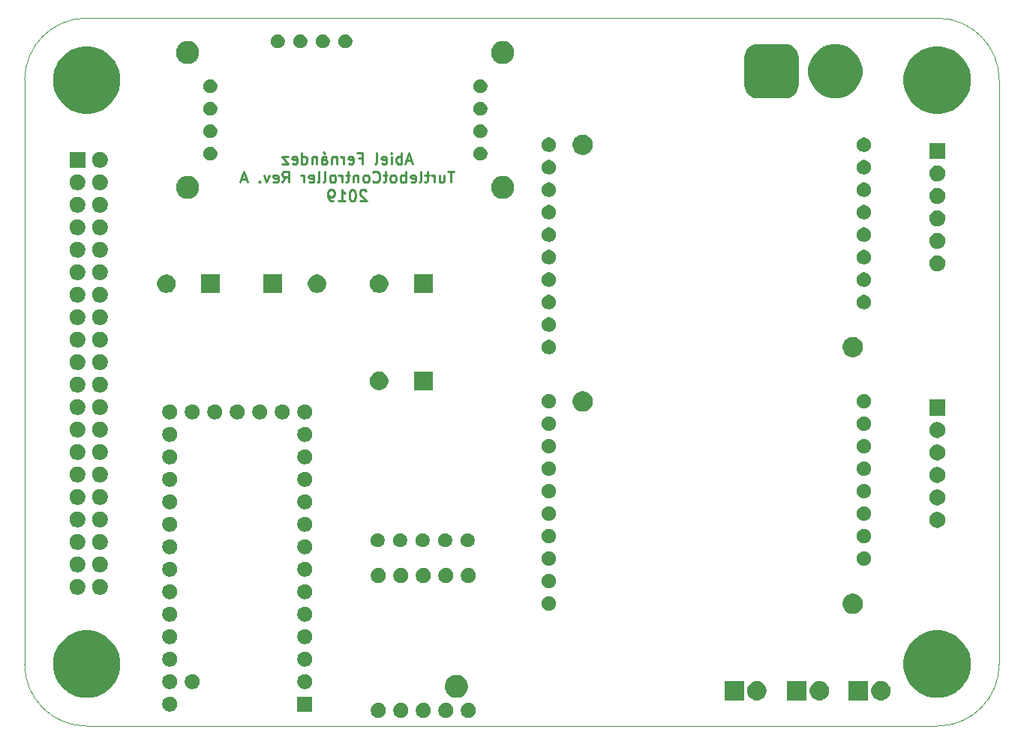
<source format=gbr>
G04 #@! TF.GenerationSoftware,KiCad,Pcbnew,5.1.5*
G04 #@! TF.CreationDate,2019-12-18T01:25:21-06:00*
G04 #@! TF.ProjectId,TurtlebotController,54757274-6c65-4626-9f74-436f6e74726f,rev?*
G04 #@! TF.SameCoordinates,Original*
G04 #@! TF.FileFunction,Soldermask,Bot*
G04 #@! TF.FilePolarity,Negative*
%FSLAX46Y46*%
G04 Gerber Fmt 4.6, Leading zero omitted, Abs format (unit mm)*
G04 Created by KiCad (PCBNEW 5.1.5) date 2019-12-18 01:25:21*
%MOMM*%
%LPD*%
G04 APERTURE LIST*
%ADD10C,0.225000*%
%ADD11C,0.050000*%
%ADD12C,0.150000*%
G04 APERTURE END LIST*
D10*
X115161904Y-54508333D02*
X114566666Y-54508333D01*
X115280952Y-54865476D02*
X114864285Y-53615476D01*
X114447619Y-54865476D01*
X114030952Y-54865476D02*
X114030952Y-53615476D01*
X114030952Y-54091666D02*
X113911904Y-54032142D01*
X113673809Y-54032142D01*
X113554761Y-54091666D01*
X113495238Y-54151190D01*
X113435714Y-54270238D01*
X113435714Y-54627380D01*
X113495238Y-54746428D01*
X113554761Y-54805952D01*
X113673809Y-54865476D01*
X113911904Y-54865476D01*
X114030952Y-54805952D01*
X112900000Y-54865476D02*
X112900000Y-54032142D01*
X112900000Y-53615476D02*
X112959523Y-53675000D01*
X112900000Y-53734523D01*
X112840476Y-53675000D01*
X112900000Y-53615476D01*
X112900000Y-53734523D01*
X111828571Y-54805952D02*
X111947619Y-54865476D01*
X112185714Y-54865476D01*
X112304761Y-54805952D01*
X112364285Y-54686904D01*
X112364285Y-54210714D01*
X112304761Y-54091666D01*
X112185714Y-54032142D01*
X111947619Y-54032142D01*
X111828571Y-54091666D01*
X111769047Y-54210714D01*
X111769047Y-54329761D01*
X112364285Y-54448809D01*
X111054761Y-54865476D02*
X111173809Y-54805952D01*
X111233333Y-54686904D01*
X111233333Y-53615476D01*
X109209523Y-54210714D02*
X109626190Y-54210714D01*
X109626190Y-54865476D02*
X109626190Y-53615476D01*
X109030952Y-53615476D01*
X108078571Y-54805952D02*
X108197619Y-54865476D01*
X108435714Y-54865476D01*
X108554761Y-54805952D01*
X108614285Y-54686904D01*
X108614285Y-54210714D01*
X108554761Y-54091666D01*
X108435714Y-54032142D01*
X108197619Y-54032142D01*
X108078571Y-54091666D01*
X108019047Y-54210714D01*
X108019047Y-54329761D01*
X108614285Y-54448809D01*
X107483333Y-54865476D02*
X107483333Y-54032142D01*
X107483333Y-54270238D02*
X107423809Y-54151190D01*
X107364285Y-54091666D01*
X107245238Y-54032142D01*
X107126190Y-54032142D01*
X106709523Y-54032142D02*
X106709523Y-54865476D01*
X106709523Y-54151190D02*
X106650000Y-54091666D01*
X106530952Y-54032142D01*
X106352380Y-54032142D01*
X106233333Y-54091666D01*
X106173809Y-54210714D01*
X106173809Y-54865476D01*
X105042857Y-54865476D02*
X105042857Y-54210714D01*
X105102380Y-54091666D01*
X105221428Y-54032142D01*
X105459523Y-54032142D01*
X105578571Y-54091666D01*
X105042857Y-54805952D02*
X105161904Y-54865476D01*
X105459523Y-54865476D01*
X105578571Y-54805952D01*
X105638095Y-54686904D01*
X105638095Y-54567857D01*
X105578571Y-54448809D01*
X105459523Y-54389285D01*
X105161904Y-54389285D01*
X105042857Y-54329761D01*
X105221428Y-53555952D02*
X105400000Y-53734523D01*
X104447619Y-54032142D02*
X104447619Y-54865476D01*
X104447619Y-54151190D02*
X104388095Y-54091666D01*
X104269047Y-54032142D01*
X104090476Y-54032142D01*
X103971428Y-54091666D01*
X103911904Y-54210714D01*
X103911904Y-54865476D01*
X102780952Y-54865476D02*
X102780952Y-53615476D01*
X102780952Y-54805952D02*
X102900000Y-54865476D01*
X103138095Y-54865476D01*
X103257142Y-54805952D01*
X103316666Y-54746428D01*
X103376190Y-54627380D01*
X103376190Y-54270238D01*
X103316666Y-54151190D01*
X103257142Y-54091666D01*
X103138095Y-54032142D01*
X102900000Y-54032142D01*
X102780952Y-54091666D01*
X101709523Y-54805952D02*
X101828571Y-54865476D01*
X102066666Y-54865476D01*
X102185714Y-54805952D01*
X102245238Y-54686904D01*
X102245238Y-54210714D01*
X102185714Y-54091666D01*
X102066666Y-54032142D01*
X101828571Y-54032142D01*
X101709523Y-54091666D01*
X101650000Y-54210714D01*
X101650000Y-54329761D01*
X102245238Y-54448809D01*
X101233333Y-54032142D02*
X100578571Y-54032142D01*
X101233333Y-54865476D01*
X100578571Y-54865476D01*
X119983333Y-55715476D02*
X119269047Y-55715476D01*
X119626190Y-56965476D02*
X119626190Y-55715476D01*
X118316666Y-56132142D02*
X118316666Y-56965476D01*
X118852380Y-56132142D02*
X118852380Y-56786904D01*
X118792857Y-56905952D01*
X118673809Y-56965476D01*
X118495238Y-56965476D01*
X118376190Y-56905952D01*
X118316666Y-56846428D01*
X117721428Y-56965476D02*
X117721428Y-56132142D01*
X117721428Y-56370238D02*
X117661904Y-56251190D01*
X117602380Y-56191666D01*
X117483333Y-56132142D01*
X117364285Y-56132142D01*
X117126190Y-56132142D02*
X116650000Y-56132142D01*
X116947619Y-55715476D02*
X116947619Y-56786904D01*
X116888095Y-56905952D01*
X116769047Y-56965476D01*
X116650000Y-56965476D01*
X116054761Y-56965476D02*
X116173809Y-56905952D01*
X116233333Y-56786904D01*
X116233333Y-55715476D01*
X115102380Y-56905952D02*
X115221428Y-56965476D01*
X115459523Y-56965476D01*
X115578571Y-56905952D01*
X115638095Y-56786904D01*
X115638095Y-56310714D01*
X115578571Y-56191666D01*
X115459523Y-56132142D01*
X115221428Y-56132142D01*
X115102380Y-56191666D01*
X115042857Y-56310714D01*
X115042857Y-56429761D01*
X115638095Y-56548809D01*
X114507142Y-56965476D02*
X114507142Y-55715476D01*
X114507142Y-56191666D02*
X114388095Y-56132142D01*
X114150000Y-56132142D01*
X114030952Y-56191666D01*
X113971428Y-56251190D01*
X113911904Y-56370238D01*
X113911904Y-56727380D01*
X113971428Y-56846428D01*
X114030952Y-56905952D01*
X114150000Y-56965476D01*
X114388095Y-56965476D01*
X114507142Y-56905952D01*
X113197619Y-56965476D02*
X113316666Y-56905952D01*
X113376190Y-56846428D01*
X113435714Y-56727380D01*
X113435714Y-56370238D01*
X113376190Y-56251190D01*
X113316666Y-56191666D01*
X113197619Y-56132142D01*
X113019047Y-56132142D01*
X112900000Y-56191666D01*
X112840476Y-56251190D01*
X112780952Y-56370238D01*
X112780952Y-56727380D01*
X112840476Y-56846428D01*
X112900000Y-56905952D01*
X113019047Y-56965476D01*
X113197619Y-56965476D01*
X112423809Y-56132142D02*
X111947619Y-56132142D01*
X112245238Y-55715476D02*
X112245238Y-56786904D01*
X112185714Y-56905952D01*
X112066666Y-56965476D01*
X111947619Y-56965476D01*
X110816666Y-56846428D02*
X110876190Y-56905952D01*
X111054761Y-56965476D01*
X111173809Y-56965476D01*
X111352380Y-56905952D01*
X111471428Y-56786904D01*
X111530952Y-56667857D01*
X111590476Y-56429761D01*
X111590476Y-56251190D01*
X111530952Y-56013095D01*
X111471428Y-55894047D01*
X111352380Y-55775000D01*
X111173809Y-55715476D01*
X111054761Y-55715476D01*
X110876190Y-55775000D01*
X110816666Y-55834523D01*
X110102380Y-56965476D02*
X110221428Y-56905952D01*
X110280952Y-56846428D01*
X110340476Y-56727380D01*
X110340476Y-56370238D01*
X110280952Y-56251190D01*
X110221428Y-56191666D01*
X110102380Y-56132142D01*
X109923809Y-56132142D01*
X109804761Y-56191666D01*
X109745238Y-56251190D01*
X109685714Y-56370238D01*
X109685714Y-56727380D01*
X109745238Y-56846428D01*
X109804761Y-56905952D01*
X109923809Y-56965476D01*
X110102380Y-56965476D01*
X109150000Y-56132142D02*
X109150000Y-56965476D01*
X109150000Y-56251190D02*
X109090476Y-56191666D01*
X108971428Y-56132142D01*
X108792857Y-56132142D01*
X108673809Y-56191666D01*
X108614285Y-56310714D01*
X108614285Y-56965476D01*
X108197619Y-56132142D02*
X107721428Y-56132142D01*
X108019047Y-55715476D02*
X108019047Y-56786904D01*
X107959523Y-56905952D01*
X107840476Y-56965476D01*
X107721428Y-56965476D01*
X107304761Y-56965476D02*
X107304761Y-56132142D01*
X107304761Y-56370238D02*
X107245238Y-56251190D01*
X107185714Y-56191666D01*
X107066666Y-56132142D01*
X106947619Y-56132142D01*
X106352380Y-56965476D02*
X106471428Y-56905952D01*
X106530952Y-56846428D01*
X106590476Y-56727380D01*
X106590476Y-56370238D01*
X106530952Y-56251190D01*
X106471428Y-56191666D01*
X106352380Y-56132142D01*
X106173809Y-56132142D01*
X106054761Y-56191666D01*
X105995238Y-56251190D01*
X105935714Y-56370238D01*
X105935714Y-56727380D01*
X105995238Y-56846428D01*
X106054761Y-56905952D01*
X106173809Y-56965476D01*
X106352380Y-56965476D01*
X105221428Y-56965476D02*
X105340476Y-56905952D01*
X105400000Y-56786904D01*
X105400000Y-55715476D01*
X104566666Y-56965476D02*
X104685714Y-56905952D01*
X104745238Y-56786904D01*
X104745238Y-55715476D01*
X103614285Y-56905952D02*
X103733333Y-56965476D01*
X103971428Y-56965476D01*
X104090476Y-56905952D01*
X104150000Y-56786904D01*
X104150000Y-56310714D01*
X104090476Y-56191666D01*
X103971428Y-56132142D01*
X103733333Y-56132142D01*
X103614285Y-56191666D01*
X103554761Y-56310714D01*
X103554761Y-56429761D01*
X104150000Y-56548809D01*
X103019047Y-56965476D02*
X103019047Y-56132142D01*
X103019047Y-56370238D02*
X102959523Y-56251190D01*
X102900000Y-56191666D01*
X102780952Y-56132142D01*
X102661904Y-56132142D01*
X100578571Y-56965476D02*
X100995238Y-56370238D01*
X101292857Y-56965476D02*
X101292857Y-55715476D01*
X100816666Y-55715476D01*
X100697619Y-55775000D01*
X100638095Y-55834523D01*
X100578571Y-55953571D01*
X100578571Y-56132142D01*
X100638095Y-56251190D01*
X100697619Y-56310714D01*
X100816666Y-56370238D01*
X101292857Y-56370238D01*
X99566666Y-56905952D02*
X99685714Y-56965476D01*
X99923809Y-56965476D01*
X100042857Y-56905952D01*
X100102380Y-56786904D01*
X100102380Y-56310714D01*
X100042857Y-56191666D01*
X99923809Y-56132142D01*
X99685714Y-56132142D01*
X99566666Y-56191666D01*
X99507142Y-56310714D01*
X99507142Y-56429761D01*
X100102380Y-56548809D01*
X99090476Y-56132142D02*
X98792857Y-56965476D01*
X98495238Y-56132142D01*
X98019047Y-56846428D02*
X97959523Y-56905952D01*
X98019047Y-56965476D01*
X98078571Y-56905952D01*
X98019047Y-56846428D01*
X98019047Y-56965476D01*
X96530952Y-56608333D02*
X95935714Y-56608333D01*
X96650000Y-56965476D02*
X96233333Y-55715476D01*
X95816666Y-56965476D01*
X110042857Y-57934523D02*
X109983333Y-57875000D01*
X109864285Y-57815476D01*
X109566666Y-57815476D01*
X109447619Y-57875000D01*
X109388095Y-57934523D01*
X109328571Y-58053571D01*
X109328571Y-58172619D01*
X109388095Y-58351190D01*
X110102380Y-59065476D01*
X109328571Y-59065476D01*
X108554761Y-57815476D02*
X108435714Y-57815476D01*
X108316666Y-57875000D01*
X108257142Y-57934523D01*
X108197619Y-58053571D01*
X108138095Y-58291666D01*
X108138095Y-58589285D01*
X108197619Y-58827380D01*
X108257142Y-58946428D01*
X108316666Y-59005952D01*
X108435714Y-59065476D01*
X108554761Y-59065476D01*
X108673809Y-59005952D01*
X108733333Y-58946428D01*
X108792857Y-58827380D01*
X108852380Y-58589285D01*
X108852380Y-58291666D01*
X108792857Y-58053571D01*
X108733333Y-57934523D01*
X108673809Y-57875000D01*
X108554761Y-57815476D01*
X106947619Y-59065476D02*
X107661904Y-59065476D01*
X107304761Y-59065476D02*
X107304761Y-57815476D01*
X107423809Y-57994047D01*
X107542857Y-58113095D01*
X107661904Y-58172619D01*
X106352380Y-59065476D02*
X106114285Y-59065476D01*
X105995238Y-59005952D01*
X105935714Y-58946428D01*
X105816666Y-58767857D01*
X105757142Y-58529761D01*
X105757142Y-58053571D01*
X105816666Y-57934523D01*
X105876190Y-57875000D01*
X105995238Y-57815476D01*
X106233333Y-57815476D01*
X106352380Y-57875000D01*
X106411904Y-57934523D01*
X106471428Y-58053571D01*
X106471428Y-58351190D01*
X106411904Y-58470238D01*
X106352380Y-58529761D01*
X106233333Y-58589285D01*
X105995238Y-58589285D01*
X105876190Y-58529761D01*
X105816666Y-58470238D01*
X105757142Y-58351190D01*
D11*
X174500000Y-118400000D02*
X78500000Y-118400000D01*
X181500000Y-45400000D02*
X181500000Y-111400000D01*
X78500000Y-38400000D02*
X174500000Y-38400000D01*
X71500000Y-111400000D02*
X71500000Y-45400000D01*
X181500000Y-111400000D02*
G75*
G02X174500000Y-118400000I-7000000J0D01*
G01*
X174500000Y-38400000D02*
G75*
G02X181500000Y-45400000I0J-7000000D01*
G01*
X78500000Y-118400000D02*
G75*
G02X71500000Y-111400000I0J7000000D01*
G01*
X71500000Y-45400000D02*
G75*
G02X78500000Y-38400000I7000000J0D01*
G01*
D12*
G36*
X111668228Y-115801703D02*
G01*
X111823100Y-115865853D01*
X111962481Y-115958985D01*
X112081015Y-116077519D01*
X112174147Y-116216900D01*
X112238297Y-116371772D01*
X112271000Y-116536184D01*
X112271000Y-116703816D01*
X112238297Y-116868228D01*
X112174147Y-117023100D01*
X112081015Y-117162481D01*
X111962481Y-117281015D01*
X111823100Y-117374147D01*
X111668228Y-117438297D01*
X111503816Y-117471000D01*
X111336184Y-117471000D01*
X111171772Y-117438297D01*
X111016900Y-117374147D01*
X110877519Y-117281015D01*
X110758985Y-117162481D01*
X110665853Y-117023100D01*
X110601703Y-116868228D01*
X110569000Y-116703816D01*
X110569000Y-116536184D01*
X110601703Y-116371772D01*
X110665853Y-116216900D01*
X110758985Y-116077519D01*
X110877519Y-115958985D01*
X111016900Y-115865853D01*
X111171772Y-115801703D01*
X111336184Y-115769000D01*
X111503816Y-115769000D01*
X111668228Y-115801703D01*
G37*
G36*
X119288228Y-115801703D02*
G01*
X119443100Y-115865853D01*
X119582481Y-115958985D01*
X119701015Y-116077519D01*
X119794147Y-116216900D01*
X119858297Y-116371772D01*
X119891000Y-116536184D01*
X119891000Y-116703816D01*
X119858297Y-116868228D01*
X119794147Y-117023100D01*
X119701015Y-117162481D01*
X119582481Y-117281015D01*
X119443100Y-117374147D01*
X119288228Y-117438297D01*
X119123816Y-117471000D01*
X118956184Y-117471000D01*
X118791772Y-117438297D01*
X118636900Y-117374147D01*
X118497519Y-117281015D01*
X118378985Y-117162481D01*
X118285853Y-117023100D01*
X118221703Y-116868228D01*
X118189000Y-116703816D01*
X118189000Y-116536184D01*
X118221703Y-116371772D01*
X118285853Y-116216900D01*
X118378985Y-116077519D01*
X118497519Y-115958985D01*
X118636900Y-115865853D01*
X118791772Y-115801703D01*
X118956184Y-115769000D01*
X119123816Y-115769000D01*
X119288228Y-115801703D01*
G37*
G36*
X121828228Y-115801703D02*
G01*
X121983100Y-115865853D01*
X122122481Y-115958985D01*
X122241015Y-116077519D01*
X122334147Y-116216900D01*
X122398297Y-116371772D01*
X122431000Y-116536184D01*
X122431000Y-116703816D01*
X122398297Y-116868228D01*
X122334147Y-117023100D01*
X122241015Y-117162481D01*
X122122481Y-117281015D01*
X121983100Y-117374147D01*
X121828228Y-117438297D01*
X121663816Y-117471000D01*
X121496184Y-117471000D01*
X121331772Y-117438297D01*
X121176900Y-117374147D01*
X121037519Y-117281015D01*
X120918985Y-117162481D01*
X120825853Y-117023100D01*
X120761703Y-116868228D01*
X120729000Y-116703816D01*
X120729000Y-116536184D01*
X120761703Y-116371772D01*
X120825853Y-116216900D01*
X120918985Y-116077519D01*
X121037519Y-115958985D01*
X121176900Y-115865853D01*
X121331772Y-115801703D01*
X121496184Y-115769000D01*
X121663816Y-115769000D01*
X121828228Y-115801703D01*
G37*
G36*
X114208228Y-115801703D02*
G01*
X114363100Y-115865853D01*
X114502481Y-115958985D01*
X114621015Y-116077519D01*
X114714147Y-116216900D01*
X114778297Y-116371772D01*
X114811000Y-116536184D01*
X114811000Y-116703816D01*
X114778297Y-116868228D01*
X114714147Y-117023100D01*
X114621015Y-117162481D01*
X114502481Y-117281015D01*
X114363100Y-117374147D01*
X114208228Y-117438297D01*
X114043816Y-117471000D01*
X113876184Y-117471000D01*
X113711772Y-117438297D01*
X113556900Y-117374147D01*
X113417519Y-117281015D01*
X113298985Y-117162481D01*
X113205853Y-117023100D01*
X113141703Y-116868228D01*
X113109000Y-116703816D01*
X113109000Y-116536184D01*
X113141703Y-116371772D01*
X113205853Y-116216900D01*
X113298985Y-116077519D01*
X113417519Y-115958985D01*
X113556900Y-115865853D01*
X113711772Y-115801703D01*
X113876184Y-115769000D01*
X114043816Y-115769000D01*
X114208228Y-115801703D01*
G37*
G36*
X116748228Y-115801703D02*
G01*
X116903100Y-115865853D01*
X117042481Y-115958985D01*
X117161015Y-116077519D01*
X117254147Y-116216900D01*
X117318297Y-116371772D01*
X117351000Y-116536184D01*
X117351000Y-116703816D01*
X117318297Y-116868228D01*
X117254147Y-117023100D01*
X117161015Y-117162481D01*
X117042481Y-117281015D01*
X116903100Y-117374147D01*
X116748228Y-117438297D01*
X116583816Y-117471000D01*
X116416184Y-117471000D01*
X116251772Y-117438297D01*
X116096900Y-117374147D01*
X115957519Y-117281015D01*
X115838985Y-117162481D01*
X115745853Y-117023100D01*
X115681703Y-116868228D01*
X115649000Y-116703816D01*
X115649000Y-116536184D01*
X115681703Y-116371772D01*
X115745853Y-116216900D01*
X115838985Y-116077519D01*
X115957519Y-115958985D01*
X116096900Y-115865853D01*
X116251772Y-115801703D01*
X116416184Y-115769000D01*
X116583816Y-115769000D01*
X116748228Y-115801703D01*
G37*
G36*
X103971000Y-116761000D02*
G01*
X102269000Y-116761000D01*
X102269000Y-115059000D01*
X103971000Y-115059000D01*
X103971000Y-116761000D01*
G37*
G36*
X88128228Y-115091703D02*
G01*
X88283100Y-115155853D01*
X88422481Y-115248985D01*
X88541015Y-115367519D01*
X88634147Y-115506900D01*
X88698297Y-115661772D01*
X88731000Y-115826184D01*
X88731000Y-115993816D01*
X88698297Y-116158228D01*
X88634147Y-116313100D01*
X88541015Y-116452481D01*
X88422481Y-116571015D01*
X88283100Y-116664147D01*
X88128228Y-116728297D01*
X87963816Y-116761000D01*
X87796184Y-116761000D01*
X87631772Y-116728297D01*
X87476900Y-116664147D01*
X87337519Y-116571015D01*
X87218985Y-116452481D01*
X87125853Y-116313100D01*
X87061703Y-116158228D01*
X87029000Y-115993816D01*
X87029000Y-115826184D01*
X87061703Y-115661772D01*
X87125853Y-115506900D01*
X87218985Y-115367519D01*
X87337519Y-115248985D01*
X87476900Y-115155853D01*
X87631772Y-115091703D01*
X87796184Y-115059000D01*
X87963816Y-115059000D01*
X88128228Y-115091703D01*
G37*
G36*
X168354795Y-113320156D02*
G01*
X168461150Y-113341311D01*
X168561334Y-113382809D01*
X168661520Y-113424307D01*
X168841844Y-113544795D01*
X168995205Y-113698156D01*
X169115693Y-113878480D01*
X169198689Y-114078851D01*
X169240588Y-114289487D01*
X169241000Y-114291561D01*
X169241000Y-114508439D01*
X169198689Y-114721150D01*
X169179116Y-114768402D01*
X169115693Y-114921520D01*
X168995205Y-115101844D01*
X168841844Y-115255205D01*
X168661520Y-115375693D01*
X168461150Y-115458689D01*
X168354794Y-115479845D01*
X168248440Y-115501000D01*
X168031560Y-115501000D01*
X167925206Y-115479845D01*
X167818850Y-115458689D01*
X167618480Y-115375693D01*
X167438156Y-115255205D01*
X167284795Y-115101844D01*
X167164307Y-114921520D01*
X167100884Y-114768402D01*
X167081311Y-114721150D01*
X167039000Y-114508439D01*
X167039000Y-114291561D01*
X167039413Y-114289487D01*
X167081311Y-114078851D01*
X167164307Y-113878480D01*
X167284795Y-113698156D01*
X167438156Y-113544795D01*
X167618480Y-113424307D01*
X167718666Y-113382809D01*
X167818850Y-113341311D01*
X167925205Y-113320156D01*
X168031560Y-113299000D01*
X168248440Y-113299000D01*
X168354795Y-113320156D01*
G37*
G36*
X166701000Y-115501000D02*
G01*
X164499000Y-115501000D01*
X164499000Y-113299000D01*
X166701000Y-113299000D01*
X166701000Y-115501000D01*
G37*
G36*
X161414795Y-113320156D02*
G01*
X161521150Y-113341311D01*
X161621334Y-113382809D01*
X161721520Y-113424307D01*
X161901844Y-113544795D01*
X162055205Y-113698156D01*
X162175693Y-113878480D01*
X162258689Y-114078851D01*
X162300588Y-114289487D01*
X162301000Y-114291561D01*
X162301000Y-114508439D01*
X162258689Y-114721150D01*
X162239116Y-114768402D01*
X162175693Y-114921520D01*
X162055205Y-115101844D01*
X161901844Y-115255205D01*
X161721520Y-115375693D01*
X161521150Y-115458689D01*
X161414794Y-115479845D01*
X161308440Y-115501000D01*
X161091560Y-115501000D01*
X160985206Y-115479845D01*
X160878850Y-115458689D01*
X160678480Y-115375693D01*
X160498156Y-115255205D01*
X160344795Y-115101844D01*
X160224307Y-114921520D01*
X160160884Y-114768402D01*
X160141311Y-114721150D01*
X160099000Y-114508439D01*
X160099000Y-114291561D01*
X160099413Y-114289487D01*
X160141311Y-114078851D01*
X160224307Y-113878480D01*
X160344795Y-113698156D01*
X160498156Y-113544795D01*
X160678480Y-113424307D01*
X160778666Y-113382809D01*
X160878850Y-113341311D01*
X160985205Y-113320156D01*
X161091560Y-113299000D01*
X161308440Y-113299000D01*
X161414795Y-113320156D01*
G37*
G36*
X159761000Y-115501000D02*
G01*
X157559000Y-115501000D01*
X157559000Y-113299000D01*
X159761000Y-113299000D01*
X159761000Y-115501000D01*
G37*
G36*
X152701000Y-115501000D02*
G01*
X150499000Y-115501000D01*
X150499000Y-113299000D01*
X152701000Y-113299000D01*
X152701000Y-115501000D01*
G37*
G36*
X154354795Y-113320156D02*
G01*
X154461150Y-113341311D01*
X154561334Y-113382809D01*
X154661520Y-113424307D01*
X154841844Y-113544795D01*
X154995205Y-113698156D01*
X155115693Y-113878480D01*
X155198689Y-114078851D01*
X155240588Y-114289487D01*
X155241000Y-114291561D01*
X155241000Y-114508439D01*
X155198689Y-114721150D01*
X155179116Y-114768402D01*
X155115693Y-114921520D01*
X154995205Y-115101844D01*
X154841844Y-115255205D01*
X154661520Y-115375693D01*
X154461150Y-115458689D01*
X154354794Y-115479845D01*
X154248440Y-115501000D01*
X154031560Y-115501000D01*
X153925206Y-115479845D01*
X153818850Y-115458689D01*
X153618480Y-115375693D01*
X153438156Y-115255205D01*
X153284795Y-115101844D01*
X153164307Y-114921520D01*
X153100884Y-114768402D01*
X153081311Y-114721150D01*
X153039000Y-114508439D01*
X153039000Y-114291561D01*
X153039413Y-114289487D01*
X153081311Y-114078851D01*
X153164307Y-113878480D01*
X153284795Y-113698156D01*
X153438156Y-113544795D01*
X153618480Y-113424307D01*
X153718666Y-113382809D01*
X153818850Y-113341311D01*
X153925205Y-113320156D01*
X154031560Y-113299000D01*
X154248440Y-113299000D01*
X154354795Y-113320156D01*
G37*
G36*
X120609487Y-112658996D02*
G01*
X120846253Y-112757068D01*
X120846255Y-112757069D01*
X121059339Y-112899447D01*
X121240553Y-113080661D01*
X121377880Y-113286185D01*
X121382932Y-113293747D01*
X121481004Y-113530513D01*
X121531000Y-113781861D01*
X121531000Y-114038139D01*
X121481004Y-114289487D01*
X121454932Y-114352429D01*
X121382931Y-114526255D01*
X121240553Y-114739339D01*
X121059339Y-114920553D01*
X120846255Y-115062931D01*
X120846254Y-115062932D01*
X120846253Y-115062932D01*
X120609487Y-115161004D01*
X120358139Y-115211000D01*
X120101861Y-115211000D01*
X119850513Y-115161004D01*
X119613747Y-115062932D01*
X119613746Y-115062932D01*
X119613745Y-115062931D01*
X119400661Y-114920553D01*
X119219447Y-114739339D01*
X119077069Y-114526255D01*
X119005068Y-114352429D01*
X118978996Y-114289487D01*
X118929000Y-114038139D01*
X118929000Y-113781861D01*
X118978996Y-113530513D01*
X119077068Y-113293747D01*
X119082121Y-113286185D01*
X119219447Y-113080661D01*
X119400661Y-112899447D01*
X119613745Y-112757069D01*
X119613747Y-112757068D01*
X119850513Y-112658996D01*
X120101861Y-112609000D01*
X120358139Y-112609000D01*
X120609487Y-112658996D01*
G37*
G36*
X79608710Y-107745070D02*
G01*
X80300447Y-108031597D01*
X80507022Y-108169626D01*
X80922996Y-108447571D01*
X81452429Y-108977004D01*
X81730374Y-109392978D01*
X81868403Y-109599553D01*
X82154930Y-110291290D01*
X82301000Y-111025633D01*
X82301000Y-111774367D01*
X82154930Y-112508710D01*
X81868403Y-113200447D01*
X81730374Y-113407022D01*
X81452429Y-113822996D01*
X80922996Y-114352429D01*
X80507022Y-114630374D01*
X80300447Y-114768403D01*
X79608710Y-115054930D01*
X78874367Y-115201000D01*
X78125633Y-115201000D01*
X77391290Y-115054930D01*
X76699553Y-114768403D01*
X76492978Y-114630374D01*
X76077004Y-114352429D01*
X75547571Y-113822996D01*
X75269626Y-113407022D01*
X75131597Y-113200447D01*
X74845070Y-112508710D01*
X74699000Y-111774367D01*
X74699000Y-111025633D01*
X74845070Y-110291290D01*
X75131597Y-109599553D01*
X75269626Y-109392978D01*
X75547571Y-108977004D01*
X76077004Y-108447571D01*
X76492978Y-108169626D01*
X76699553Y-108031597D01*
X77391290Y-107745070D01*
X78125633Y-107599000D01*
X78874367Y-107599000D01*
X79608710Y-107745070D01*
G37*
G36*
X175608710Y-107745070D02*
G01*
X176300447Y-108031597D01*
X176507022Y-108169626D01*
X176922996Y-108447571D01*
X177452429Y-108977004D01*
X177730374Y-109392978D01*
X177868403Y-109599553D01*
X178154930Y-110291290D01*
X178301000Y-111025633D01*
X178301000Y-111774367D01*
X178154930Y-112508710D01*
X177868403Y-113200447D01*
X177730374Y-113407022D01*
X177452429Y-113822996D01*
X176922996Y-114352429D01*
X176507022Y-114630374D01*
X176300447Y-114768403D01*
X175608710Y-115054930D01*
X174874367Y-115201000D01*
X174125633Y-115201000D01*
X173391290Y-115054930D01*
X172699553Y-114768403D01*
X172492978Y-114630374D01*
X172077004Y-114352429D01*
X171547571Y-113822996D01*
X171269626Y-113407022D01*
X171131597Y-113200447D01*
X170845070Y-112508710D01*
X170699000Y-111774367D01*
X170699000Y-111025633D01*
X170845070Y-110291290D01*
X171131597Y-109599553D01*
X171269626Y-109392978D01*
X171547571Y-108977004D01*
X172077004Y-108447571D01*
X172492978Y-108169626D01*
X172699553Y-108031597D01*
X173391290Y-107745070D01*
X174125633Y-107599000D01*
X174874367Y-107599000D01*
X175608710Y-107745070D01*
G37*
G36*
X90668228Y-112551703D02*
G01*
X90823100Y-112615853D01*
X90962481Y-112708985D01*
X91081015Y-112827519D01*
X91174147Y-112966900D01*
X91238297Y-113121772D01*
X91271000Y-113286184D01*
X91271000Y-113453816D01*
X91238297Y-113618228D01*
X91174147Y-113773100D01*
X91081015Y-113912481D01*
X90962481Y-114031015D01*
X90823100Y-114124147D01*
X90668228Y-114188297D01*
X90503816Y-114221000D01*
X90336184Y-114221000D01*
X90171772Y-114188297D01*
X90016900Y-114124147D01*
X89877519Y-114031015D01*
X89758985Y-113912481D01*
X89665853Y-113773100D01*
X89601703Y-113618228D01*
X89569000Y-113453816D01*
X89569000Y-113286184D01*
X89601703Y-113121772D01*
X89665853Y-112966900D01*
X89758985Y-112827519D01*
X89877519Y-112708985D01*
X90016900Y-112615853D01*
X90171772Y-112551703D01*
X90336184Y-112519000D01*
X90503816Y-112519000D01*
X90668228Y-112551703D01*
G37*
G36*
X88128228Y-112551703D02*
G01*
X88283100Y-112615853D01*
X88422481Y-112708985D01*
X88541015Y-112827519D01*
X88634147Y-112966900D01*
X88698297Y-113121772D01*
X88731000Y-113286184D01*
X88731000Y-113453816D01*
X88698297Y-113618228D01*
X88634147Y-113773100D01*
X88541015Y-113912481D01*
X88422481Y-114031015D01*
X88283100Y-114124147D01*
X88128228Y-114188297D01*
X87963816Y-114221000D01*
X87796184Y-114221000D01*
X87631772Y-114188297D01*
X87476900Y-114124147D01*
X87337519Y-114031015D01*
X87218985Y-113912481D01*
X87125853Y-113773100D01*
X87061703Y-113618228D01*
X87029000Y-113453816D01*
X87029000Y-113286184D01*
X87061703Y-113121772D01*
X87125853Y-112966900D01*
X87218985Y-112827519D01*
X87337519Y-112708985D01*
X87476900Y-112615853D01*
X87631772Y-112551703D01*
X87796184Y-112519000D01*
X87963816Y-112519000D01*
X88128228Y-112551703D01*
G37*
G36*
X103368228Y-112551703D02*
G01*
X103523100Y-112615853D01*
X103662481Y-112708985D01*
X103781015Y-112827519D01*
X103874147Y-112966900D01*
X103938297Y-113121772D01*
X103971000Y-113286184D01*
X103971000Y-113453816D01*
X103938297Y-113618228D01*
X103874147Y-113773100D01*
X103781015Y-113912481D01*
X103662481Y-114031015D01*
X103523100Y-114124147D01*
X103368228Y-114188297D01*
X103203816Y-114221000D01*
X103036184Y-114221000D01*
X102871772Y-114188297D01*
X102716900Y-114124147D01*
X102577519Y-114031015D01*
X102458985Y-113912481D01*
X102365853Y-113773100D01*
X102301703Y-113618228D01*
X102269000Y-113453816D01*
X102269000Y-113286184D01*
X102301703Y-113121772D01*
X102365853Y-112966900D01*
X102458985Y-112827519D01*
X102577519Y-112708985D01*
X102716900Y-112615853D01*
X102871772Y-112551703D01*
X103036184Y-112519000D01*
X103203816Y-112519000D01*
X103368228Y-112551703D01*
G37*
G36*
X88128228Y-110011703D02*
G01*
X88283100Y-110075853D01*
X88422481Y-110168985D01*
X88541015Y-110287519D01*
X88634147Y-110426900D01*
X88698297Y-110581772D01*
X88731000Y-110746184D01*
X88731000Y-110913816D01*
X88698297Y-111078228D01*
X88634147Y-111233100D01*
X88541015Y-111372481D01*
X88422481Y-111491015D01*
X88283100Y-111584147D01*
X88128228Y-111648297D01*
X87963816Y-111681000D01*
X87796184Y-111681000D01*
X87631772Y-111648297D01*
X87476900Y-111584147D01*
X87337519Y-111491015D01*
X87218985Y-111372481D01*
X87125853Y-111233100D01*
X87061703Y-111078228D01*
X87029000Y-110913816D01*
X87029000Y-110746184D01*
X87061703Y-110581772D01*
X87125853Y-110426900D01*
X87218985Y-110287519D01*
X87337519Y-110168985D01*
X87476900Y-110075853D01*
X87631772Y-110011703D01*
X87796184Y-109979000D01*
X87963816Y-109979000D01*
X88128228Y-110011703D01*
G37*
G36*
X103368228Y-110011703D02*
G01*
X103523100Y-110075853D01*
X103662481Y-110168985D01*
X103781015Y-110287519D01*
X103874147Y-110426900D01*
X103938297Y-110581772D01*
X103971000Y-110746184D01*
X103971000Y-110913816D01*
X103938297Y-111078228D01*
X103874147Y-111233100D01*
X103781015Y-111372481D01*
X103662481Y-111491015D01*
X103523100Y-111584147D01*
X103368228Y-111648297D01*
X103203816Y-111681000D01*
X103036184Y-111681000D01*
X102871772Y-111648297D01*
X102716900Y-111584147D01*
X102577519Y-111491015D01*
X102458985Y-111372481D01*
X102365853Y-111233100D01*
X102301703Y-111078228D01*
X102269000Y-110913816D01*
X102269000Y-110746184D01*
X102301703Y-110581772D01*
X102365853Y-110426900D01*
X102458985Y-110287519D01*
X102577519Y-110168985D01*
X102716900Y-110075853D01*
X102871772Y-110011703D01*
X103036184Y-109979000D01*
X103203816Y-109979000D01*
X103368228Y-110011703D01*
G37*
G36*
X103368228Y-107471703D02*
G01*
X103523100Y-107535853D01*
X103662481Y-107628985D01*
X103781015Y-107747519D01*
X103874147Y-107886900D01*
X103938297Y-108041772D01*
X103971000Y-108206184D01*
X103971000Y-108373816D01*
X103938297Y-108538228D01*
X103874147Y-108693100D01*
X103781015Y-108832481D01*
X103662481Y-108951015D01*
X103523100Y-109044147D01*
X103368228Y-109108297D01*
X103203816Y-109141000D01*
X103036184Y-109141000D01*
X102871772Y-109108297D01*
X102716900Y-109044147D01*
X102577519Y-108951015D01*
X102458985Y-108832481D01*
X102365853Y-108693100D01*
X102301703Y-108538228D01*
X102269000Y-108373816D01*
X102269000Y-108206184D01*
X102301703Y-108041772D01*
X102365853Y-107886900D01*
X102458985Y-107747519D01*
X102577519Y-107628985D01*
X102716900Y-107535853D01*
X102871772Y-107471703D01*
X103036184Y-107439000D01*
X103203816Y-107439000D01*
X103368228Y-107471703D01*
G37*
G36*
X88128228Y-107471703D02*
G01*
X88283100Y-107535853D01*
X88422481Y-107628985D01*
X88541015Y-107747519D01*
X88634147Y-107886900D01*
X88698297Y-108041772D01*
X88731000Y-108206184D01*
X88731000Y-108373816D01*
X88698297Y-108538228D01*
X88634147Y-108693100D01*
X88541015Y-108832481D01*
X88422481Y-108951015D01*
X88283100Y-109044147D01*
X88128228Y-109108297D01*
X87963816Y-109141000D01*
X87796184Y-109141000D01*
X87631772Y-109108297D01*
X87476900Y-109044147D01*
X87337519Y-108951015D01*
X87218985Y-108832481D01*
X87125853Y-108693100D01*
X87061703Y-108538228D01*
X87029000Y-108373816D01*
X87029000Y-108206184D01*
X87061703Y-108041772D01*
X87125853Y-107886900D01*
X87218985Y-107747519D01*
X87337519Y-107628985D01*
X87476900Y-107535853D01*
X87631772Y-107471703D01*
X87796184Y-107439000D01*
X87963816Y-107439000D01*
X88128228Y-107471703D01*
G37*
G36*
X88128228Y-104931703D02*
G01*
X88283100Y-104995853D01*
X88422481Y-105088985D01*
X88541015Y-105207519D01*
X88634147Y-105346900D01*
X88698297Y-105501772D01*
X88731000Y-105666184D01*
X88731000Y-105833816D01*
X88698297Y-105998228D01*
X88634147Y-106153100D01*
X88541015Y-106292481D01*
X88422481Y-106411015D01*
X88283100Y-106504147D01*
X88128228Y-106568297D01*
X87963816Y-106601000D01*
X87796184Y-106601000D01*
X87631772Y-106568297D01*
X87476900Y-106504147D01*
X87337519Y-106411015D01*
X87218985Y-106292481D01*
X87125853Y-106153100D01*
X87061703Y-105998228D01*
X87029000Y-105833816D01*
X87029000Y-105666184D01*
X87061703Y-105501772D01*
X87125853Y-105346900D01*
X87218985Y-105207519D01*
X87337519Y-105088985D01*
X87476900Y-104995853D01*
X87631772Y-104931703D01*
X87796184Y-104899000D01*
X87963816Y-104899000D01*
X88128228Y-104931703D01*
G37*
G36*
X103368228Y-104931703D02*
G01*
X103523100Y-104995853D01*
X103662481Y-105088985D01*
X103781015Y-105207519D01*
X103874147Y-105346900D01*
X103938297Y-105501772D01*
X103971000Y-105666184D01*
X103971000Y-105833816D01*
X103938297Y-105998228D01*
X103874147Y-106153100D01*
X103781015Y-106292481D01*
X103662481Y-106411015D01*
X103523100Y-106504147D01*
X103368228Y-106568297D01*
X103203816Y-106601000D01*
X103036184Y-106601000D01*
X102871772Y-106568297D01*
X102716900Y-106504147D01*
X102577519Y-106411015D01*
X102458985Y-106292481D01*
X102365853Y-106153100D01*
X102301703Y-105998228D01*
X102269000Y-105833816D01*
X102269000Y-105666184D01*
X102301703Y-105501772D01*
X102365853Y-105346900D01*
X102458985Y-105207519D01*
X102577519Y-105088985D01*
X102716900Y-104995853D01*
X102871772Y-104931703D01*
X103036184Y-104899000D01*
X103203816Y-104899000D01*
X103368228Y-104931703D01*
G37*
G36*
X165292817Y-103462847D02*
G01*
X165500465Y-103548858D01*
X165687345Y-103673727D01*
X165846273Y-103832655D01*
X165971142Y-104019535D01*
X166057153Y-104227183D01*
X166101000Y-104447620D01*
X166101000Y-104672380D01*
X166057153Y-104892817D01*
X165971142Y-105100465D01*
X165846273Y-105287345D01*
X165687345Y-105446273D01*
X165500465Y-105571142D01*
X165292817Y-105657153D01*
X165072380Y-105701000D01*
X164847620Y-105701000D01*
X164627183Y-105657153D01*
X164419535Y-105571142D01*
X164232655Y-105446273D01*
X164073727Y-105287345D01*
X163948858Y-105100465D01*
X163862847Y-104892817D01*
X163819000Y-104672380D01*
X163819000Y-104447620D01*
X163862847Y-104227183D01*
X163948858Y-104019535D01*
X164073727Y-103832655D01*
X164232655Y-103673727D01*
X164419535Y-103548858D01*
X164627183Y-103462847D01*
X164847620Y-103419000D01*
X165072380Y-103419000D01*
X165292817Y-103462847D01*
G37*
G36*
X130907142Y-103778242D02*
G01*
X131055101Y-103839529D01*
X131188255Y-103928499D01*
X131301501Y-104041745D01*
X131390471Y-104174899D01*
X131451758Y-104322858D01*
X131483000Y-104479925D01*
X131483000Y-104640075D01*
X131451758Y-104797142D01*
X131390471Y-104945101D01*
X131301501Y-105078255D01*
X131188255Y-105191501D01*
X131055101Y-105280471D01*
X130907142Y-105341758D01*
X130750075Y-105373000D01*
X130589925Y-105373000D01*
X130432858Y-105341758D01*
X130284899Y-105280471D01*
X130151745Y-105191501D01*
X130038499Y-105078255D01*
X129949529Y-104945101D01*
X129888242Y-104797142D01*
X129857000Y-104640075D01*
X129857000Y-104479925D01*
X129888242Y-104322858D01*
X129949529Y-104174899D01*
X130038499Y-104041745D01*
X130151745Y-103928499D01*
X130284899Y-103839529D01*
X130432858Y-103778242D01*
X130589925Y-103747000D01*
X130750075Y-103747000D01*
X130907142Y-103778242D01*
G37*
G36*
X88128228Y-102391703D02*
G01*
X88283100Y-102455853D01*
X88422481Y-102548985D01*
X88541015Y-102667519D01*
X88634147Y-102806900D01*
X88698297Y-102961772D01*
X88731000Y-103126184D01*
X88731000Y-103293816D01*
X88698297Y-103458228D01*
X88634147Y-103613100D01*
X88541015Y-103752481D01*
X88422481Y-103871015D01*
X88283100Y-103964147D01*
X88128228Y-104028297D01*
X87963816Y-104061000D01*
X87796184Y-104061000D01*
X87631772Y-104028297D01*
X87476900Y-103964147D01*
X87337519Y-103871015D01*
X87218985Y-103752481D01*
X87125853Y-103613100D01*
X87061703Y-103458228D01*
X87029000Y-103293816D01*
X87029000Y-103126184D01*
X87061703Y-102961772D01*
X87125853Y-102806900D01*
X87218985Y-102667519D01*
X87337519Y-102548985D01*
X87476900Y-102455853D01*
X87631772Y-102391703D01*
X87796184Y-102359000D01*
X87963816Y-102359000D01*
X88128228Y-102391703D01*
G37*
G36*
X103368228Y-102391703D02*
G01*
X103523100Y-102455853D01*
X103662481Y-102548985D01*
X103781015Y-102667519D01*
X103874147Y-102806900D01*
X103938297Y-102961772D01*
X103971000Y-103126184D01*
X103971000Y-103293816D01*
X103938297Y-103458228D01*
X103874147Y-103613100D01*
X103781015Y-103752481D01*
X103662481Y-103871015D01*
X103523100Y-103964147D01*
X103368228Y-104028297D01*
X103203816Y-104061000D01*
X103036184Y-104061000D01*
X102871772Y-104028297D01*
X102716900Y-103964147D01*
X102577519Y-103871015D01*
X102458985Y-103752481D01*
X102365853Y-103613100D01*
X102301703Y-103458228D01*
X102269000Y-103293816D01*
X102269000Y-103126184D01*
X102301703Y-102961772D01*
X102365853Y-102806900D01*
X102458985Y-102667519D01*
X102577519Y-102548985D01*
X102716900Y-102455853D01*
X102871772Y-102391703D01*
X103036184Y-102359000D01*
X103203816Y-102359000D01*
X103368228Y-102391703D01*
G37*
G36*
X80113512Y-101763927D02*
G01*
X80262812Y-101793624D01*
X80426784Y-101861544D01*
X80574354Y-101960147D01*
X80699853Y-102085646D01*
X80798456Y-102233216D01*
X80866376Y-102397188D01*
X80901000Y-102571259D01*
X80901000Y-102748741D01*
X80866376Y-102922812D01*
X80798456Y-103086784D01*
X80699853Y-103234354D01*
X80574354Y-103359853D01*
X80426784Y-103458456D01*
X80262812Y-103526376D01*
X80113512Y-103556073D01*
X80088742Y-103561000D01*
X79911258Y-103561000D01*
X79886488Y-103556073D01*
X79737188Y-103526376D01*
X79573216Y-103458456D01*
X79425646Y-103359853D01*
X79300147Y-103234354D01*
X79201544Y-103086784D01*
X79133624Y-102922812D01*
X79099000Y-102748741D01*
X79099000Y-102571259D01*
X79133624Y-102397188D01*
X79201544Y-102233216D01*
X79300147Y-102085646D01*
X79425646Y-101960147D01*
X79573216Y-101861544D01*
X79737188Y-101793624D01*
X79886488Y-101763927D01*
X79911258Y-101759000D01*
X80088742Y-101759000D01*
X80113512Y-101763927D01*
G37*
G36*
X77573512Y-101763927D02*
G01*
X77722812Y-101793624D01*
X77886784Y-101861544D01*
X78034354Y-101960147D01*
X78159853Y-102085646D01*
X78258456Y-102233216D01*
X78326376Y-102397188D01*
X78361000Y-102571259D01*
X78361000Y-102748741D01*
X78326376Y-102922812D01*
X78258456Y-103086784D01*
X78159853Y-103234354D01*
X78034354Y-103359853D01*
X77886784Y-103458456D01*
X77722812Y-103526376D01*
X77573512Y-103556073D01*
X77548742Y-103561000D01*
X77371258Y-103561000D01*
X77346488Y-103556073D01*
X77197188Y-103526376D01*
X77033216Y-103458456D01*
X76885646Y-103359853D01*
X76760147Y-103234354D01*
X76661544Y-103086784D01*
X76593624Y-102922812D01*
X76559000Y-102748741D01*
X76559000Y-102571259D01*
X76593624Y-102397188D01*
X76661544Y-102233216D01*
X76760147Y-102085646D01*
X76885646Y-101960147D01*
X77033216Y-101861544D01*
X77197188Y-101793624D01*
X77346488Y-101763927D01*
X77371258Y-101759000D01*
X77548742Y-101759000D01*
X77573512Y-101763927D01*
G37*
G36*
X130907142Y-101238242D02*
G01*
X131055101Y-101299529D01*
X131188255Y-101388499D01*
X131301501Y-101501745D01*
X131390471Y-101634899D01*
X131451758Y-101782858D01*
X131483000Y-101939925D01*
X131483000Y-102100075D01*
X131451758Y-102257142D01*
X131390471Y-102405101D01*
X131301501Y-102538255D01*
X131188255Y-102651501D01*
X131055101Y-102740471D01*
X130907142Y-102801758D01*
X130750075Y-102833000D01*
X130589925Y-102833000D01*
X130432858Y-102801758D01*
X130284899Y-102740471D01*
X130151745Y-102651501D01*
X130038499Y-102538255D01*
X129949529Y-102405101D01*
X129888242Y-102257142D01*
X129857000Y-102100075D01*
X129857000Y-101939925D01*
X129888242Y-101782858D01*
X129949529Y-101634899D01*
X130038499Y-101501745D01*
X130151745Y-101388499D01*
X130284899Y-101299529D01*
X130432858Y-101238242D01*
X130589925Y-101207000D01*
X130750075Y-101207000D01*
X130907142Y-101238242D01*
G37*
G36*
X119288228Y-100561703D02*
G01*
X119443100Y-100625853D01*
X119582481Y-100718985D01*
X119701015Y-100837519D01*
X119794147Y-100976900D01*
X119858297Y-101131772D01*
X119891000Y-101296184D01*
X119891000Y-101463816D01*
X119858297Y-101628228D01*
X119794147Y-101783100D01*
X119701015Y-101922481D01*
X119582481Y-102041015D01*
X119443100Y-102134147D01*
X119288228Y-102198297D01*
X119123816Y-102231000D01*
X118956184Y-102231000D01*
X118791772Y-102198297D01*
X118636900Y-102134147D01*
X118497519Y-102041015D01*
X118378985Y-101922481D01*
X118285853Y-101783100D01*
X118221703Y-101628228D01*
X118189000Y-101463816D01*
X118189000Y-101296184D01*
X118221703Y-101131772D01*
X118285853Y-100976900D01*
X118378985Y-100837519D01*
X118497519Y-100718985D01*
X118636900Y-100625853D01*
X118791772Y-100561703D01*
X118956184Y-100529000D01*
X119123816Y-100529000D01*
X119288228Y-100561703D01*
G37*
G36*
X121828228Y-100561703D02*
G01*
X121983100Y-100625853D01*
X122122481Y-100718985D01*
X122241015Y-100837519D01*
X122334147Y-100976900D01*
X122398297Y-101131772D01*
X122431000Y-101296184D01*
X122431000Y-101463816D01*
X122398297Y-101628228D01*
X122334147Y-101783100D01*
X122241015Y-101922481D01*
X122122481Y-102041015D01*
X121983100Y-102134147D01*
X121828228Y-102198297D01*
X121663816Y-102231000D01*
X121496184Y-102231000D01*
X121331772Y-102198297D01*
X121176900Y-102134147D01*
X121037519Y-102041015D01*
X120918985Y-101922481D01*
X120825853Y-101783100D01*
X120761703Y-101628228D01*
X120729000Y-101463816D01*
X120729000Y-101296184D01*
X120761703Y-101131772D01*
X120825853Y-100976900D01*
X120918985Y-100837519D01*
X121037519Y-100718985D01*
X121176900Y-100625853D01*
X121331772Y-100561703D01*
X121496184Y-100529000D01*
X121663816Y-100529000D01*
X121828228Y-100561703D01*
G37*
G36*
X114208228Y-100561703D02*
G01*
X114363100Y-100625853D01*
X114502481Y-100718985D01*
X114621015Y-100837519D01*
X114714147Y-100976900D01*
X114778297Y-101131772D01*
X114811000Y-101296184D01*
X114811000Y-101463816D01*
X114778297Y-101628228D01*
X114714147Y-101783100D01*
X114621015Y-101922481D01*
X114502481Y-102041015D01*
X114363100Y-102134147D01*
X114208228Y-102198297D01*
X114043816Y-102231000D01*
X113876184Y-102231000D01*
X113711772Y-102198297D01*
X113556900Y-102134147D01*
X113417519Y-102041015D01*
X113298985Y-101922481D01*
X113205853Y-101783100D01*
X113141703Y-101628228D01*
X113109000Y-101463816D01*
X113109000Y-101296184D01*
X113141703Y-101131772D01*
X113205853Y-100976900D01*
X113298985Y-100837519D01*
X113417519Y-100718985D01*
X113556900Y-100625853D01*
X113711772Y-100561703D01*
X113876184Y-100529000D01*
X114043816Y-100529000D01*
X114208228Y-100561703D01*
G37*
G36*
X111668228Y-100561703D02*
G01*
X111823100Y-100625853D01*
X111962481Y-100718985D01*
X112081015Y-100837519D01*
X112174147Y-100976900D01*
X112238297Y-101131772D01*
X112271000Y-101296184D01*
X112271000Y-101463816D01*
X112238297Y-101628228D01*
X112174147Y-101783100D01*
X112081015Y-101922481D01*
X111962481Y-102041015D01*
X111823100Y-102134147D01*
X111668228Y-102198297D01*
X111503816Y-102231000D01*
X111336184Y-102231000D01*
X111171772Y-102198297D01*
X111016900Y-102134147D01*
X110877519Y-102041015D01*
X110758985Y-101922481D01*
X110665853Y-101783100D01*
X110601703Y-101628228D01*
X110569000Y-101463816D01*
X110569000Y-101296184D01*
X110601703Y-101131772D01*
X110665853Y-100976900D01*
X110758985Y-100837519D01*
X110877519Y-100718985D01*
X111016900Y-100625853D01*
X111171772Y-100561703D01*
X111336184Y-100529000D01*
X111503816Y-100529000D01*
X111668228Y-100561703D01*
G37*
G36*
X116748228Y-100561703D02*
G01*
X116903100Y-100625853D01*
X117042481Y-100718985D01*
X117161015Y-100837519D01*
X117254147Y-100976900D01*
X117318297Y-101131772D01*
X117351000Y-101296184D01*
X117351000Y-101463816D01*
X117318297Y-101628228D01*
X117254147Y-101783100D01*
X117161015Y-101922481D01*
X117042481Y-102041015D01*
X116903100Y-102134147D01*
X116748228Y-102198297D01*
X116583816Y-102231000D01*
X116416184Y-102231000D01*
X116251772Y-102198297D01*
X116096900Y-102134147D01*
X115957519Y-102041015D01*
X115838985Y-101922481D01*
X115745853Y-101783100D01*
X115681703Y-101628228D01*
X115649000Y-101463816D01*
X115649000Y-101296184D01*
X115681703Y-101131772D01*
X115745853Y-100976900D01*
X115838985Y-100837519D01*
X115957519Y-100718985D01*
X116096900Y-100625853D01*
X116251772Y-100561703D01*
X116416184Y-100529000D01*
X116583816Y-100529000D01*
X116748228Y-100561703D01*
G37*
G36*
X103368228Y-99851703D02*
G01*
X103523100Y-99915853D01*
X103662481Y-100008985D01*
X103781015Y-100127519D01*
X103874147Y-100266900D01*
X103938297Y-100421772D01*
X103971000Y-100586184D01*
X103971000Y-100753816D01*
X103938297Y-100918228D01*
X103874147Y-101073100D01*
X103781015Y-101212481D01*
X103662481Y-101331015D01*
X103523100Y-101424147D01*
X103368228Y-101488297D01*
X103203816Y-101521000D01*
X103036184Y-101521000D01*
X102871772Y-101488297D01*
X102716900Y-101424147D01*
X102577519Y-101331015D01*
X102458985Y-101212481D01*
X102365853Y-101073100D01*
X102301703Y-100918228D01*
X102269000Y-100753816D01*
X102269000Y-100586184D01*
X102301703Y-100421772D01*
X102365853Y-100266900D01*
X102458985Y-100127519D01*
X102577519Y-100008985D01*
X102716900Y-99915853D01*
X102871772Y-99851703D01*
X103036184Y-99819000D01*
X103203816Y-99819000D01*
X103368228Y-99851703D01*
G37*
G36*
X88128228Y-99851703D02*
G01*
X88283100Y-99915853D01*
X88422481Y-100008985D01*
X88541015Y-100127519D01*
X88634147Y-100266900D01*
X88698297Y-100421772D01*
X88731000Y-100586184D01*
X88731000Y-100753816D01*
X88698297Y-100918228D01*
X88634147Y-101073100D01*
X88541015Y-101212481D01*
X88422481Y-101331015D01*
X88283100Y-101424147D01*
X88128228Y-101488297D01*
X87963816Y-101521000D01*
X87796184Y-101521000D01*
X87631772Y-101488297D01*
X87476900Y-101424147D01*
X87337519Y-101331015D01*
X87218985Y-101212481D01*
X87125853Y-101073100D01*
X87061703Y-100918228D01*
X87029000Y-100753816D01*
X87029000Y-100586184D01*
X87061703Y-100421772D01*
X87125853Y-100266900D01*
X87218985Y-100127519D01*
X87337519Y-100008985D01*
X87476900Y-99915853D01*
X87631772Y-99851703D01*
X87796184Y-99819000D01*
X87963816Y-99819000D01*
X88128228Y-99851703D01*
G37*
G36*
X77573512Y-99223927D02*
G01*
X77722812Y-99253624D01*
X77886784Y-99321544D01*
X78034354Y-99420147D01*
X78159853Y-99545646D01*
X78258456Y-99693216D01*
X78326376Y-99857188D01*
X78361000Y-100031259D01*
X78361000Y-100208741D01*
X78326376Y-100382812D01*
X78258456Y-100546784D01*
X78159853Y-100694354D01*
X78034354Y-100819853D01*
X77886784Y-100918456D01*
X77722812Y-100986376D01*
X77573512Y-101016073D01*
X77548742Y-101021000D01*
X77371258Y-101021000D01*
X77346488Y-101016073D01*
X77197188Y-100986376D01*
X77033216Y-100918456D01*
X76885646Y-100819853D01*
X76760147Y-100694354D01*
X76661544Y-100546784D01*
X76593624Y-100382812D01*
X76559000Y-100208741D01*
X76559000Y-100031259D01*
X76593624Y-99857188D01*
X76661544Y-99693216D01*
X76760147Y-99545646D01*
X76885646Y-99420147D01*
X77033216Y-99321544D01*
X77197188Y-99253624D01*
X77346488Y-99223927D01*
X77371258Y-99219000D01*
X77548742Y-99219000D01*
X77573512Y-99223927D01*
G37*
G36*
X80113512Y-99223927D02*
G01*
X80262812Y-99253624D01*
X80426784Y-99321544D01*
X80574354Y-99420147D01*
X80699853Y-99545646D01*
X80798456Y-99693216D01*
X80866376Y-99857188D01*
X80901000Y-100031259D01*
X80901000Y-100208741D01*
X80866376Y-100382812D01*
X80798456Y-100546784D01*
X80699853Y-100694354D01*
X80574354Y-100819853D01*
X80426784Y-100918456D01*
X80262812Y-100986376D01*
X80113512Y-101016073D01*
X80088742Y-101021000D01*
X79911258Y-101021000D01*
X79886488Y-101016073D01*
X79737188Y-100986376D01*
X79573216Y-100918456D01*
X79425646Y-100819853D01*
X79300147Y-100694354D01*
X79201544Y-100546784D01*
X79133624Y-100382812D01*
X79099000Y-100208741D01*
X79099000Y-100031259D01*
X79133624Y-99857188D01*
X79201544Y-99693216D01*
X79300147Y-99545646D01*
X79425646Y-99420147D01*
X79573216Y-99321544D01*
X79737188Y-99253624D01*
X79886488Y-99223927D01*
X79911258Y-99219000D01*
X80088742Y-99219000D01*
X80113512Y-99223927D01*
G37*
G36*
X166467142Y-98698242D02*
G01*
X166615101Y-98759529D01*
X166748255Y-98848499D01*
X166861501Y-98961745D01*
X166950471Y-99094899D01*
X167011758Y-99242858D01*
X167043000Y-99399925D01*
X167043000Y-99560075D01*
X167011758Y-99717142D01*
X166950471Y-99865101D01*
X166861501Y-99998255D01*
X166748255Y-100111501D01*
X166615101Y-100200471D01*
X166467142Y-100261758D01*
X166310075Y-100293000D01*
X166149925Y-100293000D01*
X165992858Y-100261758D01*
X165844899Y-100200471D01*
X165711745Y-100111501D01*
X165598499Y-99998255D01*
X165509529Y-99865101D01*
X165448242Y-99717142D01*
X165417000Y-99560075D01*
X165417000Y-99399925D01*
X165448242Y-99242858D01*
X165509529Y-99094899D01*
X165598499Y-98961745D01*
X165711745Y-98848499D01*
X165844899Y-98759529D01*
X165992858Y-98698242D01*
X166149925Y-98667000D01*
X166310075Y-98667000D01*
X166467142Y-98698242D01*
G37*
G36*
X130907142Y-98698242D02*
G01*
X131055101Y-98759529D01*
X131188255Y-98848499D01*
X131301501Y-98961745D01*
X131390471Y-99094899D01*
X131451758Y-99242858D01*
X131483000Y-99399925D01*
X131483000Y-99560075D01*
X131451758Y-99717142D01*
X131390471Y-99865101D01*
X131301501Y-99998255D01*
X131188255Y-100111501D01*
X131055101Y-100200471D01*
X130907142Y-100261758D01*
X130750075Y-100293000D01*
X130589925Y-100293000D01*
X130432858Y-100261758D01*
X130284899Y-100200471D01*
X130151745Y-100111501D01*
X130038499Y-99998255D01*
X129949529Y-99865101D01*
X129888242Y-99717142D01*
X129857000Y-99560075D01*
X129857000Y-99399925D01*
X129888242Y-99242858D01*
X129949529Y-99094899D01*
X130038499Y-98961745D01*
X130151745Y-98848499D01*
X130284899Y-98759529D01*
X130432858Y-98698242D01*
X130589925Y-98667000D01*
X130750075Y-98667000D01*
X130907142Y-98698242D01*
G37*
G36*
X103368228Y-97311703D02*
G01*
X103523100Y-97375853D01*
X103662481Y-97468985D01*
X103781015Y-97587519D01*
X103874147Y-97726900D01*
X103938297Y-97881772D01*
X103971000Y-98046184D01*
X103971000Y-98213816D01*
X103938297Y-98378228D01*
X103874147Y-98533100D01*
X103781015Y-98672481D01*
X103662481Y-98791015D01*
X103523100Y-98884147D01*
X103368228Y-98948297D01*
X103203816Y-98981000D01*
X103036184Y-98981000D01*
X102871772Y-98948297D01*
X102716900Y-98884147D01*
X102577519Y-98791015D01*
X102458985Y-98672481D01*
X102365853Y-98533100D01*
X102301703Y-98378228D01*
X102269000Y-98213816D01*
X102269000Y-98046184D01*
X102301703Y-97881772D01*
X102365853Y-97726900D01*
X102458985Y-97587519D01*
X102577519Y-97468985D01*
X102716900Y-97375853D01*
X102871772Y-97311703D01*
X103036184Y-97279000D01*
X103203816Y-97279000D01*
X103368228Y-97311703D01*
G37*
G36*
X88128228Y-97311703D02*
G01*
X88283100Y-97375853D01*
X88422481Y-97468985D01*
X88541015Y-97587519D01*
X88634147Y-97726900D01*
X88698297Y-97881772D01*
X88731000Y-98046184D01*
X88731000Y-98213816D01*
X88698297Y-98378228D01*
X88634147Y-98533100D01*
X88541015Y-98672481D01*
X88422481Y-98791015D01*
X88283100Y-98884147D01*
X88128228Y-98948297D01*
X87963816Y-98981000D01*
X87796184Y-98981000D01*
X87631772Y-98948297D01*
X87476900Y-98884147D01*
X87337519Y-98791015D01*
X87218985Y-98672481D01*
X87125853Y-98533100D01*
X87061703Y-98378228D01*
X87029000Y-98213816D01*
X87029000Y-98046184D01*
X87061703Y-97881772D01*
X87125853Y-97726900D01*
X87218985Y-97587519D01*
X87337519Y-97468985D01*
X87476900Y-97375853D01*
X87631772Y-97311703D01*
X87796184Y-97279000D01*
X87963816Y-97279000D01*
X88128228Y-97311703D01*
G37*
G36*
X77573512Y-96683927D02*
G01*
X77722812Y-96713624D01*
X77886784Y-96781544D01*
X78034354Y-96880147D01*
X78159853Y-97005646D01*
X78258456Y-97153216D01*
X78326376Y-97317188D01*
X78361000Y-97491259D01*
X78361000Y-97668741D01*
X78326376Y-97842812D01*
X78258456Y-98006784D01*
X78159853Y-98154354D01*
X78034354Y-98279853D01*
X77886784Y-98378456D01*
X77722812Y-98446376D01*
X77573512Y-98476073D01*
X77548742Y-98481000D01*
X77371258Y-98481000D01*
X77346488Y-98476073D01*
X77197188Y-98446376D01*
X77033216Y-98378456D01*
X76885646Y-98279853D01*
X76760147Y-98154354D01*
X76661544Y-98006784D01*
X76593624Y-97842812D01*
X76559000Y-97668741D01*
X76559000Y-97491259D01*
X76593624Y-97317188D01*
X76661544Y-97153216D01*
X76760147Y-97005646D01*
X76885646Y-96880147D01*
X77033216Y-96781544D01*
X77197188Y-96713624D01*
X77346488Y-96683927D01*
X77371258Y-96679000D01*
X77548742Y-96679000D01*
X77573512Y-96683927D01*
G37*
G36*
X80113512Y-96683927D02*
G01*
X80262812Y-96713624D01*
X80426784Y-96781544D01*
X80574354Y-96880147D01*
X80699853Y-97005646D01*
X80798456Y-97153216D01*
X80866376Y-97317188D01*
X80901000Y-97491259D01*
X80901000Y-97668741D01*
X80866376Y-97842812D01*
X80798456Y-98006784D01*
X80699853Y-98154354D01*
X80574354Y-98279853D01*
X80426784Y-98378456D01*
X80262812Y-98446376D01*
X80113512Y-98476073D01*
X80088742Y-98481000D01*
X79911258Y-98481000D01*
X79886488Y-98476073D01*
X79737188Y-98446376D01*
X79573216Y-98378456D01*
X79425646Y-98279853D01*
X79300147Y-98154354D01*
X79201544Y-98006784D01*
X79133624Y-97842812D01*
X79099000Y-97668741D01*
X79099000Y-97491259D01*
X79133624Y-97317188D01*
X79201544Y-97153216D01*
X79300147Y-97005646D01*
X79425646Y-96880147D01*
X79573216Y-96781544D01*
X79737188Y-96713624D01*
X79886488Y-96683927D01*
X79911258Y-96679000D01*
X80088742Y-96679000D01*
X80113512Y-96683927D01*
G37*
G36*
X111573642Y-96629781D02*
G01*
X111719414Y-96690162D01*
X111719416Y-96690163D01*
X111850608Y-96777822D01*
X111962178Y-96889392D01*
X112039856Y-97005647D01*
X112049838Y-97020586D01*
X112110219Y-97166358D01*
X112141000Y-97321107D01*
X112141000Y-97478893D01*
X112110219Y-97633642D01*
X112099106Y-97660471D01*
X112049837Y-97779416D01*
X111962178Y-97910608D01*
X111850608Y-98022178D01*
X111719416Y-98109837D01*
X111719415Y-98109838D01*
X111719414Y-98109838D01*
X111573642Y-98170219D01*
X111418893Y-98201000D01*
X111261107Y-98201000D01*
X111106358Y-98170219D01*
X110960586Y-98109838D01*
X110960585Y-98109838D01*
X110960584Y-98109837D01*
X110829392Y-98022178D01*
X110717822Y-97910608D01*
X110630163Y-97779416D01*
X110580894Y-97660471D01*
X110569781Y-97633642D01*
X110539000Y-97478893D01*
X110539000Y-97321107D01*
X110569781Y-97166358D01*
X110630162Y-97020586D01*
X110640144Y-97005647D01*
X110717822Y-96889392D01*
X110829392Y-96777822D01*
X110960584Y-96690163D01*
X110960586Y-96690162D01*
X111106358Y-96629781D01*
X111261107Y-96599000D01*
X111418893Y-96599000D01*
X111573642Y-96629781D01*
G37*
G36*
X121733642Y-96629781D02*
G01*
X121879414Y-96690162D01*
X121879416Y-96690163D01*
X122010608Y-96777822D01*
X122122178Y-96889392D01*
X122199856Y-97005647D01*
X122209838Y-97020586D01*
X122270219Y-97166358D01*
X122301000Y-97321107D01*
X122301000Y-97478893D01*
X122270219Y-97633642D01*
X122259106Y-97660471D01*
X122209837Y-97779416D01*
X122122178Y-97910608D01*
X122010608Y-98022178D01*
X121879416Y-98109837D01*
X121879415Y-98109838D01*
X121879414Y-98109838D01*
X121733642Y-98170219D01*
X121578893Y-98201000D01*
X121421107Y-98201000D01*
X121266358Y-98170219D01*
X121120586Y-98109838D01*
X121120585Y-98109838D01*
X121120584Y-98109837D01*
X120989392Y-98022178D01*
X120877822Y-97910608D01*
X120790163Y-97779416D01*
X120740894Y-97660471D01*
X120729781Y-97633642D01*
X120699000Y-97478893D01*
X120699000Y-97321107D01*
X120729781Y-97166358D01*
X120790162Y-97020586D01*
X120800144Y-97005647D01*
X120877822Y-96889392D01*
X120989392Y-96777822D01*
X121120584Y-96690163D01*
X121120586Y-96690162D01*
X121266358Y-96629781D01*
X121421107Y-96599000D01*
X121578893Y-96599000D01*
X121733642Y-96629781D01*
G37*
G36*
X119193642Y-96629781D02*
G01*
X119339414Y-96690162D01*
X119339416Y-96690163D01*
X119470608Y-96777822D01*
X119582178Y-96889392D01*
X119659856Y-97005647D01*
X119669838Y-97020586D01*
X119730219Y-97166358D01*
X119761000Y-97321107D01*
X119761000Y-97478893D01*
X119730219Y-97633642D01*
X119719106Y-97660471D01*
X119669837Y-97779416D01*
X119582178Y-97910608D01*
X119470608Y-98022178D01*
X119339416Y-98109837D01*
X119339415Y-98109838D01*
X119339414Y-98109838D01*
X119193642Y-98170219D01*
X119038893Y-98201000D01*
X118881107Y-98201000D01*
X118726358Y-98170219D01*
X118580586Y-98109838D01*
X118580585Y-98109838D01*
X118580584Y-98109837D01*
X118449392Y-98022178D01*
X118337822Y-97910608D01*
X118250163Y-97779416D01*
X118200894Y-97660471D01*
X118189781Y-97633642D01*
X118159000Y-97478893D01*
X118159000Y-97321107D01*
X118189781Y-97166358D01*
X118250162Y-97020586D01*
X118260144Y-97005647D01*
X118337822Y-96889392D01*
X118449392Y-96777822D01*
X118580584Y-96690163D01*
X118580586Y-96690162D01*
X118726358Y-96629781D01*
X118881107Y-96599000D01*
X119038893Y-96599000D01*
X119193642Y-96629781D01*
G37*
G36*
X114113642Y-96629781D02*
G01*
X114259414Y-96690162D01*
X114259416Y-96690163D01*
X114390608Y-96777822D01*
X114502178Y-96889392D01*
X114579856Y-97005647D01*
X114589838Y-97020586D01*
X114650219Y-97166358D01*
X114681000Y-97321107D01*
X114681000Y-97478893D01*
X114650219Y-97633642D01*
X114639106Y-97660471D01*
X114589837Y-97779416D01*
X114502178Y-97910608D01*
X114390608Y-98022178D01*
X114259416Y-98109837D01*
X114259415Y-98109838D01*
X114259414Y-98109838D01*
X114113642Y-98170219D01*
X113958893Y-98201000D01*
X113801107Y-98201000D01*
X113646358Y-98170219D01*
X113500586Y-98109838D01*
X113500585Y-98109838D01*
X113500584Y-98109837D01*
X113369392Y-98022178D01*
X113257822Y-97910608D01*
X113170163Y-97779416D01*
X113120894Y-97660471D01*
X113109781Y-97633642D01*
X113079000Y-97478893D01*
X113079000Y-97321107D01*
X113109781Y-97166358D01*
X113170162Y-97020586D01*
X113180144Y-97005647D01*
X113257822Y-96889392D01*
X113369392Y-96777822D01*
X113500584Y-96690163D01*
X113500586Y-96690162D01*
X113646358Y-96629781D01*
X113801107Y-96599000D01*
X113958893Y-96599000D01*
X114113642Y-96629781D01*
G37*
G36*
X116653642Y-96629781D02*
G01*
X116799414Y-96690162D01*
X116799416Y-96690163D01*
X116930608Y-96777822D01*
X117042178Y-96889392D01*
X117119856Y-97005647D01*
X117129838Y-97020586D01*
X117190219Y-97166358D01*
X117221000Y-97321107D01*
X117221000Y-97478893D01*
X117190219Y-97633642D01*
X117179106Y-97660471D01*
X117129837Y-97779416D01*
X117042178Y-97910608D01*
X116930608Y-98022178D01*
X116799416Y-98109837D01*
X116799415Y-98109838D01*
X116799414Y-98109838D01*
X116653642Y-98170219D01*
X116498893Y-98201000D01*
X116341107Y-98201000D01*
X116186358Y-98170219D01*
X116040586Y-98109838D01*
X116040585Y-98109838D01*
X116040584Y-98109837D01*
X115909392Y-98022178D01*
X115797822Y-97910608D01*
X115710163Y-97779416D01*
X115660894Y-97660471D01*
X115649781Y-97633642D01*
X115619000Y-97478893D01*
X115619000Y-97321107D01*
X115649781Y-97166358D01*
X115710162Y-97020586D01*
X115720144Y-97005647D01*
X115797822Y-96889392D01*
X115909392Y-96777822D01*
X116040584Y-96690163D01*
X116040586Y-96690162D01*
X116186358Y-96629781D01*
X116341107Y-96599000D01*
X116498893Y-96599000D01*
X116653642Y-96629781D01*
G37*
G36*
X166467142Y-96158242D02*
G01*
X166615101Y-96219529D01*
X166748255Y-96308499D01*
X166861501Y-96421745D01*
X166950471Y-96554899D01*
X167011758Y-96702858D01*
X167043000Y-96859925D01*
X167043000Y-97020075D01*
X167011758Y-97177142D01*
X166950471Y-97325101D01*
X166861501Y-97458255D01*
X166748255Y-97571501D01*
X166615101Y-97660471D01*
X166467142Y-97721758D01*
X166310075Y-97753000D01*
X166149925Y-97753000D01*
X165992858Y-97721758D01*
X165844899Y-97660471D01*
X165711745Y-97571501D01*
X165598499Y-97458255D01*
X165509529Y-97325101D01*
X165448242Y-97177142D01*
X165417000Y-97020075D01*
X165417000Y-96859925D01*
X165448242Y-96702858D01*
X165509529Y-96554899D01*
X165598499Y-96421745D01*
X165711745Y-96308499D01*
X165844899Y-96219529D01*
X165992858Y-96158242D01*
X166149925Y-96127000D01*
X166310075Y-96127000D01*
X166467142Y-96158242D01*
G37*
G36*
X130907142Y-96158242D02*
G01*
X131055101Y-96219529D01*
X131188255Y-96308499D01*
X131301501Y-96421745D01*
X131390471Y-96554899D01*
X131451758Y-96702858D01*
X131483000Y-96859925D01*
X131483000Y-97020075D01*
X131451758Y-97177142D01*
X131390471Y-97325101D01*
X131301501Y-97458255D01*
X131188255Y-97571501D01*
X131055101Y-97660471D01*
X130907142Y-97721758D01*
X130750075Y-97753000D01*
X130589925Y-97753000D01*
X130432858Y-97721758D01*
X130284899Y-97660471D01*
X130151745Y-97571501D01*
X130038499Y-97458255D01*
X129949529Y-97325101D01*
X129888242Y-97177142D01*
X129857000Y-97020075D01*
X129857000Y-96859925D01*
X129888242Y-96702858D01*
X129949529Y-96554899D01*
X130038499Y-96421745D01*
X130151745Y-96308499D01*
X130284899Y-96219529D01*
X130432858Y-96158242D01*
X130589925Y-96127000D01*
X130750075Y-96127000D01*
X130907142Y-96158242D01*
G37*
G36*
X103368228Y-94771703D02*
G01*
X103523100Y-94835853D01*
X103662481Y-94928985D01*
X103781015Y-95047519D01*
X103874147Y-95186900D01*
X103938297Y-95341772D01*
X103971000Y-95506184D01*
X103971000Y-95673816D01*
X103938297Y-95838228D01*
X103874147Y-95993100D01*
X103781015Y-96132481D01*
X103662481Y-96251015D01*
X103523100Y-96344147D01*
X103368228Y-96408297D01*
X103203816Y-96441000D01*
X103036184Y-96441000D01*
X102871772Y-96408297D01*
X102716900Y-96344147D01*
X102577519Y-96251015D01*
X102458985Y-96132481D01*
X102365853Y-95993100D01*
X102301703Y-95838228D01*
X102269000Y-95673816D01*
X102269000Y-95506184D01*
X102301703Y-95341772D01*
X102365853Y-95186900D01*
X102458985Y-95047519D01*
X102577519Y-94928985D01*
X102716900Y-94835853D01*
X102871772Y-94771703D01*
X103036184Y-94739000D01*
X103203816Y-94739000D01*
X103368228Y-94771703D01*
G37*
G36*
X88128228Y-94771703D02*
G01*
X88283100Y-94835853D01*
X88422481Y-94928985D01*
X88541015Y-95047519D01*
X88634147Y-95186900D01*
X88698297Y-95341772D01*
X88731000Y-95506184D01*
X88731000Y-95673816D01*
X88698297Y-95838228D01*
X88634147Y-95993100D01*
X88541015Y-96132481D01*
X88422481Y-96251015D01*
X88283100Y-96344147D01*
X88128228Y-96408297D01*
X87963816Y-96441000D01*
X87796184Y-96441000D01*
X87631772Y-96408297D01*
X87476900Y-96344147D01*
X87337519Y-96251015D01*
X87218985Y-96132481D01*
X87125853Y-95993100D01*
X87061703Y-95838228D01*
X87029000Y-95673816D01*
X87029000Y-95506184D01*
X87061703Y-95341772D01*
X87125853Y-95186900D01*
X87218985Y-95047519D01*
X87337519Y-94928985D01*
X87476900Y-94835853D01*
X87631772Y-94771703D01*
X87796184Y-94739000D01*
X87963816Y-94739000D01*
X88128228Y-94771703D01*
G37*
G36*
X174613512Y-94203927D02*
G01*
X174762812Y-94233624D01*
X174926784Y-94301544D01*
X175074354Y-94400147D01*
X175199853Y-94525646D01*
X175298456Y-94673216D01*
X175366376Y-94837188D01*
X175401000Y-95011259D01*
X175401000Y-95188741D01*
X175366376Y-95362812D01*
X175298456Y-95526784D01*
X175199853Y-95674354D01*
X175074354Y-95799853D01*
X174926784Y-95898456D01*
X174762812Y-95966376D01*
X174613512Y-95996073D01*
X174588742Y-96001000D01*
X174411258Y-96001000D01*
X174386488Y-95996073D01*
X174237188Y-95966376D01*
X174073216Y-95898456D01*
X173925646Y-95799853D01*
X173800147Y-95674354D01*
X173701544Y-95526784D01*
X173633624Y-95362812D01*
X173599000Y-95188741D01*
X173599000Y-95011259D01*
X173633624Y-94837188D01*
X173701544Y-94673216D01*
X173800147Y-94525646D01*
X173925646Y-94400147D01*
X174073216Y-94301544D01*
X174237188Y-94233624D01*
X174386488Y-94203927D01*
X174411258Y-94199000D01*
X174588742Y-94199000D01*
X174613512Y-94203927D01*
G37*
G36*
X77573512Y-94143927D02*
G01*
X77722812Y-94173624D01*
X77886784Y-94241544D01*
X78034354Y-94340147D01*
X78159853Y-94465646D01*
X78258456Y-94613216D01*
X78326376Y-94777188D01*
X78361000Y-94951259D01*
X78361000Y-95128741D01*
X78326376Y-95302812D01*
X78258456Y-95466784D01*
X78159853Y-95614354D01*
X78034354Y-95739853D01*
X77886784Y-95838456D01*
X77722812Y-95906376D01*
X77573512Y-95936073D01*
X77548742Y-95941000D01*
X77371258Y-95941000D01*
X77346488Y-95936073D01*
X77197188Y-95906376D01*
X77033216Y-95838456D01*
X76885646Y-95739853D01*
X76760147Y-95614354D01*
X76661544Y-95466784D01*
X76593624Y-95302812D01*
X76559000Y-95128741D01*
X76559000Y-94951259D01*
X76593624Y-94777188D01*
X76661544Y-94613216D01*
X76760147Y-94465646D01*
X76885646Y-94340147D01*
X77033216Y-94241544D01*
X77197188Y-94173624D01*
X77346488Y-94143927D01*
X77371258Y-94139000D01*
X77548742Y-94139000D01*
X77573512Y-94143927D01*
G37*
G36*
X80113512Y-94143927D02*
G01*
X80262812Y-94173624D01*
X80426784Y-94241544D01*
X80574354Y-94340147D01*
X80699853Y-94465646D01*
X80798456Y-94613216D01*
X80866376Y-94777188D01*
X80901000Y-94951259D01*
X80901000Y-95128741D01*
X80866376Y-95302812D01*
X80798456Y-95466784D01*
X80699853Y-95614354D01*
X80574354Y-95739853D01*
X80426784Y-95838456D01*
X80262812Y-95906376D01*
X80113512Y-95936073D01*
X80088742Y-95941000D01*
X79911258Y-95941000D01*
X79886488Y-95936073D01*
X79737188Y-95906376D01*
X79573216Y-95838456D01*
X79425646Y-95739853D01*
X79300147Y-95614354D01*
X79201544Y-95466784D01*
X79133624Y-95302812D01*
X79099000Y-95128741D01*
X79099000Y-94951259D01*
X79133624Y-94777188D01*
X79201544Y-94613216D01*
X79300147Y-94465646D01*
X79425646Y-94340147D01*
X79573216Y-94241544D01*
X79737188Y-94173624D01*
X79886488Y-94143927D01*
X79911258Y-94139000D01*
X80088742Y-94139000D01*
X80113512Y-94143927D01*
G37*
G36*
X166467142Y-93618242D02*
G01*
X166615101Y-93679529D01*
X166748255Y-93768499D01*
X166861501Y-93881745D01*
X166950471Y-94014899D01*
X167011758Y-94162858D01*
X167043000Y-94319925D01*
X167043000Y-94480075D01*
X167011758Y-94637142D01*
X166950471Y-94785101D01*
X166861501Y-94918255D01*
X166748255Y-95031501D01*
X166615101Y-95120471D01*
X166467142Y-95181758D01*
X166310075Y-95213000D01*
X166149925Y-95213000D01*
X165992858Y-95181758D01*
X165844899Y-95120471D01*
X165711745Y-95031501D01*
X165598499Y-94918255D01*
X165509529Y-94785101D01*
X165448242Y-94637142D01*
X165417000Y-94480075D01*
X165417000Y-94319925D01*
X165448242Y-94162858D01*
X165509529Y-94014899D01*
X165598499Y-93881745D01*
X165711745Y-93768499D01*
X165844899Y-93679529D01*
X165992858Y-93618242D01*
X166149925Y-93587000D01*
X166310075Y-93587000D01*
X166467142Y-93618242D01*
G37*
G36*
X130907142Y-93618242D02*
G01*
X131055101Y-93679529D01*
X131188255Y-93768499D01*
X131301501Y-93881745D01*
X131390471Y-94014899D01*
X131451758Y-94162858D01*
X131483000Y-94319925D01*
X131483000Y-94480075D01*
X131451758Y-94637142D01*
X131390471Y-94785101D01*
X131301501Y-94918255D01*
X131188255Y-95031501D01*
X131055101Y-95120471D01*
X130907142Y-95181758D01*
X130750075Y-95213000D01*
X130589925Y-95213000D01*
X130432858Y-95181758D01*
X130284899Y-95120471D01*
X130151745Y-95031501D01*
X130038499Y-94918255D01*
X129949529Y-94785101D01*
X129888242Y-94637142D01*
X129857000Y-94480075D01*
X129857000Y-94319925D01*
X129888242Y-94162858D01*
X129949529Y-94014899D01*
X130038499Y-93881745D01*
X130151745Y-93768499D01*
X130284899Y-93679529D01*
X130432858Y-93618242D01*
X130589925Y-93587000D01*
X130750075Y-93587000D01*
X130907142Y-93618242D01*
G37*
G36*
X88128228Y-92231703D02*
G01*
X88283100Y-92295853D01*
X88422481Y-92388985D01*
X88541015Y-92507519D01*
X88634147Y-92646900D01*
X88698297Y-92801772D01*
X88731000Y-92966184D01*
X88731000Y-93133816D01*
X88698297Y-93298228D01*
X88634147Y-93453100D01*
X88541015Y-93592481D01*
X88422481Y-93711015D01*
X88283100Y-93804147D01*
X88128228Y-93868297D01*
X87963816Y-93901000D01*
X87796184Y-93901000D01*
X87631772Y-93868297D01*
X87476900Y-93804147D01*
X87337519Y-93711015D01*
X87218985Y-93592481D01*
X87125853Y-93453100D01*
X87061703Y-93298228D01*
X87029000Y-93133816D01*
X87029000Y-92966184D01*
X87061703Y-92801772D01*
X87125853Y-92646900D01*
X87218985Y-92507519D01*
X87337519Y-92388985D01*
X87476900Y-92295853D01*
X87631772Y-92231703D01*
X87796184Y-92199000D01*
X87963816Y-92199000D01*
X88128228Y-92231703D01*
G37*
G36*
X103368228Y-92231703D02*
G01*
X103523100Y-92295853D01*
X103662481Y-92388985D01*
X103781015Y-92507519D01*
X103874147Y-92646900D01*
X103938297Y-92801772D01*
X103971000Y-92966184D01*
X103971000Y-93133816D01*
X103938297Y-93298228D01*
X103874147Y-93453100D01*
X103781015Y-93592481D01*
X103662481Y-93711015D01*
X103523100Y-93804147D01*
X103368228Y-93868297D01*
X103203816Y-93901000D01*
X103036184Y-93901000D01*
X102871772Y-93868297D01*
X102716900Y-93804147D01*
X102577519Y-93711015D01*
X102458985Y-93592481D01*
X102365853Y-93453100D01*
X102301703Y-93298228D01*
X102269000Y-93133816D01*
X102269000Y-92966184D01*
X102301703Y-92801772D01*
X102365853Y-92646900D01*
X102458985Y-92507519D01*
X102577519Y-92388985D01*
X102716900Y-92295853D01*
X102871772Y-92231703D01*
X103036184Y-92199000D01*
X103203816Y-92199000D01*
X103368228Y-92231703D01*
G37*
G36*
X174613512Y-91663927D02*
G01*
X174762812Y-91693624D01*
X174926784Y-91761544D01*
X175074354Y-91860147D01*
X175199853Y-91985646D01*
X175298456Y-92133216D01*
X175366376Y-92297188D01*
X175401000Y-92471259D01*
X175401000Y-92648741D01*
X175366376Y-92822812D01*
X175298456Y-92986784D01*
X175199853Y-93134354D01*
X175074354Y-93259853D01*
X174926784Y-93358456D01*
X174762812Y-93426376D01*
X174613512Y-93456073D01*
X174588742Y-93461000D01*
X174411258Y-93461000D01*
X174386488Y-93456073D01*
X174237188Y-93426376D01*
X174073216Y-93358456D01*
X173925646Y-93259853D01*
X173800147Y-93134354D01*
X173701544Y-92986784D01*
X173633624Y-92822812D01*
X173599000Y-92648741D01*
X173599000Y-92471259D01*
X173633624Y-92297188D01*
X173701544Y-92133216D01*
X173800147Y-91985646D01*
X173925646Y-91860147D01*
X174073216Y-91761544D01*
X174237188Y-91693624D01*
X174386488Y-91663927D01*
X174411258Y-91659000D01*
X174588742Y-91659000D01*
X174613512Y-91663927D01*
G37*
G36*
X77573512Y-91603927D02*
G01*
X77722812Y-91633624D01*
X77886784Y-91701544D01*
X78034354Y-91800147D01*
X78159853Y-91925646D01*
X78258456Y-92073216D01*
X78326376Y-92237188D01*
X78361000Y-92411259D01*
X78361000Y-92588741D01*
X78326376Y-92762812D01*
X78258456Y-92926784D01*
X78159853Y-93074354D01*
X78034354Y-93199853D01*
X77886784Y-93298456D01*
X77722812Y-93366376D01*
X77573512Y-93396073D01*
X77548742Y-93401000D01*
X77371258Y-93401000D01*
X77346488Y-93396073D01*
X77197188Y-93366376D01*
X77033216Y-93298456D01*
X76885646Y-93199853D01*
X76760147Y-93074354D01*
X76661544Y-92926784D01*
X76593624Y-92762812D01*
X76559000Y-92588741D01*
X76559000Y-92411259D01*
X76593624Y-92237188D01*
X76661544Y-92073216D01*
X76760147Y-91925646D01*
X76885646Y-91800147D01*
X77033216Y-91701544D01*
X77197188Y-91633624D01*
X77346488Y-91603927D01*
X77371258Y-91599000D01*
X77548742Y-91599000D01*
X77573512Y-91603927D01*
G37*
G36*
X80113512Y-91603927D02*
G01*
X80262812Y-91633624D01*
X80426784Y-91701544D01*
X80574354Y-91800147D01*
X80699853Y-91925646D01*
X80798456Y-92073216D01*
X80866376Y-92237188D01*
X80901000Y-92411259D01*
X80901000Y-92588741D01*
X80866376Y-92762812D01*
X80798456Y-92926784D01*
X80699853Y-93074354D01*
X80574354Y-93199853D01*
X80426784Y-93298456D01*
X80262812Y-93366376D01*
X80113512Y-93396073D01*
X80088742Y-93401000D01*
X79911258Y-93401000D01*
X79886488Y-93396073D01*
X79737188Y-93366376D01*
X79573216Y-93298456D01*
X79425646Y-93199853D01*
X79300147Y-93074354D01*
X79201544Y-92926784D01*
X79133624Y-92762812D01*
X79099000Y-92588741D01*
X79099000Y-92411259D01*
X79133624Y-92237188D01*
X79201544Y-92073216D01*
X79300147Y-91925646D01*
X79425646Y-91800147D01*
X79573216Y-91701544D01*
X79737188Y-91633624D01*
X79886488Y-91603927D01*
X79911258Y-91599000D01*
X80088742Y-91599000D01*
X80113512Y-91603927D01*
G37*
G36*
X166467142Y-91078242D02*
G01*
X166615101Y-91139529D01*
X166748255Y-91228499D01*
X166861501Y-91341745D01*
X166950471Y-91474899D01*
X167011758Y-91622858D01*
X167043000Y-91779925D01*
X167043000Y-91940075D01*
X167011758Y-92097142D01*
X166950471Y-92245101D01*
X166861501Y-92378255D01*
X166748255Y-92491501D01*
X166615101Y-92580471D01*
X166467142Y-92641758D01*
X166310075Y-92673000D01*
X166149925Y-92673000D01*
X165992858Y-92641758D01*
X165844899Y-92580471D01*
X165711745Y-92491501D01*
X165598499Y-92378255D01*
X165509529Y-92245101D01*
X165448242Y-92097142D01*
X165417000Y-91940075D01*
X165417000Y-91779925D01*
X165448242Y-91622858D01*
X165509529Y-91474899D01*
X165598499Y-91341745D01*
X165711745Y-91228499D01*
X165844899Y-91139529D01*
X165992858Y-91078242D01*
X166149925Y-91047000D01*
X166310075Y-91047000D01*
X166467142Y-91078242D01*
G37*
G36*
X130907142Y-91078242D02*
G01*
X131055101Y-91139529D01*
X131188255Y-91228499D01*
X131301501Y-91341745D01*
X131390471Y-91474899D01*
X131451758Y-91622858D01*
X131483000Y-91779925D01*
X131483000Y-91940075D01*
X131451758Y-92097142D01*
X131390471Y-92245101D01*
X131301501Y-92378255D01*
X131188255Y-92491501D01*
X131055101Y-92580471D01*
X130907142Y-92641758D01*
X130750075Y-92673000D01*
X130589925Y-92673000D01*
X130432858Y-92641758D01*
X130284899Y-92580471D01*
X130151745Y-92491501D01*
X130038499Y-92378255D01*
X129949529Y-92245101D01*
X129888242Y-92097142D01*
X129857000Y-91940075D01*
X129857000Y-91779925D01*
X129888242Y-91622858D01*
X129949529Y-91474899D01*
X130038499Y-91341745D01*
X130151745Y-91228499D01*
X130284899Y-91139529D01*
X130432858Y-91078242D01*
X130589925Y-91047000D01*
X130750075Y-91047000D01*
X130907142Y-91078242D01*
G37*
G36*
X88128228Y-89691703D02*
G01*
X88283100Y-89755853D01*
X88422481Y-89848985D01*
X88541015Y-89967519D01*
X88634147Y-90106900D01*
X88698297Y-90261772D01*
X88731000Y-90426184D01*
X88731000Y-90593816D01*
X88698297Y-90758228D01*
X88634147Y-90913100D01*
X88541015Y-91052481D01*
X88422481Y-91171015D01*
X88283100Y-91264147D01*
X88128228Y-91328297D01*
X87963816Y-91361000D01*
X87796184Y-91361000D01*
X87631772Y-91328297D01*
X87476900Y-91264147D01*
X87337519Y-91171015D01*
X87218985Y-91052481D01*
X87125853Y-90913100D01*
X87061703Y-90758228D01*
X87029000Y-90593816D01*
X87029000Y-90426184D01*
X87061703Y-90261772D01*
X87125853Y-90106900D01*
X87218985Y-89967519D01*
X87337519Y-89848985D01*
X87476900Y-89755853D01*
X87631772Y-89691703D01*
X87796184Y-89659000D01*
X87963816Y-89659000D01*
X88128228Y-89691703D01*
G37*
G36*
X103368228Y-89691703D02*
G01*
X103523100Y-89755853D01*
X103662481Y-89848985D01*
X103781015Y-89967519D01*
X103874147Y-90106900D01*
X103938297Y-90261772D01*
X103971000Y-90426184D01*
X103971000Y-90593816D01*
X103938297Y-90758228D01*
X103874147Y-90913100D01*
X103781015Y-91052481D01*
X103662481Y-91171015D01*
X103523100Y-91264147D01*
X103368228Y-91328297D01*
X103203816Y-91361000D01*
X103036184Y-91361000D01*
X102871772Y-91328297D01*
X102716900Y-91264147D01*
X102577519Y-91171015D01*
X102458985Y-91052481D01*
X102365853Y-90913100D01*
X102301703Y-90758228D01*
X102269000Y-90593816D01*
X102269000Y-90426184D01*
X102301703Y-90261772D01*
X102365853Y-90106900D01*
X102458985Y-89967519D01*
X102577519Y-89848985D01*
X102716900Y-89755853D01*
X102871772Y-89691703D01*
X103036184Y-89659000D01*
X103203816Y-89659000D01*
X103368228Y-89691703D01*
G37*
G36*
X174613512Y-89123927D02*
G01*
X174762812Y-89153624D01*
X174926784Y-89221544D01*
X175074354Y-89320147D01*
X175199853Y-89445646D01*
X175298456Y-89593216D01*
X175366376Y-89757188D01*
X175401000Y-89931259D01*
X175401000Y-90108741D01*
X175366376Y-90282812D01*
X175298456Y-90446784D01*
X175199853Y-90594354D01*
X175074354Y-90719853D01*
X174926784Y-90818456D01*
X174762812Y-90886376D01*
X174613512Y-90916073D01*
X174588742Y-90921000D01*
X174411258Y-90921000D01*
X174386488Y-90916073D01*
X174237188Y-90886376D01*
X174073216Y-90818456D01*
X173925646Y-90719853D01*
X173800147Y-90594354D01*
X173701544Y-90446784D01*
X173633624Y-90282812D01*
X173599000Y-90108741D01*
X173599000Y-89931259D01*
X173633624Y-89757188D01*
X173701544Y-89593216D01*
X173800147Y-89445646D01*
X173925646Y-89320147D01*
X174073216Y-89221544D01*
X174237188Y-89153624D01*
X174386488Y-89123927D01*
X174411258Y-89119000D01*
X174588742Y-89119000D01*
X174613512Y-89123927D01*
G37*
G36*
X80113512Y-89063927D02*
G01*
X80262812Y-89093624D01*
X80426784Y-89161544D01*
X80574354Y-89260147D01*
X80699853Y-89385646D01*
X80798456Y-89533216D01*
X80866376Y-89697188D01*
X80901000Y-89871259D01*
X80901000Y-90048741D01*
X80866376Y-90222812D01*
X80798456Y-90386784D01*
X80699853Y-90534354D01*
X80574354Y-90659853D01*
X80426784Y-90758456D01*
X80262812Y-90826376D01*
X80113512Y-90856073D01*
X80088742Y-90861000D01*
X79911258Y-90861000D01*
X79886488Y-90856073D01*
X79737188Y-90826376D01*
X79573216Y-90758456D01*
X79425646Y-90659853D01*
X79300147Y-90534354D01*
X79201544Y-90386784D01*
X79133624Y-90222812D01*
X79099000Y-90048741D01*
X79099000Y-89871259D01*
X79133624Y-89697188D01*
X79201544Y-89533216D01*
X79300147Y-89385646D01*
X79425646Y-89260147D01*
X79573216Y-89161544D01*
X79737188Y-89093624D01*
X79886488Y-89063927D01*
X79911258Y-89059000D01*
X80088742Y-89059000D01*
X80113512Y-89063927D01*
G37*
G36*
X77573512Y-89063927D02*
G01*
X77722812Y-89093624D01*
X77886784Y-89161544D01*
X78034354Y-89260147D01*
X78159853Y-89385646D01*
X78258456Y-89533216D01*
X78326376Y-89697188D01*
X78361000Y-89871259D01*
X78361000Y-90048741D01*
X78326376Y-90222812D01*
X78258456Y-90386784D01*
X78159853Y-90534354D01*
X78034354Y-90659853D01*
X77886784Y-90758456D01*
X77722812Y-90826376D01*
X77573512Y-90856073D01*
X77548742Y-90861000D01*
X77371258Y-90861000D01*
X77346488Y-90856073D01*
X77197188Y-90826376D01*
X77033216Y-90758456D01*
X76885646Y-90659853D01*
X76760147Y-90534354D01*
X76661544Y-90386784D01*
X76593624Y-90222812D01*
X76559000Y-90048741D01*
X76559000Y-89871259D01*
X76593624Y-89697188D01*
X76661544Y-89533216D01*
X76760147Y-89385646D01*
X76885646Y-89260147D01*
X77033216Y-89161544D01*
X77197188Y-89093624D01*
X77346488Y-89063927D01*
X77371258Y-89059000D01*
X77548742Y-89059000D01*
X77573512Y-89063927D01*
G37*
G36*
X130907142Y-88538242D02*
G01*
X131055101Y-88599529D01*
X131188255Y-88688499D01*
X131301501Y-88801745D01*
X131390471Y-88934899D01*
X131451758Y-89082858D01*
X131483000Y-89239925D01*
X131483000Y-89400075D01*
X131451758Y-89557142D01*
X131390471Y-89705101D01*
X131301501Y-89838255D01*
X131188255Y-89951501D01*
X131055101Y-90040471D01*
X130907142Y-90101758D01*
X130750075Y-90133000D01*
X130589925Y-90133000D01*
X130432858Y-90101758D01*
X130284899Y-90040471D01*
X130151745Y-89951501D01*
X130038499Y-89838255D01*
X129949529Y-89705101D01*
X129888242Y-89557142D01*
X129857000Y-89400075D01*
X129857000Y-89239925D01*
X129888242Y-89082858D01*
X129949529Y-88934899D01*
X130038499Y-88801745D01*
X130151745Y-88688499D01*
X130284899Y-88599529D01*
X130432858Y-88538242D01*
X130589925Y-88507000D01*
X130750075Y-88507000D01*
X130907142Y-88538242D01*
G37*
G36*
X166467142Y-88538242D02*
G01*
X166615101Y-88599529D01*
X166748255Y-88688499D01*
X166861501Y-88801745D01*
X166950471Y-88934899D01*
X167011758Y-89082858D01*
X167043000Y-89239925D01*
X167043000Y-89400075D01*
X167011758Y-89557142D01*
X166950471Y-89705101D01*
X166861501Y-89838255D01*
X166748255Y-89951501D01*
X166615101Y-90040471D01*
X166467142Y-90101758D01*
X166310075Y-90133000D01*
X166149925Y-90133000D01*
X165992858Y-90101758D01*
X165844899Y-90040471D01*
X165711745Y-89951501D01*
X165598499Y-89838255D01*
X165509529Y-89705101D01*
X165448242Y-89557142D01*
X165417000Y-89400075D01*
X165417000Y-89239925D01*
X165448242Y-89082858D01*
X165509529Y-88934899D01*
X165598499Y-88801745D01*
X165711745Y-88688499D01*
X165844899Y-88599529D01*
X165992858Y-88538242D01*
X166149925Y-88507000D01*
X166310075Y-88507000D01*
X166467142Y-88538242D01*
G37*
G36*
X103368228Y-87151703D02*
G01*
X103523100Y-87215853D01*
X103662481Y-87308985D01*
X103781015Y-87427519D01*
X103874147Y-87566900D01*
X103938297Y-87721772D01*
X103971000Y-87886184D01*
X103971000Y-88053816D01*
X103938297Y-88218228D01*
X103874147Y-88373100D01*
X103781015Y-88512481D01*
X103662481Y-88631015D01*
X103523100Y-88724147D01*
X103368228Y-88788297D01*
X103203816Y-88821000D01*
X103036184Y-88821000D01*
X102871772Y-88788297D01*
X102716900Y-88724147D01*
X102577519Y-88631015D01*
X102458985Y-88512481D01*
X102365853Y-88373100D01*
X102301703Y-88218228D01*
X102269000Y-88053816D01*
X102269000Y-87886184D01*
X102301703Y-87721772D01*
X102365853Y-87566900D01*
X102458985Y-87427519D01*
X102577519Y-87308985D01*
X102716900Y-87215853D01*
X102871772Y-87151703D01*
X103036184Y-87119000D01*
X103203816Y-87119000D01*
X103368228Y-87151703D01*
G37*
G36*
X88128228Y-87151703D02*
G01*
X88283100Y-87215853D01*
X88422481Y-87308985D01*
X88541015Y-87427519D01*
X88634147Y-87566900D01*
X88698297Y-87721772D01*
X88731000Y-87886184D01*
X88731000Y-88053816D01*
X88698297Y-88218228D01*
X88634147Y-88373100D01*
X88541015Y-88512481D01*
X88422481Y-88631015D01*
X88283100Y-88724147D01*
X88128228Y-88788297D01*
X87963816Y-88821000D01*
X87796184Y-88821000D01*
X87631772Y-88788297D01*
X87476900Y-88724147D01*
X87337519Y-88631015D01*
X87218985Y-88512481D01*
X87125853Y-88373100D01*
X87061703Y-88218228D01*
X87029000Y-88053816D01*
X87029000Y-87886184D01*
X87061703Y-87721772D01*
X87125853Y-87566900D01*
X87218985Y-87427519D01*
X87337519Y-87308985D01*
X87476900Y-87215853D01*
X87631772Y-87151703D01*
X87796184Y-87119000D01*
X87963816Y-87119000D01*
X88128228Y-87151703D01*
G37*
G36*
X174613512Y-86583927D02*
G01*
X174762812Y-86613624D01*
X174926784Y-86681544D01*
X175074354Y-86780147D01*
X175199853Y-86905646D01*
X175298456Y-87053216D01*
X175366376Y-87217188D01*
X175401000Y-87391259D01*
X175401000Y-87568741D01*
X175366376Y-87742812D01*
X175298456Y-87906784D01*
X175199853Y-88054354D01*
X175074354Y-88179853D01*
X174926784Y-88278456D01*
X174762812Y-88346376D01*
X174613512Y-88376073D01*
X174588742Y-88381000D01*
X174411258Y-88381000D01*
X174386488Y-88376073D01*
X174237188Y-88346376D01*
X174073216Y-88278456D01*
X173925646Y-88179853D01*
X173800147Y-88054354D01*
X173701544Y-87906784D01*
X173633624Y-87742812D01*
X173599000Y-87568741D01*
X173599000Y-87391259D01*
X173633624Y-87217188D01*
X173701544Y-87053216D01*
X173800147Y-86905646D01*
X173925646Y-86780147D01*
X174073216Y-86681544D01*
X174237188Y-86613624D01*
X174386488Y-86583927D01*
X174411258Y-86579000D01*
X174588742Y-86579000D01*
X174613512Y-86583927D01*
G37*
G36*
X77573512Y-86523927D02*
G01*
X77722812Y-86553624D01*
X77886784Y-86621544D01*
X78034354Y-86720147D01*
X78159853Y-86845646D01*
X78258456Y-86993216D01*
X78326376Y-87157188D01*
X78361000Y-87331259D01*
X78361000Y-87508741D01*
X78326376Y-87682812D01*
X78258456Y-87846784D01*
X78159853Y-87994354D01*
X78034354Y-88119853D01*
X77886784Y-88218456D01*
X77722812Y-88286376D01*
X77573512Y-88316073D01*
X77548742Y-88321000D01*
X77371258Y-88321000D01*
X77346488Y-88316073D01*
X77197188Y-88286376D01*
X77033216Y-88218456D01*
X76885646Y-88119853D01*
X76760147Y-87994354D01*
X76661544Y-87846784D01*
X76593624Y-87682812D01*
X76559000Y-87508741D01*
X76559000Y-87331259D01*
X76593624Y-87157188D01*
X76661544Y-86993216D01*
X76760147Y-86845646D01*
X76885646Y-86720147D01*
X77033216Y-86621544D01*
X77197188Y-86553624D01*
X77346488Y-86523927D01*
X77371258Y-86519000D01*
X77548742Y-86519000D01*
X77573512Y-86523927D01*
G37*
G36*
X80113512Y-86523927D02*
G01*
X80262812Y-86553624D01*
X80426784Y-86621544D01*
X80574354Y-86720147D01*
X80699853Y-86845646D01*
X80798456Y-86993216D01*
X80866376Y-87157188D01*
X80901000Y-87331259D01*
X80901000Y-87508741D01*
X80866376Y-87682812D01*
X80798456Y-87846784D01*
X80699853Y-87994354D01*
X80574354Y-88119853D01*
X80426784Y-88218456D01*
X80262812Y-88286376D01*
X80113512Y-88316073D01*
X80088742Y-88321000D01*
X79911258Y-88321000D01*
X79886488Y-88316073D01*
X79737188Y-88286376D01*
X79573216Y-88218456D01*
X79425646Y-88119853D01*
X79300147Y-87994354D01*
X79201544Y-87846784D01*
X79133624Y-87682812D01*
X79099000Y-87508741D01*
X79099000Y-87331259D01*
X79133624Y-87157188D01*
X79201544Y-86993216D01*
X79300147Y-86845646D01*
X79425646Y-86720147D01*
X79573216Y-86621544D01*
X79737188Y-86553624D01*
X79886488Y-86523927D01*
X79911258Y-86519000D01*
X80088742Y-86519000D01*
X80113512Y-86523927D01*
G37*
G36*
X166467142Y-85998242D02*
G01*
X166615101Y-86059529D01*
X166748255Y-86148499D01*
X166861501Y-86261745D01*
X166950471Y-86394899D01*
X167011758Y-86542858D01*
X167043000Y-86699925D01*
X167043000Y-86860075D01*
X167011758Y-87017142D01*
X166950471Y-87165101D01*
X166861501Y-87298255D01*
X166748255Y-87411501D01*
X166615101Y-87500471D01*
X166467142Y-87561758D01*
X166310075Y-87593000D01*
X166149925Y-87593000D01*
X165992858Y-87561758D01*
X165844899Y-87500471D01*
X165711745Y-87411501D01*
X165598499Y-87298255D01*
X165509529Y-87165101D01*
X165448242Y-87017142D01*
X165417000Y-86860075D01*
X165417000Y-86699925D01*
X165448242Y-86542858D01*
X165509529Y-86394899D01*
X165598499Y-86261745D01*
X165711745Y-86148499D01*
X165844899Y-86059529D01*
X165992858Y-85998242D01*
X166149925Y-85967000D01*
X166310075Y-85967000D01*
X166467142Y-85998242D01*
G37*
G36*
X130907142Y-85998242D02*
G01*
X131055101Y-86059529D01*
X131188255Y-86148499D01*
X131301501Y-86261745D01*
X131390471Y-86394899D01*
X131451758Y-86542858D01*
X131483000Y-86699925D01*
X131483000Y-86860075D01*
X131451758Y-87017142D01*
X131390471Y-87165101D01*
X131301501Y-87298255D01*
X131188255Y-87411501D01*
X131055101Y-87500471D01*
X130907142Y-87561758D01*
X130750075Y-87593000D01*
X130589925Y-87593000D01*
X130432858Y-87561758D01*
X130284899Y-87500471D01*
X130151745Y-87411501D01*
X130038499Y-87298255D01*
X129949529Y-87165101D01*
X129888242Y-87017142D01*
X129857000Y-86860075D01*
X129857000Y-86699925D01*
X129888242Y-86542858D01*
X129949529Y-86394899D01*
X130038499Y-86261745D01*
X130151745Y-86148499D01*
X130284899Y-86059529D01*
X130432858Y-85998242D01*
X130589925Y-85967000D01*
X130750075Y-85967000D01*
X130907142Y-85998242D01*
G37*
G36*
X103368228Y-84611703D02*
G01*
X103523100Y-84675853D01*
X103662481Y-84768985D01*
X103781015Y-84887519D01*
X103874147Y-85026900D01*
X103938297Y-85181772D01*
X103971000Y-85346184D01*
X103971000Y-85513816D01*
X103938297Y-85678228D01*
X103874147Y-85833100D01*
X103781015Y-85972481D01*
X103662481Y-86091015D01*
X103523100Y-86184147D01*
X103368228Y-86248297D01*
X103203816Y-86281000D01*
X103036184Y-86281000D01*
X102871772Y-86248297D01*
X102716900Y-86184147D01*
X102577519Y-86091015D01*
X102458985Y-85972481D01*
X102365853Y-85833100D01*
X102301703Y-85678228D01*
X102269000Y-85513816D01*
X102269000Y-85346184D01*
X102301703Y-85181772D01*
X102365853Y-85026900D01*
X102458985Y-84887519D01*
X102577519Y-84768985D01*
X102716900Y-84675853D01*
X102871772Y-84611703D01*
X103036184Y-84579000D01*
X103203816Y-84579000D01*
X103368228Y-84611703D01*
G37*
G36*
X88128228Y-84611703D02*
G01*
X88283100Y-84675853D01*
X88422481Y-84768985D01*
X88541015Y-84887519D01*
X88634147Y-85026900D01*
X88698297Y-85181772D01*
X88731000Y-85346184D01*
X88731000Y-85513816D01*
X88698297Y-85678228D01*
X88634147Y-85833100D01*
X88541015Y-85972481D01*
X88422481Y-86091015D01*
X88283100Y-86184147D01*
X88128228Y-86248297D01*
X87963816Y-86281000D01*
X87796184Y-86281000D01*
X87631772Y-86248297D01*
X87476900Y-86184147D01*
X87337519Y-86091015D01*
X87218985Y-85972481D01*
X87125853Y-85833100D01*
X87061703Y-85678228D01*
X87029000Y-85513816D01*
X87029000Y-85346184D01*
X87061703Y-85181772D01*
X87125853Y-85026900D01*
X87218985Y-84887519D01*
X87337519Y-84768985D01*
X87476900Y-84675853D01*
X87631772Y-84611703D01*
X87796184Y-84579000D01*
X87963816Y-84579000D01*
X88128228Y-84611703D01*
G37*
G36*
X174613512Y-84043927D02*
G01*
X174762812Y-84073624D01*
X174926784Y-84141544D01*
X175074354Y-84240147D01*
X175199853Y-84365646D01*
X175298456Y-84513216D01*
X175366376Y-84677188D01*
X175401000Y-84851259D01*
X175401000Y-85028741D01*
X175366376Y-85202812D01*
X175298456Y-85366784D01*
X175199853Y-85514354D01*
X175074354Y-85639853D01*
X174926784Y-85738456D01*
X174762812Y-85806376D01*
X174613512Y-85836073D01*
X174588742Y-85841000D01*
X174411258Y-85841000D01*
X174386488Y-85836073D01*
X174237188Y-85806376D01*
X174073216Y-85738456D01*
X173925646Y-85639853D01*
X173800147Y-85514354D01*
X173701544Y-85366784D01*
X173633624Y-85202812D01*
X173599000Y-85028741D01*
X173599000Y-84851259D01*
X173633624Y-84677188D01*
X173701544Y-84513216D01*
X173800147Y-84365646D01*
X173925646Y-84240147D01*
X174073216Y-84141544D01*
X174237188Y-84073624D01*
X174386488Y-84043927D01*
X174411258Y-84039000D01*
X174588742Y-84039000D01*
X174613512Y-84043927D01*
G37*
G36*
X77573512Y-83983927D02*
G01*
X77722812Y-84013624D01*
X77886784Y-84081544D01*
X78034354Y-84180147D01*
X78159853Y-84305646D01*
X78258456Y-84453216D01*
X78326376Y-84617188D01*
X78361000Y-84791259D01*
X78361000Y-84968741D01*
X78326376Y-85142812D01*
X78258456Y-85306784D01*
X78159853Y-85454354D01*
X78034354Y-85579853D01*
X77886784Y-85678456D01*
X77722812Y-85746376D01*
X77573512Y-85776073D01*
X77548742Y-85781000D01*
X77371258Y-85781000D01*
X77346488Y-85776073D01*
X77197188Y-85746376D01*
X77033216Y-85678456D01*
X76885646Y-85579853D01*
X76760147Y-85454354D01*
X76661544Y-85306784D01*
X76593624Y-85142812D01*
X76559000Y-84968741D01*
X76559000Y-84791259D01*
X76593624Y-84617188D01*
X76661544Y-84453216D01*
X76760147Y-84305646D01*
X76885646Y-84180147D01*
X77033216Y-84081544D01*
X77197188Y-84013624D01*
X77346488Y-83983927D01*
X77371258Y-83979000D01*
X77548742Y-83979000D01*
X77573512Y-83983927D01*
G37*
G36*
X80113512Y-83983927D02*
G01*
X80262812Y-84013624D01*
X80426784Y-84081544D01*
X80574354Y-84180147D01*
X80699853Y-84305646D01*
X80798456Y-84453216D01*
X80866376Y-84617188D01*
X80901000Y-84791259D01*
X80901000Y-84968741D01*
X80866376Y-85142812D01*
X80798456Y-85306784D01*
X80699853Y-85454354D01*
X80574354Y-85579853D01*
X80426784Y-85678456D01*
X80262812Y-85746376D01*
X80113512Y-85776073D01*
X80088742Y-85781000D01*
X79911258Y-85781000D01*
X79886488Y-85776073D01*
X79737188Y-85746376D01*
X79573216Y-85678456D01*
X79425646Y-85579853D01*
X79300147Y-85454354D01*
X79201544Y-85306784D01*
X79133624Y-85142812D01*
X79099000Y-84968741D01*
X79099000Y-84791259D01*
X79133624Y-84617188D01*
X79201544Y-84453216D01*
X79300147Y-84305646D01*
X79425646Y-84180147D01*
X79573216Y-84081544D01*
X79737188Y-84013624D01*
X79886488Y-83983927D01*
X79911258Y-83979000D01*
X80088742Y-83979000D01*
X80113512Y-83983927D01*
G37*
G36*
X166467142Y-83458242D02*
G01*
X166615101Y-83519529D01*
X166748255Y-83608499D01*
X166861501Y-83721745D01*
X166950471Y-83854899D01*
X167011758Y-84002858D01*
X167043000Y-84159925D01*
X167043000Y-84320075D01*
X167011758Y-84477142D01*
X166950471Y-84625101D01*
X166861501Y-84758255D01*
X166748255Y-84871501D01*
X166615101Y-84960471D01*
X166467142Y-85021758D01*
X166310075Y-85053000D01*
X166149925Y-85053000D01*
X165992858Y-85021758D01*
X165844899Y-84960471D01*
X165711745Y-84871501D01*
X165598499Y-84758255D01*
X165509529Y-84625101D01*
X165448242Y-84477142D01*
X165417000Y-84320075D01*
X165417000Y-84159925D01*
X165448242Y-84002858D01*
X165509529Y-83854899D01*
X165598499Y-83721745D01*
X165711745Y-83608499D01*
X165844899Y-83519529D01*
X165992858Y-83458242D01*
X166149925Y-83427000D01*
X166310075Y-83427000D01*
X166467142Y-83458242D01*
G37*
G36*
X130907142Y-83458242D02*
G01*
X131055101Y-83519529D01*
X131188255Y-83608499D01*
X131301501Y-83721745D01*
X131390471Y-83854899D01*
X131451758Y-84002858D01*
X131483000Y-84159925D01*
X131483000Y-84320075D01*
X131451758Y-84477142D01*
X131390471Y-84625101D01*
X131301501Y-84758255D01*
X131188255Y-84871501D01*
X131055101Y-84960471D01*
X130907142Y-85021758D01*
X130750075Y-85053000D01*
X130589925Y-85053000D01*
X130432858Y-85021758D01*
X130284899Y-84960471D01*
X130151745Y-84871501D01*
X130038499Y-84758255D01*
X129949529Y-84625101D01*
X129888242Y-84477142D01*
X129857000Y-84320075D01*
X129857000Y-84159925D01*
X129888242Y-84002858D01*
X129949529Y-83854899D01*
X130038499Y-83721745D01*
X130151745Y-83608499D01*
X130284899Y-83519529D01*
X130432858Y-83458242D01*
X130589925Y-83427000D01*
X130750075Y-83427000D01*
X130907142Y-83458242D01*
G37*
G36*
X103368228Y-82071703D02*
G01*
X103523100Y-82135853D01*
X103662481Y-82228985D01*
X103781015Y-82347519D01*
X103874147Y-82486900D01*
X103938297Y-82641772D01*
X103971000Y-82806184D01*
X103971000Y-82973816D01*
X103938297Y-83138228D01*
X103874147Y-83293100D01*
X103781015Y-83432481D01*
X103662481Y-83551015D01*
X103523100Y-83644147D01*
X103368228Y-83708297D01*
X103203816Y-83741000D01*
X103036184Y-83741000D01*
X102871772Y-83708297D01*
X102716900Y-83644147D01*
X102577519Y-83551015D01*
X102458985Y-83432481D01*
X102365853Y-83293100D01*
X102301703Y-83138228D01*
X102269000Y-82973816D01*
X102269000Y-82806184D01*
X102301703Y-82641772D01*
X102365853Y-82486900D01*
X102458985Y-82347519D01*
X102577519Y-82228985D01*
X102716900Y-82135853D01*
X102871772Y-82071703D01*
X103036184Y-82039000D01*
X103203816Y-82039000D01*
X103368228Y-82071703D01*
G37*
G36*
X93208228Y-82071703D02*
G01*
X93363100Y-82135853D01*
X93502481Y-82228985D01*
X93621015Y-82347519D01*
X93714147Y-82486900D01*
X93778297Y-82641772D01*
X93811000Y-82806184D01*
X93811000Y-82973816D01*
X93778297Y-83138228D01*
X93714147Y-83293100D01*
X93621015Y-83432481D01*
X93502481Y-83551015D01*
X93363100Y-83644147D01*
X93208228Y-83708297D01*
X93043816Y-83741000D01*
X92876184Y-83741000D01*
X92711772Y-83708297D01*
X92556900Y-83644147D01*
X92417519Y-83551015D01*
X92298985Y-83432481D01*
X92205853Y-83293100D01*
X92141703Y-83138228D01*
X92109000Y-82973816D01*
X92109000Y-82806184D01*
X92141703Y-82641772D01*
X92205853Y-82486900D01*
X92298985Y-82347519D01*
X92417519Y-82228985D01*
X92556900Y-82135853D01*
X92711772Y-82071703D01*
X92876184Y-82039000D01*
X93043816Y-82039000D01*
X93208228Y-82071703D01*
G37*
G36*
X95748228Y-82071703D02*
G01*
X95903100Y-82135853D01*
X96042481Y-82228985D01*
X96161015Y-82347519D01*
X96254147Y-82486900D01*
X96318297Y-82641772D01*
X96351000Y-82806184D01*
X96351000Y-82973816D01*
X96318297Y-83138228D01*
X96254147Y-83293100D01*
X96161015Y-83432481D01*
X96042481Y-83551015D01*
X95903100Y-83644147D01*
X95748228Y-83708297D01*
X95583816Y-83741000D01*
X95416184Y-83741000D01*
X95251772Y-83708297D01*
X95096900Y-83644147D01*
X94957519Y-83551015D01*
X94838985Y-83432481D01*
X94745853Y-83293100D01*
X94681703Y-83138228D01*
X94649000Y-82973816D01*
X94649000Y-82806184D01*
X94681703Y-82641772D01*
X94745853Y-82486900D01*
X94838985Y-82347519D01*
X94957519Y-82228985D01*
X95096900Y-82135853D01*
X95251772Y-82071703D01*
X95416184Y-82039000D01*
X95583816Y-82039000D01*
X95748228Y-82071703D01*
G37*
G36*
X88128228Y-82071703D02*
G01*
X88283100Y-82135853D01*
X88422481Y-82228985D01*
X88541015Y-82347519D01*
X88634147Y-82486900D01*
X88698297Y-82641772D01*
X88731000Y-82806184D01*
X88731000Y-82973816D01*
X88698297Y-83138228D01*
X88634147Y-83293100D01*
X88541015Y-83432481D01*
X88422481Y-83551015D01*
X88283100Y-83644147D01*
X88128228Y-83708297D01*
X87963816Y-83741000D01*
X87796184Y-83741000D01*
X87631772Y-83708297D01*
X87476900Y-83644147D01*
X87337519Y-83551015D01*
X87218985Y-83432481D01*
X87125853Y-83293100D01*
X87061703Y-83138228D01*
X87029000Y-82973816D01*
X87029000Y-82806184D01*
X87061703Y-82641772D01*
X87125853Y-82486900D01*
X87218985Y-82347519D01*
X87337519Y-82228985D01*
X87476900Y-82135853D01*
X87631772Y-82071703D01*
X87796184Y-82039000D01*
X87963816Y-82039000D01*
X88128228Y-82071703D01*
G37*
G36*
X100828228Y-82071703D02*
G01*
X100983100Y-82135853D01*
X101122481Y-82228985D01*
X101241015Y-82347519D01*
X101334147Y-82486900D01*
X101398297Y-82641772D01*
X101431000Y-82806184D01*
X101431000Y-82973816D01*
X101398297Y-83138228D01*
X101334147Y-83293100D01*
X101241015Y-83432481D01*
X101122481Y-83551015D01*
X100983100Y-83644147D01*
X100828228Y-83708297D01*
X100663816Y-83741000D01*
X100496184Y-83741000D01*
X100331772Y-83708297D01*
X100176900Y-83644147D01*
X100037519Y-83551015D01*
X99918985Y-83432481D01*
X99825853Y-83293100D01*
X99761703Y-83138228D01*
X99729000Y-82973816D01*
X99729000Y-82806184D01*
X99761703Y-82641772D01*
X99825853Y-82486900D01*
X99918985Y-82347519D01*
X100037519Y-82228985D01*
X100176900Y-82135853D01*
X100331772Y-82071703D01*
X100496184Y-82039000D01*
X100663816Y-82039000D01*
X100828228Y-82071703D01*
G37*
G36*
X98288228Y-82071703D02*
G01*
X98443100Y-82135853D01*
X98582481Y-82228985D01*
X98701015Y-82347519D01*
X98794147Y-82486900D01*
X98858297Y-82641772D01*
X98891000Y-82806184D01*
X98891000Y-82973816D01*
X98858297Y-83138228D01*
X98794147Y-83293100D01*
X98701015Y-83432481D01*
X98582481Y-83551015D01*
X98443100Y-83644147D01*
X98288228Y-83708297D01*
X98123816Y-83741000D01*
X97956184Y-83741000D01*
X97791772Y-83708297D01*
X97636900Y-83644147D01*
X97497519Y-83551015D01*
X97378985Y-83432481D01*
X97285853Y-83293100D01*
X97221703Y-83138228D01*
X97189000Y-82973816D01*
X97189000Y-82806184D01*
X97221703Y-82641772D01*
X97285853Y-82486900D01*
X97378985Y-82347519D01*
X97497519Y-82228985D01*
X97636900Y-82135853D01*
X97791772Y-82071703D01*
X97956184Y-82039000D01*
X98123816Y-82039000D01*
X98288228Y-82071703D01*
G37*
G36*
X90668228Y-82071703D02*
G01*
X90823100Y-82135853D01*
X90962481Y-82228985D01*
X91081015Y-82347519D01*
X91174147Y-82486900D01*
X91238297Y-82641772D01*
X91271000Y-82806184D01*
X91271000Y-82973816D01*
X91238297Y-83138228D01*
X91174147Y-83293100D01*
X91081015Y-83432481D01*
X90962481Y-83551015D01*
X90823100Y-83644147D01*
X90668228Y-83708297D01*
X90503816Y-83741000D01*
X90336184Y-83741000D01*
X90171772Y-83708297D01*
X90016900Y-83644147D01*
X89877519Y-83551015D01*
X89758985Y-83432481D01*
X89665853Y-83293100D01*
X89601703Y-83138228D01*
X89569000Y-82973816D01*
X89569000Y-82806184D01*
X89601703Y-82641772D01*
X89665853Y-82486900D01*
X89758985Y-82347519D01*
X89877519Y-82228985D01*
X90016900Y-82135853D01*
X90171772Y-82071703D01*
X90336184Y-82039000D01*
X90503816Y-82039000D01*
X90668228Y-82071703D01*
G37*
G36*
X175401000Y-83301000D02*
G01*
X173599000Y-83301000D01*
X173599000Y-81499000D01*
X175401000Y-81499000D01*
X175401000Y-83301000D01*
G37*
G36*
X77573512Y-81443927D02*
G01*
X77722812Y-81473624D01*
X77886784Y-81541544D01*
X78034354Y-81640147D01*
X78159853Y-81765646D01*
X78258456Y-81913216D01*
X78326376Y-82077188D01*
X78361000Y-82251259D01*
X78361000Y-82428741D01*
X78326376Y-82602812D01*
X78258456Y-82766784D01*
X78159853Y-82914354D01*
X78034354Y-83039853D01*
X77886784Y-83138456D01*
X77722812Y-83206376D01*
X77573512Y-83236073D01*
X77548742Y-83241000D01*
X77371258Y-83241000D01*
X77346488Y-83236073D01*
X77197188Y-83206376D01*
X77033216Y-83138456D01*
X76885646Y-83039853D01*
X76760147Y-82914354D01*
X76661544Y-82766784D01*
X76593624Y-82602812D01*
X76559000Y-82428741D01*
X76559000Y-82251259D01*
X76593624Y-82077188D01*
X76661544Y-81913216D01*
X76760147Y-81765646D01*
X76885646Y-81640147D01*
X77033216Y-81541544D01*
X77197188Y-81473624D01*
X77346488Y-81443927D01*
X77371258Y-81439000D01*
X77548742Y-81439000D01*
X77573512Y-81443927D01*
G37*
G36*
X80113512Y-81443927D02*
G01*
X80262812Y-81473624D01*
X80426784Y-81541544D01*
X80574354Y-81640147D01*
X80699853Y-81765646D01*
X80798456Y-81913216D01*
X80866376Y-82077188D01*
X80901000Y-82251259D01*
X80901000Y-82428741D01*
X80866376Y-82602812D01*
X80798456Y-82766784D01*
X80699853Y-82914354D01*
X80574354Y-83039853D01*
X80426784Y-83138456D01*
X80262812Y-83206376D01*
X80113512Y-83236073D01*
X80088742Y-83241000D01*
X79911258Y-83241000D01*
X79886488Y-83236073D01*
X79737188Y-83206376D01*
X79573216Y-83138456D01*
X79425646Y-83039853D01*
X79300147Y-82914354D01*
X79201544Y-82766784D01*
X79133624Y-82602812D01*
X79099000Y-82428741D01*
X79099000Y-82251259D01*
X79133624Y-82077188D01*
X79201544Y-81913216D01*
X79300147Y-81765646D01*
X79425646Y-81640147D01*
X79573216Y-81541544D01*
X79737188Y-81473624D01*
X79886488Y-81443927D01*
X79911258Y-81439000D01*
X80088742Y-81439000D01*
X80113512Y-81443927D01*
G37*
G36*
X134812817Y-80602847D02*
G01*
X135020465Y-80688858D01*
X135207345Y-80813727D01*
X135366273Y-80972655D01*
X135491142Y-81159535D01*
X135577153Y-81367183D01*
X135621000Y-81587620D01*
X135621000Y-81812380D01*
X135577153Y-82032817D01*
X135491142Y-82240465D01*
X135366273Y-82427345D01*
X135207345Y-82586273D01*
X135020465Y-82711142D01*
X134812817Y-82797153D01*
X134592380Y-82841000D01*
X134367620Y-82841000D01*
X134147183Y-82797153D01*
X133939535Y-82711142D01*
X133752655Y-82586273D01*
X133593727Y-82427345D01*
X133468858Y-82240465D01*
X133382847Y-82032817D01*
X133339000Y-81812380D01*
X133339000Y-81587620D01*
X133382847Y-81367183D01*
X133468858Y-81159535D01*
X133593727Y-80972655D01*
X133752655Y-80813727D01*
X133939535Y-80688858D01*
X134147183Y-80602847D01*
X134367620Y-80559000D01*
X134592380Y-80559000D01*
X134812817Y-80602847D01*
G37*
G36*
X166467142Y-80918242D02*
G01*
X166615101Y-80979529D01*
X166748255Y-81068499D01*
X166861501Y-81181745D01*
X166950471Y-81314899D01*
X167011758Y-81462858D01*
X167043000Y-81619925D01*
X167043000Y-81780075D01*
X167011758Y-81937142D01*
X166950471Y-82085101D01*
X166861501Y-82218255D01*
X166748255Y-82331501D01*
X166615101Y-82420471D01*
X166467142Y-82481758D01*
X166310075Y-82513000D01*
X166149925Y-82513000D01*
X165992858Y-82481758D01*
X165844899Y-82420471D01*
X165711745Y-82331501D01*
X165598499Y-82218255D01*
X165509529Y-82085101D01*
X165448242Y-81937142D01*
X165417000Y-81780075D01*
X165417000Y-81619925D01*
X165448242Y-81462858D01*
X165509529Y-81314899D01*
X165598499Y-81181745D01*
X165711745Y-81068499D01*
X165844899Y-80979529D01*
X165992858Y-80918242D01*
X166149925Y-80887000D01*
X166310075Y-80887000D01*
X166467142Y-80918242D01*
G37*
G36*
X130907142Y-80918242D02*
G01*
X131055101Y-80979529D01*
X131188255Y-81068499D01*
X131301501Y-81181745D01*
X131390471Y-81314899D01*
X131451758Y-81462858D01*
X131483000Y-81619925D01*
X131483000Y-81780075D01*
X131451758Y-81937142D01*
X131390471Y-82085101D01*
X131301501Y-82218255D01*
X131188255Y-82331501D01*
X131055101Y-82420471D01*
X130907142Y-82481758D01*
X130750075Y-82513000D01*
X130589925Y-82513000D01*
X130432858Y-82481758D01*
X130284899Y-82420471D01*
X130151745Y-82331501D01*
X130038499Y-82218255D01*
X129949529Y-82085101D01*
X129888242Y-81937142D01*
X129857000Y-81780075D01*
X129857000Y-81619925D01*
X129888242Y-81462858D01*
X129949529Y-81314899D01*
X130038499Y-81181745D01*
X130151745Y-81068499D01*
X130284899Y-80979529D01*
X130432858Y-80918242D01*
X130589925Y-80887000D01*
X130750075Y-80887000D01*
X130907142Y-80918242D01*
G37*
G36*
X77564653Y-78902165D02*
G01*
X77722812Y-78933624D01*
X77886784Y-79001544D01*
X78034354Y-79100147D01*
X78159853Y-79225646D01*
X78258456Y-79373216D01*
X78326376Y-79537188D01*
X78361000Y-79711259D01*
X78361000Y-79888741D01*
X78326376Y-80062812D01*
X78258456Y-80226784D01*
X78159853Y-80374354D01*
X78034354Y-80499853D01*
X77886784Y-80598456D01*
X77722812Y-80666376D01*
X77573512Y-80696073D01*
X77548742Y-80701000D01*
X77371258Y-80701000D01*
X77346488Y-80696073D01*
X77197188Y-80666376D01*
X77033216Y-80598456D01*
X76885646Y-80499853D01*
X76760147Y-80374354D01*
X76661544Y-80226784D01*
X76593624Y-80062812D01*
X76559000Y-79888741D01*
X76559000Y-79711259D01*
X76593624Y-79537188D01*
X76661544Y-79373216D01*
X76760147Y-79225646D01*
X76885646Y-79100147D01*
X77033216Y-79001544D01*
X77197188Y-78933624D01*
X77355347Y-78902165D01*
X77371258Y-78899000D01*
X77548742Y-78899000D01*
X77564653Y-78902165D01*
G37*
G36*
X80104653Y-78902165D02*
G01*
X80262812Y-78933624D01*
X80426784Y-79001544D01*
X80574354Y-79100147D01*
X80699853Y-79225646D01*
X80798456Y-79373216D01*
X80866376Y-79537188D01*
X80901000Y-79711259D01*
X80901000Y-79888741D01*
X80866376Y-80062812D01*
X80798456Y-80226784D01*
X80699853Y-80374354D01*
X80574354Y-80499853D01*
X80426784Y-80598456D01*
X80262812Y-80666376D01*
X80113512Y-80696073D01*
X80088742Y-80701000D01*
X79911258Y-80701000D01*
X79886488Y-80696073D01*
X79737188Y-80666376D01*
X79573216Y-80598456D01*
X79425646Y-80499853D01*
X79300147Y-80374354D01*
X79201544Y-80226784D01*
X79133624Y-80062812D01*
X79099000Y-79888741D01*
X79099000Y-79711259D01*
X79133624Y-79537188D01*
X79201544Y-79373216D01*
X79300147Y-79225646D01*
X79425646Y-79100147D01*
X79573216Y-79001544D01*
X79737188Y-78933624D01*
X79895347Y-78902165D01*
X79911258Y-78899000D01*
X80088742Y-78899000D01*
X80104653Y-78902165D01*
G37*
G36*
X111806564Y-78389389D02*
G01*
X111997833Y-78468615D01*
X111997835Y-78468616D01*
X112169973Y-78583635D01*
X112316365Y-78730027D01*
X112431385Y-78902167D01*
X112510611Y-79093436D01*
X112551000Y-79296484D01*
X112551000Y-79503516D01*
X112510611Y-79706564D01*
X112431385Y-79897833D01*
X112431384Y-79897835D01*
X112316365Y-80069973D01*
X112169973Y-80216365D01*
X111997835Y-80331384D01*
X111997834Y-80331385D01*
X111997833Y-80331385D01*
X111806564Y-80410611D01*
X111603516Y-80451000D01*
X111396484Y-80451000D01*
X111193436Y-80410611D01*
X111002167Y-80331385D01*
X111002166Y-80331385D01*
X111002165Y-80331384D01*
X110830027Y-80216365D01*
X110683635Y-80069973D01*
X110568616Y-79897835D01*
X110568615Y-79897833D01*
X110489389Y-79706564D01*
X110449000Y-79503516D01*
X110449000Y-79296484D01*
X110489389Y-79093436D01*
X110568615Y-78902167D01*
X110683635Y-78730027D01*
X110830027Y-78583635D01*
X111002165Y-78468616D01*
X111002167Y-78468615D01*
X111193436Y-78389389D01*
X111396484Y-78349000D01*
X111603516Y-78349000D01*
X111806564Y-78389389D01*
G37*
G36*
X117551000Y-80451000D02*
G01*
X115449000Y-80451000D01*
X115449000Y-78349000D01*
X117551000Y-78349000D01*
X117551000Y-80451000D01*
G37*
G36*
X77573512Y-76363927D02*
G01*
X77722812Y-76393624D01*
X77886784Y-76461544D01*
X78034354Y-76560147D01*
X78159853Y-76685646D01*
X78258456Y-76833216D01*
X78326376Y-76997188D01*
X78361000Y-77171259D01*
X78361000Y-77348741D01*
X78326376Y-77522812D01*
X78258456Y-77686784D01*
X78159853Y-77834354D01*
X78034354Y-77959853D01*
X77886784Y-78058456D01*
X77722812Y-78126376D01*
X77573512Y-78156073D01*
X77548742Y-78161000D01*
X77371258Y-78161000D01*
X77346488Y-78156073D01*
X77197188Y-78126376D01*
X77033216Y-78058456D01*
X76885646Y-77959853D01*
X76760147Y-77834354D01*
X76661544Y-77686784D01*
X76593624Y-77522812D01*
X76559000Y-77348741D01*
X76559000Y-77171259D01*
X76593624Y-76997188D01*
X76661544Y-76833216D01*
X76760147Y-76685646D01*
X76885646Y-76560147D01*
X77033216Y-76461544D01*
X77197188Y-76393624D01*
X77346488Y-76363927D01*
X77371258Y-76359000D01*
X77548742Y-76359000D01*
X77573512Y-76363927D01*
G37*
G36*
X80113512Y-76363927D02*
G01*
X80262812Y-76393624D01*
X80426784Y-76461544D01*
X80574354Y-76560147D01*
X80699853Y-76685646D01*
X80798456Y-76833216D01*
X80866376Y-76997188D01*
X80901000Y-77171259D01*
X80901000Y-77348741D01*
X80866376Y-77522812D01*
X80798456Y-77686784D01*
X80699853Y-77834354D01*
X80574354Y-77959853D01*
X80426784Y-78058456D01*
X80262812Y-78126376D01*
X80113512Y-78156073D01*
X80088742Y-78161000D01*
X79911258Y-78161000D01*
X79886488Y-78156073D01*
X79737188Y-78126376D01*
X79573216Y-78058456D01*
X79425646Y-77959853D01*
X79300147Y-77834354D01*
X79201544Y-77686784D01*
X79133624Y-77522812D01*
X79099000Y-77348741D01*
X79099000Y-77171259D01*
X79133624Y-76997188D01*
X79201544Y-76833216D01*
X79300147Y-76685646D01*
X79425646Y-76560147D01*
X79573216Y-76461544D01*
X79737188Y-76393624D01*
X79886488Y-76363927D01*
X79911258Y-76359000D01*
X80088742Y-76359000D01*
X80113512Y-76363927D01*
G37*
G36*
X165292817Y-74462847D02*
G01*
X165500465Y-74548858D01*
X165687345Y-74673727D01*
X165846273Y-74832655D01*
X165971142Y-75019535D01*
X166057153Y-75227183D01*
X166101000Y-75447620D01*
X166101000Y-75672380D01*
X166057153Y-75892817D01*
X165971142Y-76100465D01*
X165846273Y-76287345D01*
X165687345Y-76446273D01*
X165500465Y-76571142D01*
X165292817Y-76657153D01*
X165072380Y-76701000D01*
X164847620Y-76701000D01*
X164627183Y-76657153D01*
X164419535Y-76571142D01*
X164232655Y-76446273D01*
X164073727Y-76287345D01*
X163948858Y-76100465D01*
X163862847Y-75892817D01*
X163819000Y-75672380D01*
X163819000Y-75447620D01*
X163862847Y-75227183D01*
X163948858Y-75019535D01*
X164073727Y-74832655D01*
X164232655Y-74673727D01*
X164419535Y-74548858D01*
X164627183Y-74462847D01*
X164847620Y-74419000D01*
X165072380Y-74419000D01*
X165292817Y-74462847D01*
G37*
G36*
X130907142Y-74778242D02*
G01*
X131055101Y-74839529D01*
X131188255Y-74928499D01*
X131301501Y-75041745D01*
X131390471Y-75174899D01*
X131451758Y-75322858D01*
X131483000Y-75479925D01*
X131483000Y-75640075D01*
X131451758Y-75797142D01*
X131390471Y-75945101D01*
X131301501Y-76078255D01*
X131188255Y-76191501D01*
X131055101Y-76280471D01*
X130907142Y-76341758D01*
X130750075Y-76373000D01*
X130589925Y-76373000D01*
X130432858Y-76341758D01*
X130284899Y-76280471D01*
X130151745Y-76191501D01*
X130038499Y-76078255D01*
X129949529Y-75945101D01*
X129888242Y-75797142D01*
X129857000Y-75640075D01*
X129857000Y-75479925D01*
X129888242Y-75322858D01*
X129949529Y-75174899D01*
X130038499Y-75041745D01*
X130151745Y-74928499D01*
X130284899Y-74839529D01*
X130432858Y-74778242D01*
X130589925Y-74747000D01*
X130750075Y-74747000D01*
X130907142Y-74778242D01*
G37*
G36*
X77573512Y-73823927D02*
G01*
X77722812Y-73853624D01*
X77886784Y-73921544D01*
X78034354Y-74020147D01*
X78159853Y-74145646D01*
X78258456Y-74293216D01*
X78326376Y-74457188D01*
X78361000Y-74631259D01*
X78361000Y-74808741D01*
X78326376Y-74982812D01*
X78258456Y-75146784D01*
X78159853Y-75294354D01*
X78034354Y-75419853D01*
X77886784Y-75518456D01*
X77722812Y-75586376D01*
X77573512Y-75616073D01*
X77548742Y-75621000D01*
X77371258Y-75621000D01*
X77346488Y-75616073D01*
X77197188Y-75586376D01*
X77033216Y-75518456D01*
X76885646Y-75419853D01*
X76760147Y-75294354D01*
X76661544Y-75146784D01*
X76593624Y-74982812D01*
X76559000Y-74808741D01*
X76559000Y-74631259D01*
X76593624Y-74457188D01*
X76661544Y-74293216D01*
X76760147Y-74145646D01*
X76885646Y-74020147D01*
X77033216Y-73921544D01*
X77197188Y-73853624D01*
X77346488Y-73823927D01*
X77371258Y-73819000D01*
X77548742Y-73819000D01*
X77573512Y-73823927D01*
G37*
G36*
X80113512Y-73823927D02*
G01*
X80262812Y-73853624D01*
X80426784Y-73921544D01*
X80574354Y-74020147D01*
X80699853Y-74145646D01*
X80798456Y-74293216D01*
X80866376Y-74457188D01*
X80901000Y-74631259D01*
X80901000Y-74808741D01*
X80866376Y-74982812D01*
X80798456Y-75146784D01*
X80699853Y-75294354D01*
X80574354Y-75419853D01*
X80426784Y-75518456D01*
X80262812Y-75586376D01*
X80113512Y-75616073D01*
X80088742Y-75621000D01*
X79911258Y-75621000D01*
X79886488Y-75616073D01*
X79737188Y-75586376D01*
X79573216Y-75518456D01*
X79425646Y-75419853D01*
X79300147Y-75294354D01*
X79201544Y-75146784D01*
X79133624Y-74982812D01*
X79099000Y-74808741D01*
X79099000Y-74631259D01*
X79133624Y-74457188D01*
X79201544Y-74293216D01*
X79300147Y-74145646D01*
X79425646Y-74020147D01*
X79573216Y-73921544D01*
X79737188Y-73853624D01*
X79886488Y-73823927D01*
X79911258Y-73819000D01*
X80088742Y-73819000D01*
X80113512Y-73823927D01*
G37*
G36*
X130907142Y-72238242D02*
G01*
X131055101Y-72299529D01*
X131188255Y-72388499D01*
X131301501Y-72501745D01*
X131390471Y-72634899D01*
X131451758Y-72782858D01*
X131483000Y-72939925D01*
X131483000Y-73100075D01*
X131451758Y-73257142D01*
X131390471Y-73405101D01*
X131301501Y-73538255D01*
X131188255Y-73651501D01*
X131055101Y-73740471D01*
X130907142Y-73801758D01*
X130750075Y-73833000D01*
X130589925Y-73833000D01*
X130432858Y-73801758D01*
X130284899Y-73740471D01*
X130151745Y-73651501D01*
X130038499Y-73538255D01*
X129949529Y-73405101D01*
X129888242Y-73257142D01*
X129857000Y-73100075D01*
X129857000Y-72939925D01*
X129888242Y-72782858D01*
X129949529Y-72634899D01*
X130038499Y-72501745D01*
X130151745Y-72388499D01*
X130284899Y-72299529D01*
X130432858Y-72238242D01*
X130589925Y-72207000D01*
X130750075Y-72207000D01*
X130907142Y-72238242D01*
G37*
G36*
X77573512Y-71283927D02*
G01*
X77722812Y-71313624D01*
X77886784Y-71381544D01*
X78034354Y-71480147D01*
X78159853Y-71605646D01*
X78258456Y-71753216D01*
X78326376Y-71917188D01*
X78361000Y-72091259D01*
X78361000Y-72268741D01*
X78326376Y-72442812D01*
X78258456Y-72606784D01*
X78159853Y-72754354D01*
X78034354Y-72879853D01*
X77886784Y-72978456D01*
X77722812Y-73046376D01*
X77573512Y-73076073D01*
X77548742Y-73081000D01*
X77371258Y-73081000D01*
X77346488Y-73076073D01*
X77197188Y-73046376D01*
X77033216Y-72978456D01*
X76885646Y-72879853D01*
X76760147Y-72754354D01*
X76661544Y-72606784D01*
X76593624Y-72442812D01*
X76559000Y-72268741D01*
X76559000Y-72091259D01*
X76593624Y-71917188D01*
X76661544Y-71753216D01*
X76760147Y-71605646D01*
X76885646Y-71480147D01*
X77033216Y-71381544D01*
X77197188Y-71313624D01*
X77346488Y-71283927D01*
X77371258Y-71279000D01*
X77548742Y-71279000D01*
X77573512Y-71283927D01*
G37*
G36*
X80113512Y-71283927D02*
G01*
X80262812Y-71313624D01*
X80426784Y-71381544D01*
X80574354Y-71480147D01*
X80699853Y-71605646D01*
X80798456Y-71753216D01*
X80866376Y-71917188D01*
X80901000Y-72091259D01*
X80901000Y-72268741D01*
X80866376Y-72442812D01*
X80798456Y-72606784D01*
X80699853Y-72754354D01*
X80574354Y-72879853D01*
X80426784Y-72978456D01*
X80262812Y-73046376D01*
X80113512Y-73076073D01*
X80088742Y-73081000D01*
X79911258Y-73081000D01*
X79886488Y-73076073D01*
X79737188Y-73046376D01*
X79573216Y-72978456D01*
X79425646Y-72879853D01*
X79300147Y-72754354D01*
X79201544Y-72606784D01*
X79133624Y-72442812D01*
X79099000Y-72268741D01*
X79099000Y-72091259D01*
X79133624Y-71917188D01*
X79201544Y-71753216D01*
X79300147Y-71605646D01*
X79425646Y-71480147D01*
X79573216Y-71381544D01*
X79737188Y-71313624D01*
X79886488Y-71283927D01*
X79911258Y-71279000D01*
X80088742Y-71279000D01*
X80113512Y-71283927D01*
G37*
G36*
X130907142Y-69698242D02*
G01*
X131055101Y-69759529D01*
X131188255Y-69848499D01*
X131301501Y-69961745D01*
X131390471Y-70094899D01*
X131451758Y-70242858D01*
X131483000Y-70399925D01*
X131483000Y-70560075D01*
X131451758Y-70717142D01*
X131390471Y-70865101D01*
X131301501Y-70998255D01*
X131188255Y-71111501D01*
X131055101Y-71200471D01*
X130907142Y-71261758D01*
X130750075Y-71293000D01*
X130589925Y-71293000D01*
X130432858Y-71261758D01*
X130284899Y-71200471D01*
X130151745Y-71111501D01*
X130038499Y-70998255D01*
X129949529Y-70865101D01*
X129888242Y-70717142D01*
X129857000Y-70560075D01*
X129857000Y-70399925D01*
X129888242Y-70242858D01*
X129949529Y-70094899D01*
X130038499Y-69961745D01*
X130151745Y-69848499D01*
X130284899Y-69759529D01*
X130432858Y-69698242D01*
X130589925Y-69667000D01*
X130750075Y-69667000D01*
X130907142Y-69698242D01*
G37*
G36*
X166467142Y-69698242D02*
G01*
X166615101Y-69759529D01*
X166748255Y-69848499D01*
X166861501Y-69961745D01*
X166950471Y-70094899D01*
X167011758Y-70242858D01*
X167043000Y-70399925D01*
X167043000Y-70560075D01*
X167011758Y-70717142D01*
X166950471Y-70865101D01*
X166861501Y-70998255D01*
X166748255Y-71111501D01*
X166615101Y-71200471D01*
X166467142Y-71261758D01*
X166310075Y-71293000D01*
X166149925Y-71293000D01*
X165992858Y-71261758D01*
X165844899Y-71200471D01*
X165711745Y-71111501D01*
X165598499Y-70998255D01*
X165509529Y-70865101D01*
X165448242Y-70717142D01*
X165417000Y-70560075D01*
X165417000Y-70399925D01*
X165448242Y-70242858D01*
X165509529Y-70094899D01*
X165598499Y-69961745D01*
X165711745Y-69848499D01*
X165844899Y-69759529D01*
X165992858Y-69698242D01*
X166149925Y-69667000D01*
X166310075Y-69667000D01*
X166467142Y-69698242D01*
G37*
G36*
X80113512Y-68743927D02*
G01*
X80262812Y-68773624D01*
X80426784Y-68841544D01*
X80574354Y-68940147D01*
X80699853Y-69065646D01*
X80798456Y-69213216D01*
X80866376Y-69377188D01*
X80901000Y-69551259D01*
X80901000Y-69728741D01*
X80866376Y-69902812D01*
X80798456Y-70066784D01*
X80699853Y-70214354D01*
X80574354Y-70339853D01*
X80426784Y-70438456D01*
X80262812Y-70506376D01*
X80113512Y-70536073D01*
X80088742Y-70541000D01*
X79911258Y-70541000D01*
X79886488Y-70536073D01*
X79737188Y-70506376D01*
X79573216Y-70438456D01*
X79425646Y-70339853D01*
X79300147Y-70214354D01*
X79201544Y-70066784D01*
X79133624Y-69902812D01*
X79099000Y-69728741D01*
X79099000Y-69551259D01*
X79133624Y-69377188D01*
X79201544Y-69213216D01*
X79300147Y-69065646D01*
X79425646Y-68940147D01*
X79573216Y-68841544D01*
X79737188Y-68773624D01*
X79886488Y-68743927D01*
X79911258Y-68739000D01*
X80088742Y-68739000D01*
X80113512Y-68743927D01*
G37*
G36*
X77573512Y-68743927D02*
G01*
X77722812Y-68773624D01*
X77886784Y-68841544D01*
X78034354Y-68940147D01*
X78159853Y-69065646D01*
X78258456Y-69213216D01*
X78326376Y-69377188D01*
X78361000Y-69551259D01*
X78361000Y-69728741D01*
X78326376Y-69902812D01*
X78258456Y-70066784D01*
X78159853Y-70214354D01*
X78034354Y-70339853D01*
X77886784Y-70438456D01*
X77722812Y-70506376D01*
X77573512Y-70536073D01*
X77548742Y-70541000D01*
X77371258Y-70541000D01*
X77346488Y-70536073D01*
X77197188Y-70506376D01*
X77033216Y-70438456D01*
X76885646Y-70339853D01*
X76760147Y-70214354D01*
X76661544Y-70066784D01*
X76593624Y-69902812D01*
X76559000Y-69728741D01*
X76559000Y-69551259D01*
X76593624Y-69377188D01*
X76661544Y-69213216D01*
X76760147Y-69065646D01*
X76885646Y-68940147D01*
X77033216Y-68841544D01*
X77197188Y-68773624D01*
X77346488Y-68743927D01*
X77371258Y-68739000D01*
X77548742Y-68739000D01*
X77573512Y-68743927D01*
G37*
G36*
X117551000Y-69451000D02*
G01*
X115449000Y-69451000D01*
X115449000Y-67349000D01*
X117551000Y-67349000D01*
X117551000Y-69451000D01*
G37*
G36*
X111806564Y-67389389D02*
G01*
X111997833Y-67468615D01*
X111997835Y-67468616D01*
X112169973Y-67583635D01*
X112316365Y-67730027D01*
X112428906Y-67898456D01*
X112431385Y-67902167D01*
X112510611Y-68093436D01*
X112551000Y-68296484D01*
X112551000Y-68503516D01*
X112510611Y-68706564D01*
X112431385Y-68897833D01*
X112431384Y-68897835D01*
X112316365Y-69069973D01*
X112169973Y-69216365D01*
X111997835Y-69331384D01*
X111997834Y-69331385D01*
X111997833Y-69331385D01*
X111806564Y-69410611D01*
X111603516Y-69451000D01*
X111396484Y-69451000D01*
X111193436Y-69410611D01*
X111002167Y-69331385D01*
X111002166Y-69331385D01*
X111002165Y-69331384D01*
X110830027Y-69216365D01*
X110683635Y-69069973D01*
X110568616Y-68897835D01*
X110568615Y-68897833D01*
X110489389Y-68706564D01*
X110449000Y-68503516D01*
X110449000Y-68296484D01*
X110489389Y-68093436D01*
X110568615Y-67902167D01*
X110571095Y-67898456D01*
X110683635Y-67730027D01*
X110830027Y-67583635D01*
X111002165Y-67468616D01*
X111002167Y-67468615D01*
X111193436Y-67389389D01*
X111396484Y-67349000D01*
X111603516Y-67349000D01*
X111806564Y-67389389D01*
G37*
G36*
X93551000Y-69451000D02*
G01*
X91449000Y-69451000D01*
X91449000Y-67349000D01*
X93551000Y-67349000D01*
X93551000Y-69451000D01*
G37*
G36*
X87806564Y-67389389D02*
G01*
X87997833Y-67468615D01*
X87997835Y-67468616D01*
X88169973Y-67583635D01*
X88316365Y-67730027D01*
X88428906Y-67898456D01*
X88431385Y-67902167D01*
X88510611Y-68093436D01*
X88551000Y-68296484D01*
X88551000Y-68503516D01*
X88510611Y-68706564D01*
X88431385Y-68897833D01*
X88431384Y-68897835D01*
X88316365Y-69069973D01*
X88169973Y-69216365D01*
X87997835Y-69331384D01*
X87997834Y-69331385D01*
X87997833Y-69331385D01*
X87806564Y-69410611D01*
X87603516Y-69451000D01*
X87396484Y-69451000D01*
X87193436Y-69410611D01*
X87002167Y-69331385D01*
X87002166Y-69331385D01*
X87002165Y-69331384D01*
X86830027Y-69216365D01*
X86683635Y-69069973D01*
X86568616Y-68897835D01*
X86568615Y-68897833D01*
X86489389Y-68706564D01*
X86449000Y-68503516D01*
X86449000Y-68296484D01*
X86489389Y-68093436D01*
X86568615Y-67902167D01*
X86571095Y-67898456D01*
X86683635Y-67730027D01*
X86830027Y-67583635D01*
X87002165Y-67468616D01*
X87002167Y-67468615D01*
X87193436Y-67389389D01*
X87396484Y-67349000D01*
X87603516Y-67349000D01*
X87806564Y-67389389D01*
G37*
G36*
X104806564Y-67389389D02*
G01*
X104997833Y-67468615D01*
X104997835Y-67468616D01*
X105169973Y-67583635D01*
X105316365Y-67730027D01*
X105428906Y-67898456D01*
X105431385Y-67902167D01*
X105510611Y-68093436D01*
X105551000Y-68296484D01*
X105551000Y-68503516D01*
X105510611Y-68706564D01*
X105431385Y-68897833D01*
X105431384Y-68897835D01*
X105316365Y-69069973D01*
X105169973Y-69216365D01*
X104997835Y-69331384D01*
X104997834Y-69331385D01*
X104997833Y-69331385D01*
X104806564Y-69410611D01*
X104603516Y-69451000D01*
X104396484Y-69451000D01*
X104193436Y-69410611D01*
X104002167Y-69331385D01*
X104002166Y-69331385D01*
X104002165Y-69331384D01*
X103830027Y-69216365D01*
X103683635Y-69069973D01*
X103568616Y-68897835D01*
X103568615Y-68897833D01*
X103489389Y-68706564D01*
X103449000Y-68503516D01*
X103449000Y-68296484D01*
X103489389Y-68093436D01*
X103568615Y-67902167D01*
X103571095Y-67898456D01*
X103683635Y-67730027D01*
X103830027Y-67583635D01*
X104002165Y-67468616D01*
X104002167Y-67468615D01*
X104193436Y-67389389D01*
X104396484Y-67349000D01*
X104603516Y-67349000D01*
X104806564Y-67389389D01*
G37*
G36*
X100551000Y-69451000D02*
G01*
X98449000Y-69451000D01*
X98449000Y-67349000D01*
X100551000Y-67349000D01*
X100551000Y-69451000D01*
G37*
G36*
X130907142Y-67158242D02*
G01*
X131055101Y-67219529D01*
X131188255Y-67308499D01*
X131301501Y-67421745D01*
X131390471Y-67554899D01*
X131451758Y-67702858D01*
X131483000Y-67859925D01*
X131483000Y-68020075D01*
X131451758Y-68177142D01*
X131390471Y-68325101D01*
X131301501Y-68458255D01*
X131188255Y-68571501D01*
X131055101Y-68660471D01*
X130907142Y-68721758D01*
X130750075Y-68753000D01*
X130589925Y-68753000D01*
X130432858Y-68721758D01*
X130284899Y-68660471D01*
X130151745Y-68571501D01*
X130038499Y-68458255D01*
X129949529Y-68325101D01*
X129888242Y-68177142D01*
X129857000Y-68020075D01*
X129857000Y-67859925D01*
X129888242Y-67702858D01*
X129949529Y-67554899D01*
X130038499Y-67421745D01*
X130151745Y-67308499D01*
X130284899Y-67219529D01*
X130432858Y-67158242D01*
X130589925Y-67127000D01*
X130750075Y-67127000D01*
X130907142Y-67158242D01*
G37*
G36*
X166467142Y-67158242D02*
G01*
X166615101Y-67219529D01*
X166748255Y-67308499D01*
X166861501Y-67421745D01*
X166950471Y-67554899D01*
X167011758Y-67702858D01*
X167043000Y-67859925D01*
X167043000Y-68020075D01*
X167011758Y-68177142D01*
X166950471Y-68325101D01*
X166861501Y-68458255D01*
X166748255Y-68571501D01*
X166615101Y-68660471D01*
X166467142Y-68721758D01*
X166310075Y-68753000D01*
X166149925Y-68753000D01*
X165992858Y-68721758D01*
X165844899Y-68660471D01*
X165711745Y-68571501D01*
X165598499Y-68458255D01*
X165509529Y-68325101D01*
X165448242Y-68177142D01*
X165417000Y-68020075D01*
X165417000Y-67859925D01*
X165448242Y-67702858D01*
X165509529Y-67554899D01*
X165598499Y-67421745D01*
X165711745Y-67308499D01*
X165844899Y-67219529D01*
X165992858Y-67158242D01*
X166149925Y-67127000D01*
X166310075Y-67127000D01*
X166467142Y-67158242D01*
G37*
G36*
X77573512Y-66203927D02*
G01*
X77722812Y-66233624D01*
X77886784Y-66301544D01*
X78034354Y-66400147D01*
X78159853Y-66525646D01*
X78258456Y-66673216D01*
X78326376Y-66837188D01*
X78352072Y-66966375D01*
X78358960Y-67001000D01*
X78361000Y-67011259D01*
X78361000Y-67188741D01*
X78326376Y-67362812D01*
X78258456Y-67526784D01*
X78159853Y-67674354D01*
X78034354Y-67799853D01*
X77886784Y-67898456D01*
X77722812Y-67966376D01*
X77573512Y-67996073D01*
X77548742Y-68001000D01*
X77371258Y-68001000D01*
X77346488Y-67996073D01*
X77197188Y-67966376D01*
X77033216Y-67898456D01*
X76885646Y-67799853D01*
X76760147Y-67674354D01*
X76661544Y-67526784D01*
X76593624Y-67362812D01*
X76559000Y-67188741D01*
X76559000Y-67011259D01*
X76561041Y-67001000D01*
X76567928Y-66966375D01*
X76593624Y-66837188D01*
X76661544Y-66673216D01*
X76760147Y-66525646D01*
X76885646Y-66400147D01*
X77033216Y-66301544D01*
X77197188Y-66233624D01*
X77346488Y-66203927D01*
X77371258Y-66199000D01*
X77548742Y-66199000D01*
X77573512Y-66203927D01*
G37*
G36*
X80113512Y-66203927D02*
G01*
X80262812Y-66233624D01*
X80426784Y-66301544D01*
X80574354Y-66400147D01*
X80699853Y-66525646D01*
X80798456Y-66673216D01*
X80866376Y-66837188D01*
X80892072Y-66966375D01*
X80898960Y-67001000D01*
X80901000Y-67011259D01*
X80901000Y-67188741D01*
X80866376Y-67362812D01*
X80798456Y-67526784D01*
X80699853Y-67674354D01*
X80574354Y-67799853D01*
X80426784Y-67898456D01*
X80262812Y-67966376D01*
X80113512Y-67996073D01*
X80088742Y-68001000D01*
X79911258Y-68001000D01*
X79886488Y-67996073D01*
X79737188Y-67966376D01*
X79573216Y-67898456D01*
X79425646Y-67799853D01*
X79300147Y-67674354D01*
X79201544Y-67526784D01*
X79133624Y-67362812D01*
X79099000Y-67188741D01*
X79099000Y-67011259D01*
X79101041Y-67001000D01*
X79107928Y-66966375D01*
X79133624Y-66837188D01*
X79201544Y-66673216D01*
X79300147Y-66525646D01*
X79425646Y-66400147D01*
X79573216Y-66301544D01*
X79737188Y-66233624D01*
X79886488Y-66203927D01*
X79911258Y-66199000D01*
X80088742Y-66199000D01*
X80113512Y-66203927D01*
G37*
G36*
X174613512Y-65203927D02*
G01*
X174762812Y-65233624D01*
X174926784Y-65301544D01*
X175074354Y-65400147D01*
X175199853Y-65525646D01*
X175298456Y-65673216D01*
X175366376Y-65837188D01*
X175382501Y-65918257D01*
X175401000Y-66011258D01*
X175401000Y-66188742D01*
X175396175Y-66213000D01*
X175366376Y-66362812D01*
X175298456Y-66526784D01*
X175199853Y-66674354D01*
X175074354Y-66799853D01*
X174926784Y-66898456D01*
X174762812Y-66966376D01*
X174613512Y-66996073D01*
X174588742Y-67001000D01*
X174411258Y-67001000D01*
X174386488Y-66996073D01*
X174237188Y-66966376D01*
X174073216Y-66898456D01*
X173925646Y-66799853D01*
X173800147Y-66674354D01*
X173701544Y-66526784D01*
X173633624Y-66362812D01*
X173603825Y-66213000D01*
X173599000Y-66188742D01*
X173599000Y-66011258D01*
X173617499Y-65918257D01*
X173633624Y-65837188D01*
X173701544Y-65673216D01*
X173800147Y-65525646D01*
X173925646Y-65400147D01*
X174073216Y-65301544D01*
X174237188Y-65233624D01*
X174386488Y-65203927D01*
X174411258Y-65199000D01*
X174588742Y-65199000D01*
X174613512Y-65203927D01*
G37*
G36*
X166467142Y-64618242D02*
G01*
X166615101Y-64679529D01*
X166748255Y-64768499D01*
X166861501Y-64881745D01*
X166950471Y-65014899D01*
X167011758Y-65162858D01*
X167043000Y-65319925D01*
X167043000Y-65480075D01*
X167011758Y-65637142D01*
X166950471Y-65785101D01*
X166861501Y-65918255D01*
X166748255Y-66031501D01*
X166615101Y-66120471D01*
X166467142Y-66181758D01*
X166310075Y-66213000D01*
X166149925Y-66213000D01*
X165992858Y-66181758D01*
X165844899Y-66120471D01*
X165711745Y-66031501D01*
X165598499Y-65918255D01*
X165509529Y-65785101D01*
X165448242Y-65637142D01*
X165417000Y-65480075D01*
X165417000Y-65319925D01*
X165448242Y-65162858D01*
X165509529Y-65014899D01*
X165598499Y-64881745D01*
X165711745Y-64768499D01*
X165844899Y-64679529D01*
X165992858Y-64618242D01*
X166149925Y-64587000D01*
X166310075Y-64587000D01*
X166467142Y-64618242D01*
G37*
G36*
X130907142Y-64618242D02*
G01*
X131055101Y-64679529D01*
X131188255Y-64768499D01*
X131301501Y-64881745D01*
X131390471Y-65014899D01*
X131451758Y-65162858D01*
X131483000Y-65319925D01*
X131483000Y-65480075D01*
X131451758Y-65637142D01*
X131390471Y-65785101D01*
X131301501Y-65918255D01*
X131188255Y-66031501D01*
X131055101Y-66120471D01*
X130907142Y-66181758D01*
X130750075Y-66213000D01*
X130589925Y-66213000D01*
X130432858Y-66181758D01*
X130284899Y-66120471D01*
X130151745Y-66031501D01*
X130038499Y-65918255D01*
X129949529Y-65785101D01*
X129888242Y-65637142D01*
X129857000Y-65480075D01*
X129857000Y-65319925D01*
X129888242Y-65162858D01*
X129949529Y-65014899D01*
X130038499Y-64881745D01*
X130151745Y-64768499D01*
X130284899Y-64679529D01*
X130432858Y-64618242D01*
X130589925Y-64587000D01*
X130750075Y-64587000D01*
X130907142Y-64618242D01*
G37*
G36*
X80113512Y-63663927D02*
G01*
X80262812Y-63693624D01*
X80426784Y-63761544D01*
X80574354Y-63860147D01*
X80699853Y-63985646D01*
X80798456Y-64133216D01*
X80866376Y-64297188D01*
X80892072Y-64426375D01*
X80898960Y-64461000D01*
X80901000Y-64471259D01*
X80901000Y-64648741D01*
X80866376Y-64822812D01*
X80798456Y-64986784D01*
X80699853Y-65134354D01*
X80574354Y-65259853D01*
X80426784Y-65358456D01*
X80262812Y-65426376D01*
X80113512Y-65456073D01*
X80088742Y-65461000D01*
X79911258Y-65461000D01*
X79886488Y-65456073D01*
X79737188Y-65426376D01*
X79573216Y-65358456D01*
X79425646Y-65259853D01*
X79300147Y-65134354D01*
X79201544Y-64986784D01*
X79133624Y-64822812D01*
X79099000Y-64648741D01*
X79099000Y-64471259D01*
X79101041Y-64461000D01*
X79107928Y-64426375D01*
X79133624Y-64297188D01*
X79201544Y-64133216D01*
X79300147Y-63985646D01*
X79425646Y-63860147D01*
X79573216Y-63761544D01*
X79737188Y-63693624D01*
X79886488Y-63663927D01*
X79911258Y-63659000D01*
X80088742Y-63659000D01*
X80113512Y-63663927D01*
G37*
G36*
X77573512Y-63663927D02*
G01*
X77722812Y-63693624D01*
X77886784Y-63761544D01*
X78034354Y-63860147D01*
X78159853Y-63985646D01*
X78258456Y-64133216D01*
X78326376Y-64297188D01*
X78352072Y-64426375D01*
X78358960Y-64461000D01*
X78361000Y-64471259D01*
X78361000Y-64648741D01*
X78326376Y-64822812D01*
X78258456Y-64986784D01*
X78159853Y-65134354D01*
X78034354Y-65259853D01*
X77886784Y-65358456D01*
X77722812Y-65426376D01*
X77573512Y-65456073D01*
X77548742Y-65461000D01*
X77371258Y-65461000D01*
X77346488Y-65456073D01*
X77197188Y-65426376D01*
X77033216Y-65358456D01*
X76885646Y-65259853D01*
X76760147Y-65134354D01*
X76661544Y-64986784D01*
X76593624Y-64822812D01*
X76559000Y-64648741D01*
X76559000Y-64471259D01*
X76561041Y-64461000D01*
X76567928Y-64426375D01*
X76593624Y-64297188D01*
X76661544Y-64133216D01*
X76760147Y-63985646D01*
X76885646Y-63860147D01*
X77033216Y-63761544D01*
X77197188Y-63693624D01*
X77346488Y-63663927D01*
X77371258Y-63659000D01*
X77548742Y-63659000D01*
X77573512Y-63663927D01*
G37*
G36*
X174613512Y-62663927D02*
G01*
X174762812Y-62693624D01*
X174926784Y-62761544D01*
X175074354Y-62860147D01*
X175199853Y-62985646D01*
X175298456Y-63133216D01*
X175366376Y-63297188D01*
X175382501Y-63378257D01*
X175401000Y-63471258D01*
X175401000Y-63648742D01*
X175396175Y-63673000D01*
X175366376Y-63822812D01*
X175298456Y-63986784D01*
X175199853Y-64134354D01*
X175074354Y-64259853D01*
X174926784Y-64358456D01*
X174762812Y-64426376D01*
X174613512Y-64456073D01*
X174588742Y-64461000D01*
X174411258Y-64461000D01*
X174386488Y-64456073D01*
X174237188Y-64426376D01*
X174073216Y-64358456D01*
X173925646Y-64259853D01*
X173800147Y-64134354D01*
X173701544Y-63986784D01*
X173633624Y-63822812D01*
X173603825Y-63673000D01*
X173599000Y-63648742D01*
X173599000Y-63471258D01*
X173617499Y-63378257D01*
X173633624Y-63297188D01*
X173701544Y-63133216D01*
X173800147Y-62985646D01*
X173925646Y-62860147D01*
X174073216Y-62761544D01*
X174237188Y-62693624D01*
X174386488Y-62663927D01*
X174411258Y-62659000D01*
X174588742Y-62659000D01*
X174613512Y-62663927D01*
G37*
G36*
X166467142Y-62078242D02*
G01*
X166615101Y-62139529D01*
X166748255Y-62228499D01*
X166861501Y-62341745D01*
X166950471Y-62474899D01*
X167011758Y-62622858D01*
X167043000Y-62779925D01*
X167043000Y-62940075D01*
X167011758Y-63097142D01*
X166950471Y-63245101D01*
X166861501Y-63378255D01*
X166748255Y-63491501D01*
X166615101Y-63580471D01*
X166467142Y-63641758D01*
X166310075Y-63673000D01*
X166149925Y-63673000D01*
X165992858Y-63641758D01*
X165844899Y-63580471D01*
X165711745Y-63491501D01*
X165598499Y-63378255D01*
X165509529Y-63245101D01*
X165448242Y-63097142D01*
X165417000Y-62940075D01*
X165417000Y-62779925D01*
X165448242Y-62622858D01*
X165509529Y-62474899D01*
X165598499Y-62341745D01*
X165711745Y-62228499D01*
X165844899Y-62139529D01*
X165992858Y-62078242D01*
X166149925Y-62047000D01*
X166310075Y-62047000D01*
X166467142Y-62078242D01*
G37*
G36*
X130907142Y-62078242D02*
G01*
X131055101Y-62139529D01*
X131188255Y-62228499D01*
X131301501Y-62341745D01*
X131390471Y-62474899D01*
X131451758Y-62622858D01*
X131483000Y-62779925D01*
X131483000Y-62940075D01*
X131451758Y-63097142D01*
X131390471Y-63245101D01*
X131301501Y-63378255D01*
X131188255Y-63491501D01*
X131055101Y-63580471D01*
X130907142Y-63641758D01*
X130750075Y-63673000D01*
X130589925Y-63673000D01*
X130432858Y-63641758D01*
X130284899Y-63580471D01*
X130151745Y-63491501D01*
X130038499Y-63378255D01*
X129949529Y-63245101D01*
X129888242Y-63097142D01*
X129857000Y-62940075D01*
X129857000Y-62779925D01*
X129888242Y-62622858D01*
X129949529Y-62474899D01*
X130038499Y-62341745D01*
X130151745Y-62228499D01*
X130284899Y-62139529D01*
X130432858Y-62078242D01*
X130589925Y-62047000D01*
X130750075Y-62047000D01*
X130907142Y-62078242D01*
G37*
G36*
X77573512Y-61123927D02*
G01*
X77722812Y-61153624D01*
X77886784Y-61221544D01*
X78034354Y-61320147D01*
X78159853Y-61445646D01*
X78258456Y-61593216D01*
X78326376Y-61757188D01*
X78352072Y-61886375D01*
X78358960Y-61921000D01*
X78361000Y-61931259D01*
X78361000Y-62108741D01*
X78326376Y-62282812D01*
X78258456Y-62446784D01*
X78159853Y-62594354D01*
X78034354Y-62719853D01*
X77886784Y-62818456D01*
X77722812Y-62886376D01*
X77573512Y-62916073D01*
X77548742Y-62921000D01*
X77371258Y-62921000D01*
X77346488Y-62916073D01*
X77197188Y-62886376D01*
X77033216Y-62818456D01*
X76885646Y-62719853D01*
X76760147Y-62594354D01*
X76661544Y-62446784D01*
X76593624Y-62282812D01*
X76559000Y-62108741D01*
X76559000Y-61931259D01*
X76561041Y-61921000D01*
X76567928Y-61886375D01*
X76593624Y-61757188D01*
X76661544Y-61593216D01*
X76760147Y-61445646D01*
X76885646Y-61320147D01*
X77033216Y-61221544D01*
X77197188Y-61153624D01*
X77346488Y-61123927D01*
X77371258Y-61119000D01*
X77548742Y-61119000D01*
X77573512Y-61123927D01*
G37*
G36*
X80113512Y-61123927D02*
G01*
X80262812Y-61153624D01*
X80426784Y-61221544D01*
X80574354Y-61320147D01*
X80699853Y-61445646D01*
X80798456Y-61593216D01*
X80866376Y-61757188D01*
X80892072Y-61886375D01*
X80898960Y-61921000D01*
X80901000Y-61931259D01*
X80901000Y-62108741D01*
X80866376Y-62282812D01*
X80798456Y-62446784D01*
X80699853Y-62594354D01*
X80574354Y-62719853D01*
X80426784Y-62818456D01*
X80262812Y-62886376D01*
X80113512Y-62916073D01*
X80088742Y-62921000D01*
X79911258Y-62921000D01*
X79886488Y-62916073D01*
X79737188Y-62886376D01*
X79573216Y-62818456D01*
X79425646Y-62719853D01*
X79300147Y-62594354D01*
X79201544Y-62446784D01*
X79133624Y-62282812D01*
X79099000Y-62108741D01*
X79099000Y-61931259D01*
X79101041Y-61921000D01*
X79107928Y-61886375D01*
X79133624Y-61757188D01*
X79201544Y-61593216D01*
X79300147Y-61445646D01*
X79425646Y-61320147D01*
X79573216Y-61221544D01*
X79737188Y-61153624D01*
X79886488Y-61123927D01*
X79911258Y-61119000D01*
X80088742Y-61119000D01*
X80113512Y-61123927D01*
G37*
G36*
X174613512Y-60123927D02*
G01*
X174762812Y-60153624D01*
X174926784Y-60221544D01*
X175074354Y-60320147D01*
X175199853Y-60445646D01*
X175298456Y-60593216D01*
X175366376Y-60757188D01*
X175382501Y-60838257D01*
X175401000Y-60931258D01*
X175401000Y-61108742D01*
X175396175Y-61133000D01*
X175366376Y-61282812D01*
X175298456Y-61446784D01*
X175199853Y-61594354D01*
X175074354Y-61719853D01*
X174926784Y-61818456D01*
X174762812Y-61886376D01*
X174613512Y-61916073D01*
X174588742Y-61921000D01*
X174411258Y-61921000D01*
X174386488Y-61916073D01*
X174237188Y-61886376D01*
X174073216Y-61818456D01*
X173925646Y-61719853D01*
X173800147Y-61594354D01*
X173701544Y-61446784D01*
X173633624Y-61282812D01*
X173603825Y-61133000D01*
X173599000Y-61108742D01*
X173599000Y-60931258D01*
X173617499Y-60838257D01*
X173633624Y-60757188D01*
X173701544Y-60593216D01*
X173800147Y-60445646D01*
X173925646Y-60320147D01*
X174073216Y-60221544D01*
X174237188Y-60153624D01*
X174386488Y-60123927D01*
X174411258Y-60119000D01*
X174588742Y-60119000D01*
X174613512Y-60123927D01*
G37*
G36*
X166467142Y-59538242D02*
G01*
X166615101Y-59599529D01*
X166748255Y-59688499D01*
X166861501Y-59801745D01*
X166950471Y-59934899D01*
X167011758Y-60082858D01*
X167043000Y-60239925D01*
X167043000Y-60400075D01*
X167011758Y-60557142D01*
X166950471Y-60705101D01*
X166861501Y-60838255D01*
X166748255Y-60951501D01*
X166615101Y-61040471D01*
X166467142Y-61101758D01*
X166310075Y-61133000D01*
X166149925Y-61133000D01*
X165992858Y-61101758D01*
X165844899Y-61040471D01*
X165711745Y-60951501D01*
X165598499Y-60838255D01*
X165509529Y-60705101D01*
X165448242Y-60557142D01*
X165417000Y-60400075D01*
X165417000Y-60239925D01*
X165448242Y-60082858D01*
X165509529Y-59934899D01*
X165598499Y-59801745D01*
X165711745Y-59688499D01*
X165844899Y-59599529D01*
X165992858Y-59538242D01*
X166149925Y-59507000D01*
X166310075Y-59507000D01*
X166467142Y-59538242D01*
G37*
G36*
X130907142Y-59538242D02*
G01*
X131055101Y-59599529D01*
X131188255Y-59688499D01*
X131301501Y-59801745D01*
X131390471Y-59934899D01*
X131451758Y-60082858D01*
X131483000Y-60239925D01*
X131483000Y-60400075D01*
X131451758Y-60557142D01*
X131390471Y-60705101D01*
X131301501Y-60838255D01*
X131188255Y-60951501D01*
X131055101Y-61040471D01*
X130907142Y-61101758D01*
X130750075Y-61133000D01*
X130589925Y-61133000D01*
X130432858Y-61101758D01*
X130284899Y-61040471D01*
X130151745Y-60951501D01*
X130038499Y-60838255D01*
X129949529Y-60705101D01*
X129888242Y-60557142D01*
X129857000Y-60400075D01*
X129857000Y-60239925D01*
X129888242Y-60082858D01*
X129949529Y-59934899D01*
X130038499Y-59801745D01*
X130151745Y-59688499D01*
X130284899Y-59599529D01*
X130432858Y-59538242D01*
X130589925Y-59507000D01*
X130750075Y-59507000D01*
X130907142Y-59538242D01*
G37*
G36*
X80113512Y-58583927D02*
G01*
X80262812Y-58613624D01*
X80426784Y-58681544D01*
X80574354Y-58780147D01*
X80699853Y-58905646D01*
X80798456Y-59053216D01*
X80866376Y-59217188D01*
X80892072Y-59346375D01*
X80898960Y-59381000D01*
X80901000Y-59391259D01*
X80901000Y-59568741D01*
X80866376Y-59742812D01*
X80798456Y-59906784D01*
X80699853Y-60054354D01*
X80574354Y-60179853D01*
X80426784Y-60278456D01*
X80262812Y-60346376D01*
X80113512Y-60376073D01*
X80088742Y-60381000D01*
X79911258Y-60381000D01*
X79886488Y-60376073D01*
X79737188Y-60346376D01*
X79573216Y-60278456D01*
X79425646Y-60179853D01*
X79300147Y-60054354D01*
X79201544Y-59906784D01*
X79133624Y-59742812D01*
X79099000Y-59568741D01*
X79099000Y-59391259D01*
X79101041Y-59381000D01*
X79107928Y-59346375D01*
X79133624Y-59217188D01*
X79201544Y-59053216D01*
X79300147Y-58905646D01*
X79425646Y-58780147D01*
X79573216Y-58681544D01*
X79737188Y-58613624D01*
X79886488Y-58583927D01*
X79911258Y-58579000D01*
X80088742Y-58579000D01*
X80113512Y-58583927D01*
G37*
G36*
X77573512Y-58583927D02*
G01*
X77722812Y-58613624D01*
X77886784Y-58681544D01*
X78034354Y-58780147D01*
X78159853Y-58905646D01*
X78258456Y-59053216D01*
X78326376Y-59217188D01*
X78352072Y-59346375D01*
X78358960Y-59381000D01*
X78361000Y-59391259D01*
X78361000Y-59568741D01*
X78326376Y-59742812D01*
X78258456Y-59906784D01*
X78159853Y-60054354D01*
X78034354Y-60179853D01*
X77886784Y-60278456D01*
X77722812Y-60346376D01*
X77573512Y-60376073D01*
X77548742Y-60381000D01*
X77371258Y-60381000D01*
X77346488Y-60376073D01*
X77197188Y-60346376D01*
X77033216Y-60278456D01*
X76885646Y-60179853D01*
X76760147Y-60054354D01*
X76661544Y-59906784D01*
X76593624Y-59742812D01*
X76559000Y-59568741D01*
X76559000Y-59391259D01*
X76561041Y-59381000D01*
X76567928Y-59346375D01*
X76593624Y-59217188D01*
X76661544Y-59053216D01*
X76760147Y-58905646D01*
X76885646Y-58780147D01*
X77033216Y-58681544D01*
X77197188Y-58613624D01*
X77346488Y-58583927D01*
X77371258Y-58579000D01*
X77548742Y-58579000D01*
X77573512Y-58583927D01*
G37*
G36*
X174613512Y-57583927D02*
G01*
X174762812Y-57613624D01*
X174926784Y-57681544D01*
X175074354Y-57780147D01*
X175199853Y-57905646D01*
X175298456Y-58053216D01*
X175366376Y-58217188D01*
X175382501Y-58298257D01*
X175401000Y-58391258D01*
X175401000Y-58568742D01*
X175396175Y-58593000D01*
X175366376Y-58742812D01*
X175298456Y-58906784D01*
X175199853Y-59054354D01*
X175074354Y-59179853D01*
X174926784Y-59278456D01*
X174762812Y-59346376D01*
X174613512Y-59376073D01*
X174588742Y-59381000D01*
X174411258Y-59381000D01*
X174386488Y-59376073D01*
X174237188Y-59346376D01*
X174073216Y-59278456D01*
X173925646Y-59179853D01*
X173800147Y-59054354D01*
X173701544Y-58906784D01*
X173633624Y-58742812D01*
X173603825Y-58593000D01*
X173599000Y-58568742D01*
X173599000Y-58391258D01*
X173617499Y-58298257D01*
X173633624Y-58217188D01*
X173701544Y-58053216D01*
X173800147Y-57905646D01*
X173925646Y-57780147D01*
X174073216Y-57681544D01*
X174237188Y-57613624D01*
X174386488Y-57583927D01*
X174411258Y-57579000D01*
X174588742Y-57579000D01*
X174613512Y-57583927D01*
G37*
G36*
X125839487Y-56268996D02*
G01*
X126075567Y-56366784D01*
X126076255Y-56367069D01*
X126289339Y-56509447D01*
X126470553Y-56690661D01*
X126547871Y-56806375D01*
X126612932Y-56903747D01*
X126711004Y-57140513D01*
X126761000Y-57391861D01*
X126761000Y-57648139D01*
X126711004Y-57899487D01*
X126662269Y-58017143D01*
X126612931Y-58136255D01*
X126470553Y-58349339D01*
X126289339Y-58530553D01*
X126076255Y-58672931D01*
X126076254Y-58672932D01*
X126076253Y-58672932D01*
X125839487Y-58771004D01*
X125588139Y-58821000D01*
X125331861Y-58821000D01*
X125080513Y-58771004D01*
X124843747Y-58672932D01*
X124843746Y-58672932D01*
X124843745Y-58672931D01*
X124630661Y-58530553D01*
X124449447Y-58349339D01*
X124307069Y-58136255D01*
X124257731Y-58017143D01*
X124208996Y-57899487D01*
X124159000Y-57648139D01*
X124159000Y-57391861D01*
X124208996Y-57140513D01*
X124307068Y-56903747D01*
X124372130Y-56806375D01*
X124449447Y-56690661D01*
X124630661Y-56509447D01*
X124843745Y-56367069D01*
X124844433Y-56366784D01*
X125080513Y-56268996D01*
X125331861Y-56219000D01*
X125588139Y-56219000D01*
X125839487Y-56268996D01*
G37*
G36*
X90279487Y-56268996D02*
G01*
X90515567Y-56366784D01*
X90516255Y-56367069D01*
X90729339Y-56509447D01*
X90910553Y-56690661D01*
X90987871Y-56806375D01*
X91052932Y-56903747D01*
X91151004Y-57140513D01*
X91201000Y-57391861D01*
X91201000Y-57648139D01*
X91151004Y-57899487D01*
X91102269Y-58017143D01*
X91052931Y-58136255D01*
X90910553Y-58349339D01*
X90729339Y-58530553D01*
X90516255Y-58672931D01*
X90516254Y-58672932D01*
X90516253Y-58672932D01*
X90279487Y-58771004D01*
X90028139Y-58821000D01*
X89771861Y-58821000D01*
X89520513Y-58771004D01*
X89283747Y-58672932D01*
X89283746Y-58672932D01*
X89283745Y-58672931D01*
X89070661Y-58530553D01*
X88889447Y-58349339D01*
X88747069Y-58136255D01*
X88697731Y-58017143D01*
X88648996Y-57899487D01*
X88599000Y-57648139D01*
X88599000Y-57391861D01*
X88648996Y-57140513D01*
X88747068Y-56903747D01*
X88812130Y-56806375D01*
X88889447Y-56690661D01*
X89070661Y-56509447D01*
X89283745Y-56367069D01*
X89284433Y-56366784D01*
X89520513Y-56268996D01*
X89771861Y-56219000D01*
X90028139Y-56219000D01*
X90279487Y-56268996D01*
G37*
G36*
X166467142Y-56998242D02*
G01*
X166615101Y-57059529D01*
X166748255Y-57148499D01*
X166861501Y-57261745D01*
X166950471Y-57394899D01*
X167011758Y-57542858D01*
X167043000Y-57699925D01*
X167043000Y-57860075D01*
X167011758Y-58017142D01*
X166950471Y-58165101D01*
X166861501Y-58298255D01*
X166748255Y-58411501D01*
X166615101Y-58500471D01*
X166467142Y-58561758D01*
X166310075Y-58593000D01*
X166149925Y-58593000D01*
X165992858Y-58561758D01*
X165844899Y-58500471D01*
X165711745Y-58411501D01*
X165598499Y-58298255D01*
X165509529Y-58165101D01*
X165448242Y-58017142D01*
X165417000Y-57860075D01*
X165417000Y-57699925D01*
X165448242Y-57542858D01*
X165509529Y-57394899D01*
X165598499Y-57261745D01*
X165711745Y-57148499D01*
X165844899Y-57059529D01*
X165992858Y-56998242D01*
X166149925Y-56967000D01*
X166310075Y-56967000D01*
X166467142Y-56998242D01*
G37*
G36*
X130907142Y-56998242D02*
G01*
X131055101Y-57059529D01*
X131188255Y-57148499D01*
X131301501Y-57261745D01*
X131390471Y-57394899D01*
X131451758Y-57542858D01*
X131483000Y-57699925D01*
X131483000Y-57860075D01*
X131451758Y-58017142D01*
X131390471Y-58165101D01*
X131301501Y-58298255D01*
X131188255Y-58411501D01*
X131055101Y-58500471D01*
X130907142Y-58561758D01*
X130750075Y-58593000D01*
X130589925Y-58593000D01*
X130432858Y-58561758D01*
X130284899Y-58500471D01*
X130151745Y-58411501D01*
X130038499Y-58298255D01*
X129949529Y-58165101D01*
X129888242Y-58017142D01*
X129857000Y-57860075D01*
X129857000Y-57699925D01*
X129888242Y-57542858D01*
X129949529Y-57394899D01*
X130038499Y-57261745D01*
X130151745Y-57148499D01*
X130284899Y-57059529D01*
X130432858Y-56998242D01*
X130589925Y-56967000D01*
X130750075Y-56967000D01*
X130907142Y-56998242D01*
G37*
G36*
X77573512Y-56043927D02*
G01*
X77722812Y-56073624D01*
X77886784Y-56141544D01*
X78034354Y-56240147D01*
X78159853Y-56365646D01*
X78258456Y-56513216D01*
X78326376Y-56677188D01*
X78352072Y-56806375D01*
X78358960Y-56841000D01*
X78361000Y-56851259D01*
X78361000Y-57028741D01*
X78326376Y-57202812D01*
X78258456Y-57366784D01*
X78159853Y-57514354D01*
X78034354Y-57639853D01*
X77886784Y-57738456D01*
X77722812Y-57806376D01*
X77573512Y-57836073D01*
X77548742Y-57841000D01*
X77371258Y-57841000D01*
X77346488Y-57836073D01*
X77197188Y-57806376D01*
X77033216Y-57738456D01*
X76885646Y-57639853D01*
X76760147Y-57514354D01*
X76661544Y-57366784D01*
X76593624Y-57202812D01*
X76559000Y-57028741D01*
X76559000Y-56851259D01*
X76561041Y-56841000D01*
X76567928Y-56806375D01*
X76593624Y-56677188D01*
X76661544Y-56513216D01*
X76760147Y-56365646D01*
X76885646Y-56240147D01*
X77033216Y-56141544D01*
X77197188Y-56073624D01*
X77346488Y-56043927D01*
X77371258Y-56039000D01*
X77548742Y-56039000D01*
X77573512Y-56043927D01*
G37*
G36*
X80113512Y-56043927D02*
G01*
X80262812Y-56073624D01*
X80426784Y-56141544D01*
X80574354Y-56240147D01*
X80699853Y-56365646D01*
X80798456Y-56513216D01*
X80866376Y-56677188D01*
X80892072Y-56806375D01*
X80898960Y-56841000D01*
X80901000Y-56851259D01*
X80901000Y-57028741D01*
X80866376Y-57202812D01*
X80798456Y-57366784D01*
X80699853Y-57514354D01*
X80574354Y-57639853D01*
X80426784Y-57738456D01*
X80262812Y-57806376D01*
X80113512Y-57836073D01*
X80088742Y-57841000D01*
X79911258Y-57841000D01*
X79886488Y-57836073D01*
X79737188Y-57806376D01*
X79573216Y-57738456D01*
X79425646Y-57639853D01*
X79300147Y-57514354D01*
X79201544Y-57366784D01*
X79133624Y-57202812D01*
X79099000Y-57028741D01*
X79099000Y-56851259D01*
X79101041Y-56841000D01*
X79107928Y-56806375D01*
X79133624Y-56677188D01*
X79201544Y-56513216D01*
X79300147Y-56365646D01*
X79425646Y-56240147D01*
X79573216Y-56141544D01*
X79737188Y-56073624D01*
X79886488Y-56043927D01*
X79911258Y-56039000D01*
X80088742Y-56039000D01*
X80113512Y-56043927D01*
G37*
G36*
X174613512Y-55043927D02*
G01*
X174762812Y-55073624D01*
X174926784Y-55141544D01*
X175074354Y-55240147D01*
X175199853Y-55365646D01*
X175298456Y-55513216D01*
X175366376Y-55677188D01*
X175382501Y-55758257D01*
X175401000Y-55851258D01*
X175401000Y-56028742D01*
X175396175Y-56053000D01*
X175366376Y-56202812D01*
X175298456Y-56366784D01*
X175199853Y-56514354D01*
X175074354Y-56639853D01*
X174926784Y-56738456D01*
X174762812Y-56806376D01*
X174613512Y-56836073D01*
X174588742Y-56841000D01*
X174411258Y-56841000D01*
X174386488Y-56836073D01*
X174237188Y-56806376D01*
X174073216Y-56738456D01*
X173925646Y-56639853D01*
X173800147Y-56514354D01*
X173701544Y-56366784D01*
X173633624Y-56202812D01*
X173603825Y-56053000D01*
X173599000Y-56028742D01*
X173599000Y-55851258D01*
X173617499Y-55758257D01*
X173633624Y-55677188D01*
X173701544Y-55513216D01*
X173800147Y-55365646D01*
X173925646Y-55240147D01*
X174073216Y-55141544D01*
X174237188Y-55073624D01*
X174386488Y-55043927D01*
X174411258Y-55039000D01*
X174588742Y-55039000D01*
X174613512Y-55043927D01*
G37*
G36*
X130907142Y-54458242D02*
G01*
X131055101Y-54519529D01*
X131188255Y-54608499D01*
X131301501Y-54721745D01*
X131390471Y-54854899D01*
X131451758Y-55002858D01*
X131483000Y-55159925D01*
X131483000Y-55320075D01*
X131451758Y-55477142D01*
X131390471Y-55625101D01*
X131301501Y-55758255D01*
X131188255Y-55871501D01*
X131055101Y-55960471D01*
X130907142Y-56021758D01*
X130750075Y-56053000D01*
X130589925Y-56053000D01*
X130432858Y-56021758D01*
X130284899Y-55960471D01*
X130151745Y-55871501D01*
X130038499Y-55758255D01*
X129949529Y-55625101D01*
X129888242Y-55477142D01*
X129857000Y-55320075D01*
X129857000Y-55159925D01*
X129888242Y-55002858D01*
X129949529Y-54854899D01*
X130038499Y-54721745D01*
X130151745Y-54608499D01*
X130284899Y-54519529D01*
X130432858Y-54458242D01*
X130589925Y-54427000D01*
X130750075Y-54427000D01*
X130907142Y-54458242D01*
G37*
G36*
X166467142Y-54458242D02*
G01*
X166615101Y-54519529D01*
X166748255Y-54608499D01*
X166861501Y-54721745D01*
X166950471Y-54854899D01*
X167011758Y-55002858D01*
X167043000Y-55159925D01*
X167043000Y-55320075D01*
X167011758Y-55477142D01*
X166950471Y-55625101D01*
X166861501Y-55758255D01*
X166748255Y-55871501D01*
X166615101Y-55960471D01*
X166467142Y-56021758D01*
X166310075Y-56053000D01*
X166149925Y-56053000D01*
X165992858Y-56021758D01*
X165844899Y-55960471D01*
X165711745Y-55871501D01*
X165598499Y-55758255D01*
X165509529Y-55625101D01*
X165448242Y-55477142D01*
X165417000Y-55320075D01*
X165417000Y-55159925D01*
X165448242Y-55002858D01*
X165509529Y-54854899D01*
X165598499Y-54721745D01*
X165711745Y-54608499D01*
X165844899Y-54519529D01*
X165992858Y-54458242D01*
X166149925Y-54427000D01*
X166310075Y-54427000D01*
X166467142Y-54458242D01*
G37*
G36*
X78361000Y-55301000D02*
G01*
X76559000Y-55301000D01*
X76559000Y-53499000D01*
X78361000Y-53499000D01*
X78361000Y-55301000D01*
G37*
G36*
X80113512Y-53503927D02*
G01*
X80262812Y-53533624D01*
X80426784Y-53601544D01*
X80574354Y-53700147D01*
X80699853Y-53825646D01*
X80798456Y-53973216D01*
X80866376Y-54137188D01*
X80896073Y-54286488D01*
X80898960Y-54301000D01*
X80901000Y-54311259D01*
X80901000Y-54488741D01*
X80866376Y-54662812D01*
X80798456Y-54826784D01*
X80699853Y-54974354D01*
X80574354Y-55099853D01*
X80426784Y-55198456D01*
X80262812Y-55266376D01*
X80113512Y-55296073D01*
X80088742Y-55301000D01*
X79911258Y-55301000D01*
X79886488Y-55296073D01*
X79737188Y-55266376D01*
X79573216Y-55198456D01*
X79425646Y-55099853D01*
X79300147Y-54974354D01*
X79201544Y-54826784D01*
X79133624Y-54662812D01*
X79099000Y-54488741D01*
X79099000Y-54311259D01*
X79101041Y-54301000D01*
X79103927Y-54286488D01*
X79133624Y-54137188D01*
X79201544Y-53973216D01*
X79300147Y-53825646D01*
X79425646Y-53700147D01*
X79573216Y-53601544D01*
X79737188Y-53533624D01*
X79886488Y-53503927D01*
X79911258Y-53499000D01*
X80088742Y-53499000D01*
X80113512Y-53503927D01*
G37*
G36*
X92673642Y-52939781D02*
G01*
X92819414Y-53000162D01*
X92819416Y-53000163D01*
X92950608Y-53087822D01*
X93062178Y-53199392D01*
X93149837Y-53330584D01*
X93149838Y-53330586D01*
X93210219Y-53476358D01*
X93241000Y-53631107D01*
X93241000Y-53788893D01*
X93210219Y-53943642D01*
X93197968Y-53973218D01*
X93149837Y-54089416D01*
X93062178Y-54220608D01*
X92950608Y-54332178D01*
X92819416Y-54419837D01*
X92819415Y-54419838D01*
X92819414Y-54419838D01*
X92673642Y-54480219D01*
X92518893Y-54511000D01*
X92361107Y-54511000D01*
X92206358Y-54480219D01*
X92060586Y-54419838D01*
X92060585Y-54419838D01*
X92060584Y-54419837D01*
X91929392Y-54332178D01*
X91817822Y-54220608D01*
X91730163Y-54089416D01*
X91682032Y-53973218D01*
X91669781Y-53943642D01*
X91639000Y-53788893D01*
X91639000Y-53631107D01*
X91669781Y-53476358D01*
X91730162Y-53330586D01*
X91730163Y-53330584D01*
X91817822Y-53199392D01*
X91929392Y-53087822D01*
X92060584Y-53000163D01*
X92060586Y-53000162D01*
X92206358Y-52939781D01*
X92361107Y-52909000D01*
X92518893Y-52909000D01*
X92673642Y-52939781D01*
G37*
G36*
X123153642Y-52939781D02*
G01*
X123299414Y-53000162D01*
X123299416Y-53000163D01*
X123430608Y-53087822D01*
X123542178Y-53199392D01*
X123629837Y-53330584D01*
X123629838Y-53330586D01*
X123690219Y-53476358D01*
X123721000Y-53631107D01*
X123721000Y-53788893D01*
X123690219Y-53943642D01*
X123677968Y-53973218D01*
X123629837Y-54089416D01*
X123542178Y-54220608D01*
X123430608Y-54332178D01*
X123299416Y-54419837D01*
X123299415Y-54419838D01*
X123299414Y-54419838D01*
X123153642Y-54480219D01*
X122998893Y-54511000D01*
X122841107Y-54511000D01*
X122686358Y-54480219D01*
X122540586Y-54419838D01*
X122540585Y-54419838D01*
X122540584Y-54419837D01*
X122409392Y-54332178D01*
X122297822Y-54220608D01*
X122210163Y-54089416D01*
X122162032Y-53973218D01*
X122149781Y-53943642D01*
X122119000Y-53788893D01*
X122119000Y-53631107D01*
X122149781Y-53476358D01*
X122210162Y-53330586D01*
X122210163Y-53330584D01*
X122297822Y-53199392D01*
X122409392Y-53087822D01*
X122540584Y-53000163D01*
X122540586Y-53000162D01*
X122686358Y-52939781D01*
X122841107Y-52909000D01*
X122998893Y-52909000D01*
X123153642Y-52939781D01*
G37*
G36*
X175401000Y-54301000D02*
G01*
X173599000Y-54301000D01*
X173599000Y-52499000D01*
X175401000Y-52499000D01*
X175401000Y-54301000D01*
G37*
G36*
X134812817Y-51602847D02*
G01*
X135020465Y-51688858D01*
X135207345Y-51813727D01*
X135366273Y-51972655D01*
X135491142Y-52159535D01*
X135577153Y-52367183D01*
X135621000Y-52587620D01*
X135621000Y-52812380D01*
X135577153Y-53032817D01*
X135491142Y-53240465D01*
X135366273Y-53427345D01*
X135207345Y-53586273D01*
X135020465Y-53711142D01*
X134812817Y-53797153D01*
X134592380Y-53841000D01*
X134367620Y-53841000D01*
X134147183Y-53797153D01*
X133939535Y-53711142D01*
X133752655Y-53586273D01*
X133593727Y-53427345D01*
X133468858Y-53240465D01*
X133382847Y-53032817D01*
X133339000Y-52812380D01*
X133339000Y-52587620D01*
X133382847Y-52367183D01*
X133468858Y-52159535D01*
X133593727Y-51972655D01*
X133752655Y-51813727D01*
X133939535Y-51688858D01*
X134147183Y-51602847D01*
X134367620Y-51559000D01*
X134592380Y-51559000D01*
X134812817Y-51602847D01*
G37*
G36*
X130907142Y-51918242D02*
G01*
X131055101Y-51979529D01*
X131188255Y-52068499D01*
X131301501Y-52181745D01*
X131390471Y-52314899D01*
X131451758Y-52462858D01*
X131483000Y-52619925D01*
X131483000Y-52780075D01*
X131451758Y-52937142D01*
X131390471Y-53085101D01*
X131301501Y-53218255D01*
X131188255Y-53331501D01*
X131055101Y-53420471D01*
X130907142Y-53481758D01*
X130750075Y-53513000D01*
X130589925Y-53513000D01*
X130432858Y-53481758D01*
X130284899Y-53420471D01*
X130151745Y-53331501D01*
X130038499Y-53218255D01*
X129949529Y-53085101D01*
X129888242Y-52937142D01*
X129857000Y-52780075D01*
X129857000Y-52619925D01*
X129888242Y-52462858D01*
X129949529Y-52314899D01*
X130038499Y-52181745D01*
X130151745Y-52068499D01*
X130284899Y-51979529D01*
X130432858Y-51918242D01*
X130589925Y-51887000D01*
X130750075Y-51887000D01*
X130907142Y-51918242D01*
G37*
G36*
X166467142Y-51918242D02*
G01*
X166615101Y-51979529D01*
X166748255Y-52068499D01*
X166861501Y-52181745D01*
X166950471Y-52314899D01*
X167011758Y-52462858D01*
X167043000Y-52619925D01*
X167043000Y-52780075D01*
X167011758Y-52937142D01*
X166950471Y-53085101D01*
X166861501Y-53218255D01*
X166748255Y-53331501D01*
X166615101Y-53420471D01*
X166467142Y-53481758D01*
X166310075Y-53513000D01*
X166149925Y-53513000D01*
X165992858Y-53481758D01*
X165844899Y-53420471D01*
X165711745Y-53331501D01*
X165598499Y-53218255D01*
X165509529Y-53085101D01*
X165448242Y-52937142D01*
X165417000Y-52780075D01*
X165417000Y-52619925D01*
X165448242Y-52462858D01*
X165509529Y-52314899D01*
X165598499Y-52181745D01*
X165711745Y-52068499D01*
X165844899Y-51979529D01*
X165992858Y-51918242D01*
X166149925Y-51887000D01*
X166310075Y-51887000D01*
X166467142Y-51918242D01*
G37*
G36*
X123153642Y-50399781D02*
G01*
X123299414Y-50460162D01*
X123299416Y-50460163D01*
X123430608Y-50547822D01*
X123542178Y-50659392D01*
X123629837Y-50790584D01*
X123629838Y-50790586D01*
X123690219Y-50936358D01*
X123721000Y-51091107D01*
X123721000Y-51248893D01*
X123690219Y-51403642D01*
X123629838Y-51549414D01*
X123629837Y-51549416D01*
X123542178Y-51680608D01*
X123430608Y-51792178D01*
X123299416Y-51879837D01*
X123299415Y-51879838D01*
X123299414Y-51879838D01*
X123153642Y-51940219D01*
X122998893Y-51971000D01*
X122841107Y-51971000D01*
X122686358Y-51940219D01*
X122540586Y-51879838D01*
X122540585Y-51879838D01*
X122540584Y-51879837D01*
X122409392Y-51792178D01*
X122297822Y-51680608D01*
X122210163Y-51549416D01*
X122210162Y-51549414D01*
X122149781Y-51403642D01*
X122119000Y-51248893D01*
X122119000Y-51091107D01*
X122149781Y-50936358D01*
X122210162Y-50790586D01*
X122210163Y-50790584D01*
X122297822Y-50659392D01*
X122409392Y-50547822D01*
X122540584Y-50460163D01*
X122540586Y-50460162D01*
X122686358Y-50399781D01*
X122841107Y-50369000D01*
X122998893Y-50369000D01*
X123153642Y-50399781D01*
G37*
G36*
X92673642Y-50399781D02*
G01*
X92819414Y-50460162D01*
X92819416Y-50460163D01*
X92950608Y-50547822D01*
X93062178Y-50659392D01*
X93149837Y-50790584D01*
X93149838Y-50790586D01*
X93210219Y-50936358D01*
X93241000Y-51091107D01*
X93241000Y-51248893D01*
X93210219Y-51403642D01*
X93149838Y-51549414D01*
X93149837Y-51549416D01*
X93062178Y-51680608D01*
X92950608Y-51792178D01*
X92819416Y-51879837D01*
X92819415Y-51879838D01*
X92819414Y-51879838D01*
X92673642Y-51940219D01*
X92518893Y-51971000D01*
X92361107Y-51971000D01*
X92206358Y-51940219D01*
X92060586Y-51879838D01*
X92060585Y-51879838D01*
X92060584Y-51879837D01*
X91929392Y-51792178D01*
X91817822Y-51680608D01*
X91730163Y-51549416D01*
X91730162Y-51549414D01*
X91669781Y-51403642D01*
X91639000Y-51248893D01*
X91639000Y-51091107D01*
X91669781Y-50936358D01*
X91730162Y-50790586D01*
X91730163Y-50790584D01*
X91817822Y-50659392D01*
X91929392Y-50547822D01*
X92060584Y-50460163D01*
X92060586Y-50460162D01*
X92206358Y-50399781D01*
X92361107Y-50369000D01*
X92518893Y-50369000D01*
X92673642Y-50399781D01*
G37*
G36*
X123153642Y-47859781D02*
G01*
X123299414Y-47920162D01*
X123299416Y-47920163D01*
X123430608Y-48007822D01*
X123542178Y-48119392D01*
X123629837Y-48250584D01*
X123629838Y-48250586D01*
X123690219Y-48396358D01*
X123721000Y-48551107D01*
X123721000Y-48708893D01*
X123690219Y-48863642D01*
X123629838Y-49009414D01*
X123629837Y-49009416D01*
X123542178Y-49140608D01*
X123430608Y-49252178D01*
X123299416Y-49339837D01*
X123299415Y-49339838D01*
X123299414Y-49339838D01*
X123153642Y-49400219D01*
X122998893Y-49431000D01*
X122841107Y-49431000D01*
X122686358Y-49400219D01*
X122540586Y-49339838D01*
X122540585Y-49339838D01*
X122540584Y-49339837D01*
X122409392Y-49252178D01*
X122297822Y-49140608D01*
X122210163Y-49009416D01*
X122210162Y-49009414D01*
X122149781Y-48863642D01*
X122119000Y-48708893D01*
X122119000Y-48551107D01*
X122149781Y-48396358D01*
X122210162Y-48250586D01*
X122210163Y-48250584D01*
X122297822Y-48119392D01*
X122409392Y-48007822D01*
X122540584Y-47920163D01*
X122540586Y-47920162D01*
X122686358Y-47859781D01*
X122841107Y-47829000D01*
X122998893Y-47829000D01*
X123153642Y-47859781D01*
G37*
G36*
X92673642Y-47859781D02*
G01*
X92819414Y-47920162D01*
X92819416Y-47920163D01*
X92950608Y-48007822D01*
X93062178Y-48119392D01*
X93149837Y-48250584D01*
X93149838Y-48250586D01*
X93210219Y-48396358D01*
X93241000Y-48551107D01*
X93241000Y-48708893D01*
X93210219Y-48863642D01*
X93149838Y-49009414D01*
X93149837Y-49009416D01*
X93062178Y-49140608D01*
X92950608Y-49252178D01*
X92819416Y-49339837D01*
X92819415Y-49339838D01*
X92819414Y-49339838D01*
X92673642Y-49400219D01*
X92518893Y-49431000D01*
X92361107Y-49431000D01*
X92206358Y-49400219D01*
X92060586Y-49339838D01*
X92060585Y-49339838D01*
X92060584Y-49339837D01*
X91929392Y-49252178D01*
X91817822Y-49140608D01*
X91730163Y-49009416D01*
X91730162Y-49009414D01*
X91669781Y-48863642D01*
X91639000Y-48708893D01*
X91639000Y-48551107D01*
X91669781Y-48396358D01*
X91730162Y-48250586D01*
X91730163Y-48250584D01*
X91817822Y-48119392D01*
X91929392Y-48007822D01*
X92060584Y-47920163D01*
X92060586Y-47920162D01*
X92206358Y-47859781D01*
X92361107Y-47829000D01*
X92518893Y-47829000D01*
X92673642Y-47859781D01*
G37*
G36*
X175608710Y-41745070D02*
G01*
X176300447Y-42031597D01*
X176300448Y-42031598D01*
X176922996Y-42447571D01*
X177452429Y-42977004D01*
X177730374Y-43392978D01*
X177868403Y-43599553D01*
X178154930Y-44291290D01*
X178301000Y-45025633D01*
X178301000Y-45774367D01*
X178154930Y-46508710D01*
X177868403Y-47200447D01*
X177868402Y-47200448D01*
X177452429Y-47822996D01*
X176922996Y-48352429D01*
X176507022Y-48630374D01*
X176300447Y-48768403D01*
X175608710Y-49054930D01*
X174874367Y-49201000D01*
X174125633Y-49201000D01*
X173391290Y-49054930D01*
X172699553Y-48768403D01*
X172492978Y-48630374D01*
X172077004Y-48352429D01*
X171547571Y-47822996D01*
X171131598Y-47200448D01*
X171131597Y-47200447D01*
X170845070Y-46508710D01*
X170699000Y-45774367D01*
X170699000Y-45025633D01*
X170845070Y-44291290D01*
X171131597Y-43599553D01*
X171269626Y-43392978D01*
X171547571Y-42977004D01*
X172077004Y-42447571D01*
X172699552Y-42031598D01*
X172699553Y-42031597D01*
X173391290Y-41745070D01*
X174125633Y-41599000D01*
X174874367Y-41599000D01*
X175608710Y-41745070D01*
G37*
G36*
X79608710Y-41745070D02*
G01*
X80300447Y-42031597D01*
X80300448Y-42031598D01*
X80922996Y-42447571D01*
X81452429Y-42977004D01*
X81730374Y-43392978D01*
X81868403Y-43599553D01*
X82154930Y-44291290D01*
X82301000Y-45025633D01*
X82301000Y-45774367D01*
X82154930Y-46508710D01*
X81868403Y-47200447D01*
X81868402Y-47200448D01*
X81452429Y-47822996D01*
X80922996Y-48352429D01*
X80507022Y-48630374D01*
X80300447Y-48768403D01*
X79608710Y-49054930D01*
X78874367Y-49201000D01*
X78125633Y-49201000D01*
X77391290Y-49054930D01*
X76699553Y-48768403D01*
X76492978Y-48630374D01*
X76077004Y-48352429D01*
X75547571Y-47822996D01*
X75131598Y-47200448D01*
X75131597Y-47200447D01*
X74845070Y-46508710D01*
X74699000Y-45774367D01*
X74699000Y-45025633D01*
X74845070Y-44291290D01*
X75131597Y-43599553D01*
X75269626Y-43392978D01*
X75547571Y-42977004D01*
X76077004Y-42447571D01*
X76699552Y-42031598D01*
X76699553Y-42031597D01*
X77391290Y-41745070D01*
X78125633Y-41599000D01*
X78874367Y-41599000D01*
X79608710Y-41745070D01*
G37*
G36*
X163889943Y-41466248D02*
G01*
X164445189Y-41696238D01*
X164570875Y-41780219D01*
X164944899Y-42030134D01*
X165369866Y-42455101D01*
X165369867Y-42455103D01*
X165703762Y-42954811D01*
X165933752Y-43510057D01*
X166051000Y-44099501D01*
X166051000Y-44700499D01*
X165933752Y-45289943D01*
X165703762Y-45845189D01*
X165696299Y-45856358D01*
X165369866Y-46344899D01*
X164944899Y-46769866D01*
X164809676Y-46860219D01*
X164445189Y-47103762D01*
X163889943Y-47333752D01*
X163300499Y-47451000D01*
X162699501Y-47451000D01*
X162110057Y-47333752D01*
X161554811Y-47103762D01*
X161190324Y-46860219D01*
X161055101Y-46769866D01*
X160630134Y-46344899D01*
X160303701Y-45856358D01*
X160296238Y-45845189D01*
X160066248Y-45289943D01*
X159949000Y-44700499D01*
X159949000Y-44099501D01*
X160066248Y-43510057D01*
X160296238Y-42954811D01*
X160630133Y-42455103D01*
X160630134Y-42455101D01*
X161055101Y-42030134D01*
X161429125Y-41780219D01*
X161554811Y-41696238D01*
X162110057Y-41466248D01*
X162699501Y-41349000D01*
X163300499Y-41349000D01*
X163889943Y-41466248D01*
G37*
G36*
X157673297Y-41377704D02*
G01*
X157947637Y-41460924D01*
X158200462Y-41596062D01*
X158422070Y-41777930D01*
X158603938Y-41999538D01*
X158739076Y-42252363D01*
X158822296Y-42526703D01*
X158851000Y-42818140D01*
X158851000Y-45981860D01*
X158822296Y-46273297D01*
X158739076Y-46547637D01*
X158603938Y-46800462D01*
X158422070Y-47022070D01*
X158200462Y-47203938D01*
X157947637Y-47339076D01*
X157673297Y-47422296D01*
X157381860Y-47451000D01*
X154218140Y-47451000D01*
X153926703Y-47422296D01*
X153652363Y-47339076D01*
X153399538Y-47203938D01*
X153177930Y-47022070D01*
X152996062Y-46800462D01*
X152860924Y-46547637D01*
X152777704Y-46273297D01*
X152749000Y-45981860D01*
X152749000Y-42818140D01*
X152777704Y-42526703D01*
X152860924Y-42252363D01*
X152996062Y-41999538D01*
X153177930Y-41777930D01*
X153399538Y-41596062D01*
X153652363Y-41460924D01*
X153926703Y-41377704D01*
X154218140Y-41349000D01*
X157381860Y-41349000D01*
X157673297Y-41377704D01*
G37*
G36*
X123153642Y-45319781D02*
G01*
X123299414Y-45380162D01*
X123299416Y-45380163D01*
X123430608Y-45467822D01*
X123542178Y-45579392D01*
X123629837Y-45710584D01*
X123629838Y-45710586D01*
X123690219Y-45856358D01*
X123721000Y-46011107D01*
X123721000Y-46168893D01*
X123690219Y-46323642D01*
X123629838Y-46469414D01*
X123629837Y-46469416D01*
X123542178Y-46600608D01*
X123430608Y-46712178D01*
X123299416Y-46799837D01*
X123299415Y-46799838D01*
X123299414Y-46799838D01*
X123153642Y-46860219D01*
X122998893Y-46891000D01*
X122841107Y-46891000D01*
X122686358Y-46860219D01*
X122540586Y-46799838D01*
X122540585Y-46799838D01*
X122540584Y-46799837D01*
X122409392Y-46712178D01*
X122297822Y-46600608D01*
X122210163Y-46469416D01*
X122210162Y-46469414D01*
X122149781Y-46323642D01*
X122119000Y-46168893D01*
X122119000Y-46011107D01*
X122149781Y-45856358D01*
X122210162Y-45710586D01*
X122210163Y-45710584D01*
X122297822Y-45579392D01*
X122409392Y-45467822D01*
X122540584Y-45380163D01*
X122540586Y-45380162D01*
X122686358Y-45319781D01*
X122841107Y-45289000D01*
X122998893Y-45289000D01*
X123153642Y-45319781D01*
G37*
G36*
X92673642Y-45319781D02*
G01*
X92819414Y-45380162D01*
X92819416Y-45380163D01*
X92950608Y-45467822D01*
X93062178Y-45579392D01*
X93149837Y-45710584D01*
X93149838Y-45710586D01*
X93210219Y-45856358D01*
X93241000Y-46011107D01*
X93241000Y-46168893D01*
X93210219Y-46323642D01*
X93149838Y-46469414D01*
X93149837Y-46469416D01*
X93062178Y-46600608D01*
X92950608Y-46712178D01*
X92819416Y-46799837D01*
X92819415Y-46799838D01*
X92819414Y-46799838D01*
X92673642Y-46860219D01*
X92518893Y-46891000D01*
X92361107Y-46891000D01*
X92206358Y-46860219D01*
X92060586Y-46799838D01*
X92060585Y-46799838D01*
X92060584Y-46799837D01*
X91929392Y-46712178D01*
X91817822Y-46600608D01*
X91730163Y-46469416D01*
X91730162Y-46469414D01*
X91669781Y-46323642D01*
X91639000Y-46168893D01*
X91639000Y-46011107D01*
X91669781Y-45856358D01*
X91730162Y-45710586D01*
X91730163Y-45710584D01*
X91817822Y-45579392D01*
X91929392Y-45467822D01*
X92060584Y-45380163D01*
X92060586Y-45380162D01*
X92206358Y-45319781D01*
X92361107Y-45289000D01*
X92518893Y-45289000D01*
X92673642Y-45319781D01*
G37*
G36*
X125839487Y-41028996D02*
G01*
X126076253Y-41127068D01*
X126076255Y-41127069D01*
X126289339Y-41269447D01*
X126470553Y-41450661D01*
X126591839Y-41632178D01*
X126612932Y-41663747D01*
X126711004Y-41900513D01*
X126761000Y-42151861D01*
X126761000Y-42408139D01*
X126711004Y-42659487D01*
X126621942Y-42874500D01*
X126612931Y-42896255D01*
X126470553Y-43109339D01*
X126289339Y-43290553D01*
X126076255Y-43432931D01*
X126076254Y-43432932D01*
X126076253Y-43432932D01*
X125839487Y-43531004D01*
X125588139Y-43581000D01*
X125331861Y-43581000D01*
X125080513Y-43531004D01*
X124843747Y-43432932D01*
X124843746Y-43432932D01*
X124843745Y-43432931D01*
X124630661Y-43290553D01*
X124449447Y-43109339D01*
X124307069Y-42896255D01*
X124298058Y-42874500D01*
X124208996Y-42659487D01*
X124159000Y-42408139D01*
X124159000Y-42151861D01*
X124208996Y-41900513D01*
X124307068Y-41663747D01*
X124328162Y-41632178D01*
X124449447Y-41450661D01*
X124630661Y-41269447D01*
X124843745Y-41127069D01*
X124843747Y-41127068D01*
X125080513Y-41028996D01*
X125331861Y-40979000D01*
X125588139Y-40979000D01*
X125839487Y-41028996D01*
G37*
G36*
X90279487Y-41028996D02*
G01*
X90516253Y-41127068D01*
X90516255Y-41127069D01*
X90729339Y-41269447D01*
X90910553Y-41450661D01*
X91031839Y-41632178D01*
X91052932Y-41663747D01*
X91151004Y-41900513D01*
X91201000Y-42151861D01*
X91201000Y-42408139D01*
X91151004Y-42659487D01*
X91061942Y-42874500D01*
X91052931Y-42896255D01*
X90910553Y-43109339D01*
X90729339Y-43290553D01*
X90516255Y-43432931D01*
X90516254Y-43432932D01*
X90516253Y-43432932D01*
X90279487Y-43531004D01*
X90028139Y-43581000D01*
X89771861Y-43581000D01*
X89520513Y-43531004D01*
X89283747Y-43432932D01*
X89283746Y-43432932D01*
X89283745Y-43432931D01*
X89070661Y-43290553D01*
X88889447Y-43109339D01*
X88747069Y-42896255D01*
X88738058Y-42874500D01*
X88648996Y-42659487D01*
X88599000Y-42408139D01*
X88599000Y-42151861D01*
X88648996Y-41900513D01*
X88747068Y-41663747D01*
X88768162Y-41632178D01*
X88889447Y-41450661D01*
X89070661Y-41269447D01*
X89283745Y-41127069D01*
X89283747Y-41127068D01*
X89520513Y-41028996D01*
X89771861Y-40979000D01*
X90028139Y-40979000D01*
X90279487Y-41028996D01*
G37*
G36*
X100293642Y-40239781D02*
G01*
X100439414Y-40300162D01*
X100439416Y-40300163D01*
X100570608Y-40387822D01*
X100682178Y-40499392D01*
X100769837Y-40630584D01*
X100769838Y-40630586D01*
X100830219Y-40776358D01*
X100861000Y-40931107D01*
X100861000Y-41088893D01*
X100830219Y-41243642D01*
X100769838Y-41389414D01*
X100769837Y-41389416D01*
X100682178Y-41520608D01*
X100570608Y-41632178D01*
X100439416Y-41719837D01*
X100439415Y-41719838D01*
X100439414Y-41719838D01*
X100293642Y-41780219D01*
X100138893Y-41811000D01*
X99981107Y-41811000D01*
X99826358Y-41780219D01*
X99680586Y-41719838D01*
X99680585Y-41719838D01*
X99680584Y-41719837D01*
X99549392Y-41632178D01*
X99437822Y-41520608D01*
X99350163Y-41389416D01*
X99350162Y-41389414D01*
X99289781Y-41243642D01*
X99259000Y-41088893D01*
X99259000Y-40931107D01*
X99289781Y-40776358D01*
X99350162Y-40630586D01*
X99350163Y-40630584D01*
X99437822Y-40499392D01*
X99549392Y-40387822D01*
X99680584Y-40300163D01*
X99680586Y-40300162D01*
X99826358Y-40239781D01*
X99981107Y-40209000D01*
X100138893Y-40209000D01*
X100293642Y-40239781D01*
G37*
G36*
X102833642Y-40239781D02*
G01*
X102979414Y-40300162D01*
X102979416Y-40300163D01*
X103110608Y-40387822D01*
X103222178Y-40499392D01*
X103309837Y-40630584D01*
X103309838Y-40630586D01*
X103370219Y-40776358D01*
X103401000Y-40931107D01*
X103401000Y-41088893D01*
X103370219Y-41243642D01*
X103309838Y-41389414D01*
X103309837Y-41389416D01*
X103222178Y-41520608D01*
X103110608Y-41632178D01*
X102979416Y-41719837D01*
X102979415Y-41719838D01*
X102979414Y-41719838D01*
X102833642Y-41780219D01*
X102678893Y-41811000D01*
X102521107Y-41811000D01*
X102366358Y-41780219D01*
X102220586Y-41719838D01*
X102220585Y-41719838D01*
X102220584Y-41719837D01*
X102089392Y-41632178D01*
X101977822Y-41520608D01*
X101890163Y-41389416D01*
X101890162Y-41389414D01*
X101829781Y-41243642D01*
X101799000Y-41088893D01*
X101799000Y-40931107D01*
X101829781Y-40776358D01*
X101890162Y-40630586D01*
X101890163Y-40630584D01*
X101977822Y-40499392D01*
X102089392Y-40387822D01*
X102220584Y-40300163D01*
X102220586Y-40300162D01*
X102366358Y-40239781D01*
X102521107Y-40209000D01*
X102678893Y-40209000D01*
X102833642Y-40239781D01*
G37*
G36*
X105373642Y-40239781D02*
G01*
X105519414Y-40300162D01*
X105519416Y-40300163D01*
X105650608Y-40387822D01*
X105762178Y-40499392D01*
X105849837Y-40630584D01*
X105849838Y-40630586D01*
X105910219Y-40776358D01*
X105941000Y-40931107D01*
X105941000Y-41088893D01*
X105910219Y-41243642D01*
X105849838Y-41389414D01*
X105849837Y-41389416D01*
X105762178Y-41520608D01*
X105650608Y-41632178D01*
X105519416Y-41719837D01*
X105519415Y-41719838D01*
X105519414Y-41719838D01*
X105373642Y-41780219D01*
X105218893Y-41811000D01*
X105061107Y-41811000D01*
X104906358Y-41780219D01*
X104760586Y-41719838D01*
X104760585Y-41719838D01*
X104760584Y-41719837D01*
X104629392Y-41632178D01*
X104517822Y-41520608D01*
X104430163Y-41389416D01*
X104430162Y-41389414D01*
X104369781Y-41243642D01*
X104339000Y-41088893D01*
X104339000Y-40931107D01*
X104369781Y-40776358D01*
X104430162Y-40630586D01*
X104430163Y-40630584D01*
X104517822Y-40499392D01*
X104629392Y-40387822D01*
X104760584Y-40300163D01*
X104760586Y-40300162D01*
X104906358Y-40239781D01*
X105061107Y-40209000D01*
X105218893Y-40209000D01*
X105373642Y-40239781D01*
G37*
G36*
X107913642Y-40239781D02*
G01*
X108059414Y-40300162D01*
X108059416Y-40300163D01*
X108190608Y-40387822D01*
X108302178Y-40499392D01*
X108389837Y-40630584D01*
X108389838Y-40630586D01*
X108450219Y-40776358D01*
X108481000Y-40931107D01*
X108481000Y-41088893D01*
X108450219Y-41243642D01*
X108389838Y-41389414D01*
X108389837Y-41389416D01*
X108302178Y-41520608D01*
X108190608Y-41632178D01*
X108059416Y-41719837D01*
X108059415Y-41719838D01*
X108059414Y-41719838D01*
X107913642Y-41780219D01*
X107758893Y-41811000D01*
X107601107Y-41811000D01*
X107446358Y-41780219D01*
X107300586Y-41719838D01*
X107300585Y-41719838D01*
X107300584Y-41719837D01*
X107169392Y-41632178D01*
X107057822Y-41520608D01*
X106970163Y-41389416D01*
X106970162Y-41389414D01*
X106909781Y-41243642D01*
X106879000Y-41088893D01*
X106879000Y-40931107D01*
X106909781Y-40776358D01*
X106970162Y-40630586D01*
X106970163Y-40630584D01*
X107057822Y-40499392D01*
X107169392Y-40387822D01*
X107300584Y-40300163D01*
X107300586Y-40300162D01*
X107446358Y-40239781D01*
X107601107Y-40209000D01*
X107758893Y-40209000D01*
X107913642Y-40239781D01*
G37*
M02*

</source>
